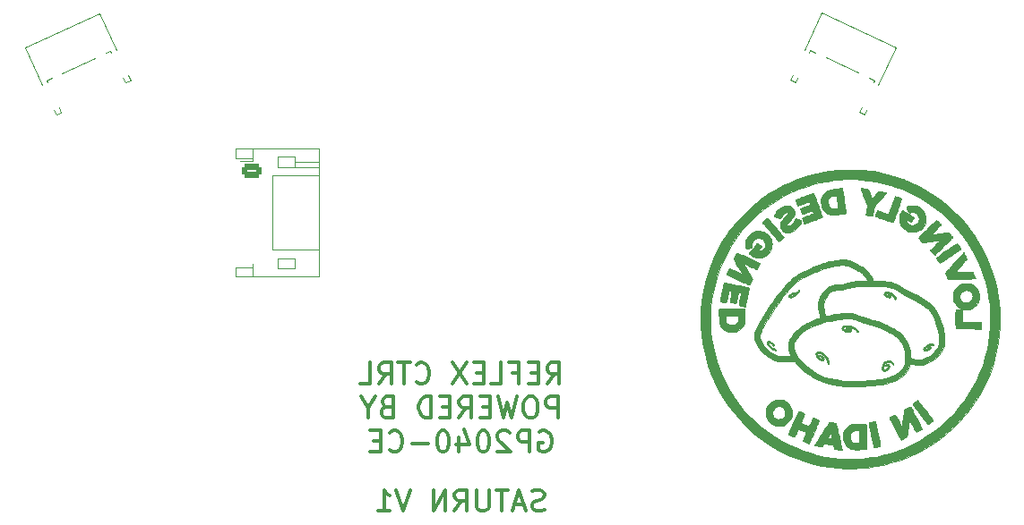
<source format=gbr>
%TF.GenerationSoftware,KiCad,Pcbnew,8.0.0*%
%TF.CreationDate,2024-02-23T16:44:12-07:00*%
%TF.ProjectId,saturn_controller_pcb,73617475-726e-45f6-936f-6e74726f6c6c,4a*%
%TF.SameCoordinates,Original*%
%TF.FileFunction,Legend,Bot*%
%TF.FilePolarity,Positive*%
%FSLAX46Y46*%
G04 Gerber Fmt 4.6, Leading zero omitted, Abs format (unit mm)*
G04 Created by KiCad (PCBNEW 8.0.0) date 2024-02-23 16:44:12*
%MOMM*%
%LPD*%
G01*
G04 APERTURE LIST*
G04 Aperture macros list*
%AMRoundRect*
0 Rectangle with rounded corners*
0 $1 Rounding radius*
0 $2 $3 $4 $5 $6 $7 $8 $9 X,Y pos of 4 corners*
0 Add a 4 corners polygon primitive as box body*
4,1,4,$2,$3,$4,$5,$6,$7,$8,$9,$2,$3,0*
0 Add four circle primitives for the rounded corners*
1,1,$1+$1,$2,$3*
1,1,$1+$1,$4,$5*
1,1,$1+$1,$6,$7*
1,1,$1+$1,$8,$9*
0 Add four rect primitives between the rounded corners*
20,1,$1+$1,$2,$3,$4,$5,0*
20,1,$1+$1,$4,$5,$6,$7,0*
20,1,$1+$1,$6,$7,$8,$9,0*
20,1,$1+$1,$8,$9,$2,$3,0*%
G04 Aperture macros list end*
%ADD10C,0.300000*%
%ADD11C,0.010000*%
%ADD12C,0.120000*%
%ADD13C,1.701600*%
%ADD14C,3.101600*%
%ADD15C,2.201600*%
%ADD16C,1.851600*%
%ADD17RoundRect,0.271167X-0.654633X0.379633X-0.654633X-0.379633X0.654633X-0.379633X0.654633X0.379633X0*%
%ADD18O,1.851600X1.301600*%
G04 APERTURE END LIST*
D10*
X154762858Y-107989862D02*
X155429525Y-107037481D01*
X155905715Y-107989862D02*
X155905715Y-105989862D01*
X155905715Y-105989862D02*
X155143810Y-105989862D01*
X155143810Y-105989862D02*
X154953334Y-106085100D01*
X154953334Y-106085100D02*
X154858096Y-106180338D01*
X154858096Y-106180338D02*
X154762858Y-106370814D01*
X154762858Y-106370814D02*
X154762858Y-106656528D01*
X154762858Y-106656528D02*
X154858096Y-106847004D01*
X154858096Y-106847004D02*
X154953334Y-106942243D01*
X154953334Y-106942243D02*
X155143810Y-107037481D01*
X155143810Y-107037481D02*
X155905715Y-107037481D01*
X153905715Y-106942243D02*
X153239048Y-106942243D01*
X152953334Y-107989862D02*
X153905715Y-107989862D01*
X153905715Y-107989862D02*
X153905715Y-105989862D01*
X153905715Y-105989862D02*
X152953334Y-105989862D01*
X151429524Y-106942243D02*
X152096191Y-106942243D01*
X152096191Y-107989862D02*
X152096191Y-105989862D01*
X152096191Y-105989862D02*
X151143810Y-105989862D01*
X149429524Y-107989862D02*
X150381905Y-107989862D01*
X150381905Y-107989862D02*
X150381905Y-105989862D01*
X148762857Y-106942243D02*
X148096190Y-106942243D01*
X147810476Y-107989862D02*
X148762857Y-107989862D01*
X148762857Y-107989862D02*
X148762857Y-105989862D01*
X148762857Y-105989862D02*
X147810476Y-105989862D01*
X147143809Y-105989862D02*
X145810476Y-107989862D01*
X145810476Y-105989862D02*
X147143809Y-107989862D01*
X142381904Y-107799385D02*
X142477142Y-107894624D01*
X142477142Y-107894624D02*
X142762856Y-107989862D01*
X142762856Y-107989862D02*
X142953332Y-107989862D01*
X142953332Y-107989862D02*
X143239047Y-107894624D01*
X143239047Y-107894624D02*
X143429523Y-107704147D01*
X143429523Y-107704147D02*
X143524761Y-107513671D01*
X143524761Y-107513671D02*
X143619999Y-107132719D01*
X143619999Y-107132719D02*
X143619999Y-106847004D01*
X143619999Y-106847004D02*
X143524761Y-106466052D01*
X143524761Y-106466052D02*
X143429523Y-106275576D01*
X143429523Y-106275576D02*
X143239047Y-106085100D01*
X143239047Y-106085100D02*
X142953332Y-105989862D01*
X142953332Y-105989862D02*
X142762856Y-105989862D01*
X142762856Y-105989862D02*
X142477142Y-106085100D01*
X142477142Y-106085100D02*
X142381904Y-106180338D01*
X141810475Y-105989862D02*
X140667618Y-105989862D01*
X141239047Y-107989862D02*
X141239047Y-105989862D01*
X138858094Y-107989862D02*
X139524761Y-107037481D01*
X140000951Y-107989862D02*
X140000951Y-105989862D01*
X140000951Y-105989862D02*
X139239046Y-105989862D01*
X139239046Y-105989862D02*
X139048570Y-106085100D01*
X139048570Y-106085100D02*
X138953332Y-106180338D01*
X138953332Y-106180338D02*
X138858094Y-106370814D01*
X138858094Y-106370814D02*
X138858094Y-106656528D01*
X138858094Y-106656528D02*
X138953332Y-106847004D01*
X138953332Y-106847004D02*
X139048570Y-106942243D01*
X139048570Y-106942243D02*
X139239046Y-107037481D01*
X139239046Y-107037481D02*
X140000951Y-107037481D01*
X137048570Y-107989862D02*
X138000951Y-107989862D01*
X138000951Y-107989862D02*
X138000951Y-105989862D01*
X155762857Y-111209750D02*
X155762857Y-109209750D01*
X155762857Y-109209750D02*
X155000952Y-109209750D01*
X155000952Y-109209750D02*
X154810476Y-109304988D01*
X154810476Y-109304988D02*
X154715238Y-109400226D01*
X154715238Y-109400226D02*
X154620000Y-109590702D01*
X154620000Y-109590702D02*
X154620000Y-109876416D01*
X154620000Y-109876416D02*
X154715238Y-110066892D01*
X154715238Y-110066892D02*
X154810476Y-110162131D01*
X154810476Y-110162131D02*
X155000952Y-110257369D01*
X155000952Y-110257369D02*
X155762857Y-110257369D01*
X153381905Y-109209750D02*
X153000952Y-109209750D01*
X153000952Y-109209750D02*
X152810476Y-109304988D01*
X152810476Y-109304988D02*
X152620000Y-109495464D01*
X152620000Y-109495464D02*
X152524762Y-109876416D01*
X152524762Y-109876416D02*
X152524762Y-110543083D01*
X152524762Y-110543083D02*
X152620000Y-110924035D01*
X152620000Y-110924035D02*
X152810476Y-111114512D01*
X152810476Y-111114512D02*
X153000952Y-111209750D01*
X153000952Y-111209750D02*
X153381905Y-111209750D01*
X153381905Y-111209750D02*
X153572381Y-111114512D01*
X153572381Y-111114512D02*
X153762857Y-110924035D01*
X153762857Y-110924035D02*
X153858095Y-110543083D01*
X153858095Y-110543083D02*
X153858095Y-109876416D01*
X153858095Y-109876416D02*
X153762857Y-109495464D01*
X153762857Y-109495464D02*
X153572381Y-109304988D01*
X153572381Y-109304988D02*
X153381905Y-109209750D01*
X151858095Y-109209750D02*
X151381905Y-111209750D01*
X151381905Y-111209750D02*
X151000952Y-109781178D01*
X151000952Y-109781178D02*
X150620000Y-111209750D01*
X150620000Y-111209750D02*
X150143810Y-109209750D01*
X149381905Y-110162131D02*
X148715238Y-110162131D01*
X148429524Y-111209750D02*
X149381905Y-111209750D01*
X149381905Y-111209750D02*
X149381905Y-109209750D01*
X149381905Y-109209750D02*
X148429524Y-109209750D01*
X146429524Y-111209750D02*
X147096191Y-110257369D01*
X147572381Y-111209750D02*
X147572381Y-109209750D01*
X147572381Y-109209750D02*
X146810476Y-109209750D01*
X146810476Y-109209750D02*
X146620000Y-109304988D01*
X146620000Y-109304988D02*
X146524762Y-109400226D01*
X146524762Y-109400226D02*
X146429524Y-109590702D01*
X146429524Y-109590702D02*
X146429524Y-109876416D01*
X146429524Y-109876416D02*
X146524762Y-110066892D01*
X146524762Y-110066892D02*
X146620000Y-110162131D01*
X146620000Y-110162131D02*
X146810476Y-110257369D01*
X146810476Y-110257369D02*
X147572381Y-110257369D01*
X145572381Y-110162131D02*
X144905714Y-110162131D01*
X144620000Y-111209750D02*
X145572381Y-111209750D01*
X145572381Y-111209750D02*
X145572381Y-109209750D01*
X145572381Y-109209750D02*
X144620000Y-109209750D01*
X143762857Y-111209750D02*
X143762857Y-109209750D01*
X143762857Y-109209750D02*
X143286667Y-109209750D01*
X143286667Y-109209750D02*
X143000952Y-109304988D01*
X143000952Y-109304988D02*
X142810476Y-109495464D01*
X142810476Y-109495464D02*
X142715238Y-109685940D01*
X142715238Y-109685940D02*
X142620000Y-110066892D01*
X142620000Y-110066892D02*
X142620000Y-110352607D01*
X142620000Y-110352607D02*
X142715238Y-110733559D01*
X142715238Y-110733559D02*
X142810476Y-110924035D01*
X142810476Y-110924035D02*
X143000952Y-111114512D01*
X143000952Y-111114512D02*
X143286667Y-111209750D01*
X143286667Y-111209750D02*
X143762857Y-111209750D01*
X139572380Y-110162131D02*
X139286666Y-110257369D01*
X139286666Y-110257369D02*
X139191428Y-110352607D01*
X139191428Y-110352607D02*
X139096190Y-110543083D01*
X139096190Y-110543083D02*
X139096190Y-110828797D01*
X139096190Y-110828797D02*
X139191428Y-111019273D01*
X139191428Y-111019273D02*
X139286666Y-111114512D01*
X139286666Y-111114512D02*
X139477142Y-111209750D01*
X139477142Y-111209750D02*
X140239047Y-111209750D01*
X140239047Y-111209750D02*
X140239047Y-109209750D01*
X140239047Y-109209750D02*
X139572380Y-109209750D01*
X139572380Y-109209750D02*
X139381904Y-109304988D01*
X139381904Y-109304988D02*
X139286666Y-109400226D01*
X139286666Y-109400226D02*
X139191428Y-109590702D01*
X139191428Y-109590702D02*
X139191428Y-109781178D01*
X139191428Y-109781178D02*
X139286666Y-109971654D01*
X139286666Y-109971654D02*
X139381904Y-110066892D01*
X139381904Y-110066892D02*
X139572380Y-110162131D01*
X139572380Y-110162131D02*
X140239047Y-110162131D01*
X137858095Y-110257369D02*
X137858095Y-111209750D01*
X138524761Y-109209750D02*
X137858095Y-110257369D01*
X137858095Y-110257369D02*
X137191428Y-109209750D01*
X154048571Y-112524876D02*
X154239047Y-112429638D01*
X154239047Y-112429638D02*
X154524761Y-112429638D01*
X154524761Y-112429638D02*
X154810476Y-112524876D01*
X154810476Y-112524876D02*
X155000952Y-112715352D01*
X155000952Y-112715352D02*
X155096190Y-112905828D01*
X155096190Y-112905828D02*
X155191428Y-113286780D01*
X155191428Y-113286780D02*
X155191428Y-113572495D01*
X155191428Y-113572495D02*
X155096190Y-113953447D01*
X155096190Y-113953447D02*
X155000952Y-114143923D01*
X155000952Y-114143923D02*
X154810476Y-114334400D01*
X154810476Y-114334400D02*
X154524761Y-114429638D01*
X154524761Y-114429638D02*
X154334285Y-114429638D01*
X154334285Y-114429638D02*
X154048571Y-114334400D01*
X154048571Y-114334400D02*
X153953333Y-114239161D01*
X153953333Y-114239161D02*
X153953333Y-113572495D01*
X153953333Y-113572495D02*
X154334285Y-113572495D01*
X153096190Y-114429638D02*
X153096190Y-112429638D01*
X153096190Y-112429638D02*
X152334285Y-112429638D01*
X152334285Y-112429638D02*
X152143809Y-112524876D01*
X152143809Y-112524876D02*
X152048571Y-112620114D01*
X152048571Y-112620114D02*
X151953333Y-112810590D01*
X151953333Y-112810590D02*
X151953333Y-113096304D01*
X151953333Y-113096304D02*
X152048571Y-113286780D01*
X152048571Y-113286780D02*
X152143809Y-113382019D01*
X152143809Y-113382019D02*
X152334285Y-113477257D01*
X152334285Y-113477257D02*
X153096190Y-113477257D01*
X151191428Y-112620114D02*
X151096190Y-112524876D01*
X151096190Y-112524876D02*
X150905714Y-112429638D01*
X150905714Y-112429638D02*
X150429523Y-112429638D01*
X150429523Y-112429638D02*
X150239047Y-112524876D01*
X150239047Y-112524876D02*
X150143809Y-112620114D01*
X150143809Y-112620114D02*
X150048571Y-112810590D01*
X150048571Y-112810590D02*
X150048571Y-113001066D01*
X150048571Y-113001066D02*
X150143809Y-113286780D01*
X150143809Y-113286780D02*
X151286666Y-114429638D01*
X151286666Y-114429638D02*
X150048571Y-114429638D01*
X148810476Y-112429638D02*
X148619999Y-112429638D01*
X148619999Y-112429638D02*
X148429523Y-112524876D01*
X148429523Y-112524876D02*
X148334285Y-112620114D01*
X148334285Y-112620114D02*
X148239047Y-112810590D01*
X148239047Y-112810590D02*
X148143809Y-113191542D01*
X148143809Y-113191542D02*
X148143809Y-113667733D01*
X148143809Y-113667733D02*
X148239047Y-114048685D01*
X148239047Y-114048685D02*
X148334285Y-114239161D01*
X148334285Y-114239161D02*
X148429523Y-114334400D01*
X148429523Y-114334400D02*
X148619999Y-114429638D01*
X148619999Y-114429638D02*
X148810476Y-114429638D01*
X148810476Y-114429638D02*
X149000952Y-114334400D01*
X149000952Y-114334400D02*
X149096190Y-114239161D01*
X149096190Y-114239161D02*
X149191428Y-114048685D01*
X149191428Y-114048685D02*
X149286666Y-113667733D01*
X149286666Y-113667733D02*
X149286666Y-113191542D01*
X149286666Y-113191542D02*
X149191428Y-112810590D01*
X149191428Y-112810590D02*
X149096190Y-112620114D01*
X149096190Y-112620114D02*
X149000952Y-112524876D01*
X149000952Y-112524876D02*
X148810476Y-112429638D01*
X146429523Y-113096304D02*
X146429523Y-114429638D01*
X146905714Y-112334400D02*
X147381904Y-113762971D01*
X147381904Y-113762971D02*
X146143809Y-113762971D01*
X145000952Y-112429638D02*
X144810475Y-112429638D01*
X144810475Y-112429638D02*
X144619999Y-112524876D01*
X144619999Y-112524876D02*
X144524761Y-112620114D01*
X144524761Y-112620114D02*
X144429523Y-112810590D01*
X144429523Y-112810590D02*
X144334285Y-113191542D01*
X144334285Y-113191542D02*
X144334285Y-113667733D01*
X144334285Y-113667733D02*
X144429523Y-114048685D01*
X144429523Y-114048685D02*
X144524761Y-114239161D01*
X144524761Y-114239161D02*
X144619999Y-114334400D01*
X144619999Y-114334400D02*
X144810475Y-114429638D01*
X144810475Y-114429638D02*
X145000952Y-114429638D01*
X145000952Y-114429638D02*
X145191428Y-114334400D01*
X145191428Y-114334400D02*
X145286666Y-114239161D01*
X145286666Y-114239161D02*
X145381904Y-114048685D01*
X145381904Y-114048685D02*
X145477142Y-113667733D01*
X145477142Y-113667733D02*
X145477142Y-113191542D01*
X145477142Y-113191542D02*
X145381904Y-112810590D01*
X145381904Y-112810590D02*
X145286666Y-112620114D01*
X145286666Y-112620114D02*
X145191428Y-112524876D01*
X145191428Y-112524876D02*
X145000952Y-112429638D01*
X143477142Y-113667733D02*
X141953333Y-113667733D01*
X139858095Y-114239161D02*
X139953333Y-114334400D01*
X139953333Y-114334400D02*
X140239047Y-114429638D01*
X140239047Y-114429638D02*
X140429523Y-114429638D01*
X140429523Y-114429638D02*
X140715238Y-114334400D01*
X140715238Y-114334400D02*
X140905714Y-114143923D01*
X140905714Y-114143923D02*
X141000952Y-113953447D01*
X141000952Y-113953447D02*
X141096190Y-113572495D01*
X141096190Y-113572495D02*
X141096190Y-113286780D01*
X141096190Y-113286780D02*
X141000952Y-112905828D01*
X141000952Y-112905828D02*
X140905714Y-112715352D01*
X140905714Y-112715352D02*
X140715238Y-112524876D01*
X140715238Y-112524876D02*
X140429523Y-112429638D01*
X140429523Y-112429638D02*
X140239047Y-112429638D01*
X140239047Y-112429638D02*
X139953333Y-112524876D01*
X139953333Y-112524876D02*
X139858095Y-112620114D01*
X139000952Y-113382019D02*
X138334285Y-113382019D01*
X138048571Y-114429638D02*
X139000952Y-114429638D01*
X139000952Y-114429638D02*
X139000952Y-112429638D01*
X139000952Y-112429638D02*
X138048571Y-112429638D01*
X154477143Y-119934400D02*
X154191429Y-120029638D01*
X154191429Y-120029638D02*
X153715238Y-120029638D01*
X153715238Y-120029638D02*
X153524762Y-119934400D01*
X153524762Y-119934400D02*
X153429524Y-119839161D01*
X153429524Y-119839161D02*
X153334286Y-119648685D01*
X153334286Y-119648685D02*
X153334286Y-119458209D01*
X153334286Y-119458209D02*
X153429524Y-119267733D01*
X153429524Y-119267733D02*
X153524762Y-119172495D01*
X153524762Y-119172495D02*
X153715238Y-119077257D01*
X153715238Y-119077257D02*
X154096191Y-118982019D01*
X154096191Y-118982019D02*
X154286667Y-118886780D01*
X154286667Y-118886780D02*
X154381905Y-118791542D01*
X154381905Y-118791542D02*
X154477143Y-118601066D01*
X154477143Y-118601066D02*
X154477143Y-118410590D01*
X154477143Y-118410590D02*
X154381905Y-118220114D01*
X154381905Y-118220114D02*
X154286667Y-118124876D01*
X154286667Y-118124876D02*
X154096191Y-118029638D01*
X154096191Y-118029638D02*
X153620000Y-118029638D01*
X153620000Y-118029638D02*
X153334286Y-118124876D01*
X152572381Y-119458209D02*
X151620000Y-119458209D01*
X152762857Y-120029638D02*
X152096191Y-118029638D01*
X152096191Y-118029638D02*
X151429524Y-120029638D01*
X151048571Y-118029638D02*
X149905714Y-118029638D01*
X150477143Y-120029638D02*
X150477143Y-118029638D01*
X149239047Y-118029638D02*
X149239047Y-119648685D01*
X149239047Y-119648685D02*
X149143809Y-119839161D01*
X149143809Y-119839161D02*
X149048571Y-119934400D01*
X149048571Y-119934400D02*
X148858095Y-120029638D01*
X148858095Y-120029638D02*
X148477142Y-120029638D01*
X148477142Y-120029638D02*
X148286666Y-119934400D01*
X148286666Y-119934400D02*
X148191428Y-119839161D01*
X148191428Y-119839161D02*
X148096190Y-119648685D01*
X148096190Y-119648685D02*
X148096190Y-118029638D01*
X146000952Y-120029638D02*
X146667619Y-119077257D01*
X147143809Y-120029638D02*
X147143809Y-118029638D01*
X147143809Y-118029638D02*
X146381904Y-118029638D01*
X146381904Y-118029638D02*
X146191428Y-118124876D01*
X146191428Y-118124876D02*
X146096190Y-118220114D01*
X146096190Y-118220114D02*
X146000952Y-118410590D01*
X146000952Y-118410590D02*
X146000952Y-118696304D01*
X146000952Y-118696304D02*
X146096190Y-118886780D01*
X146096190Y-118886780D02*
X146191428Y-118982019D01*
X146191428Y-118982019D02*
X146381904Y-119077257D01*
X146381904Y-119077257D02*
X147143809Y-119077257D01*
X145143809Y-120029638D02*
X145143809Y-118029638D01*
X145143809Y-118029638D02*
X144000952Y-120029638D01*
X144000952Y-120029638D02*
X144000952Y-118029638D01*
X141810475Y-118029638D02*
X141143809Y-120029638D01*
X141143809Y-120029638D02*
X140477142Y-118029638D01*
X138762856Y-120029638D02*
X139905713Y-120029638D01*
X139334285Y-120029638D02*
X139334285Y-118029638D01*
X139334285Y-118029638D02*
X139524761Y-118315352D01*
X139524761Y-118315352D02*
X139715237Y-118505828D01*
X139715237Y-118505828D02*
X139905713Y-118601066D01*
D11*
%TO.C,Ref\u002A\u002A*%
X178562327Y-99144611D02*
X178557462Y-99180330D01*
X178525288Y-99238402D01*
X178470699Y-99312053D01*
X178399066Y-99395630D01*
X178315757Y-99483485D01*
X178226141Y-99569964D01*
X178135590Y-99649419D01*
X178049471Y-99716197D01*
X177973156Y-99764648D01*
X177862730Y-99812260D01*
X177762320Y-99833753D01*
X177677824Y-99831040D01*
X177613532Y-99806900D01*
X177573734Y-99764111D01*
X177562722Y-99705451D01*
X177584785Y-99633700D01*
X177644216Y-99551635D01*
X177645722Y-99550009D01*
X177712517Y-99489711D01*
X177792608Y-99434529D01*
X177878101Y-99387798D01*
X177961104Y-99352855D01*
X178033722Y-99333037D01*
X178088062Y-99331680D01*
X178116232Y-99352120D01*
X178121474Y-99374592D01*
X178113495Y-99397912D01*
X178084742Y-99423193D01*
X178029230Y-99455480D01*
X177940974Y-99499816D01*
X177901288Y-99519907D01*
X177806159Y-99575481D01*
X177737475Y-99627418D01*
X177699642Y-99672001D01*
X177697069Y-99705515D01*
X177702841Y-99711475D01*
X177742773Y-99717718D01*
X177807480Y-99703295D01*
X177888489Y-99669788D01*
X177963681Y-99626115D01*
X178082141Y-99536775D01*
X178206276Y-99422104D01*
X178327845Y-99289242D01*
X178377718Y-99231858D01*
X178449175Y-99159539D01*
X178502399Y-99121733D01*
X178539434Y-99117177D01*
X178562327Y-99144611D01*
G36*
X178562327Y-99144611D02*
G01*
X178557462Y-99180330D01*
X178525288Y-99238402D01*
X178470699Y-99312053D01*
X178399066Y-99395630D01*
X178315757Y-99483485D01*
X178226141Y-99569964D01*
X178135590Y-99649419D01*
X178049471Y-99716197D01*
X177973156Y-99764648D01*
X177862730Y-99812260D01*
X177762320Y-99833753D01*
X177677824Y-99831040D01*
X177613532Y-99806900D01*
X177573734Y-99764111D01*
X177562722Y-99705451D01*
X177584785Y-99633700D01*
X177644216Y-99551635D01*
X177645722Y-99550009D01*
X177712517Y-99489711D01*
X177792608Y-99434529D01*
X177878101Y-99387798D01*
X177961104Y-99352855D01*
X178033722Y-99333037D01*
X178088062Y-99331680D01*
X178116232Y-99352120D01*
X178121474Y-99374592D01*
X178113495Y-99397912D01*
X178084742Y-99423193D01*
X178029230Y-99455480D01*
X177940974Y-99499816D01*
X177901288Y-99519907D01*
X177806159Y-99575481D01*
X177737475Y-99627418D01*
X177699642Y-99672001D01*
X177697069Y-99705515D01*
X177702841Y-99711475D01*
X177742773Y-99717718D01*
X177807480Y-99703295D01*
X177888489Y-99669788D01*
X177963681Y-99626115D01*
X178082141Y-99536775D01*
X178206276Y-99422104D01*
X178327845Y-99289242D01*
X178377718Y-99231858D01*
X178449175Y-99159539D01*
X178502399Y-99121733D01*
X178539434Y-99117177D01*
X178562327Y-99144611D01*
G37*
X175772567Y-103936746D02*
X175872532Y-103983984D01*
X175974037Y-104059989D01*
X176011589Y-104095637D01*
X176076525Y-104165609D01*
X176131776Y-104234942D01*
X176170180Y-104294301D01*
X176184572Y-104334352D01*
X176175573Y-104356160D01*
X176141604Y-104385177D01*
X176119104Y-104394447D01*
X176088476Y-104388551D01*
X176051645Y-104351870D01*
X175979626Y-104267022D01*
X175916307Y-104197372D01*
X175864900Y-104148680D01*
X175818174Y-104114176D01*
X175768897Y-104087087D01*
X175709000Y-104062908D01*
X175659633Y-104059448D01*
X175638225Y-104086670D01*
X175643502Y-104145162D01*
X175659633Y-104181198D01*
X175707815Y-104246754D01*
X175779402Y-104323948D01*
X175867266Y-104406220D01*
X175964279Y-104487010D01*
X176063312Y-104559761D01*
X176157238Y-104617912D01*
X176234520Y-104661673D01*
X176301718Y-104705801D01*
X176337388Y-104740739D01*
X176345622Y-104770792D01*
X176330513Y-104800270D01*
X176318523Y-104813300D01*
X176296152Y-104825571D01*
X176264385Y-104822617D01*
X176213981Y-104802729D01*
X176135701Y-104764195D01*
X176134226Y-104763444D01*
X175974596Y-104672070D01*
X175831325Y-104570400D01*
X175708268Y-104462692D01*
X175609280Y-104353206D01*
X175538215Y-104246200D01*
X175498929Y-104145934D01*
X175495276Y-104056666D01*
X175500116Y-104036239D01*
X175537919Y-103968021D01*
X175599661Y-103928726D01*
X175679744Y-103918314D01*
X175772567Y-103936746D01*
G36*
X175772567Y-103936746D02*
G01*
X175872532Y-103983984D01*
X175974037Y-104059989D01*
X176011589Y-104095637D01*
X176076525Y-104165609D01*
X176131776Y-104234942D01*
X176170180Y-104294301D01*
X176184572Y-104334352D01*
X176175573Y-104356160D01*
X176141604Y-104385177D01*
X176119104Y-104394447D01*
X176088476Y-104388551D01*
X176051645Y-104351870D01*
X175979626Y-104267022D01*
X175916307Y-104197372D01*
X175864900Y-104148680D01*
X175818174Y-104114176D01*
X175768897Y-104087087D01*
X175709000Y-104062908D01*
X175659633Y-104059448D01*
X175638225Y-104086670D01*
X175643502Y-104145162D01*
X175659633Y-104181198D01*
X175707815Y-104246754D01*
X175779402Y-104323948D01*
X175867266Y-104406220D01*
X175964279Y-104487010D01*
X176063312Y-104559761D01*
X176157238Y-104617912D01*
X176234520Y-104661673D01*
X176301718Y-104705801D01*
X176337388Y-104740739D01*
X176345622Y-104770792D01*
X176330513Y-104800270D01*
X176318523Y-104813300D01*
X176296152Y-104825571D01*
X176264385Y-104822617D01*
X176213981Y-104802729D01*
X176135701Y-104764195D01*
X176134226Y-104763444D01*
X175974596Y-104672070D01*
X175831325Y-104570400D01*
X175708268Y-104462692D01*
X175609280Y-104353206D01*
X175538215Y-104246200D01*
X175498929Y-104145934D01*
X175495276Y-104056666D01*
X175500116Y-104036239D01*
X175537919Y-103968021D01*
X175599661Y-103928726D01*
X175679744Y-103918314D01*
X175772567Y-103936746D01*
G37*
X193483857Y-94723131D02*
X193521483Y-94764107D01*
X193570656Y-94827277D01*
X193626053Y-94904683D01*
X193682350Y-94988369D01*
X193734225Y-95070379D01*
X193776353Y-95142758D01*
X193803412Y-95197549D01*
X193810078Y-95226796D01*
X193803172Y-95233888D01*
X193765274Y-95263557D01*
X193697299Y-95313245D01*
X193602487Y-95380690D01*
X193484075Y-95463628D01*
X193345301Y-95559799D01*
X193189404Y-95666940D01*
X193019622Y-95782789D01*
X192839193Y-95905083D01*
X192735484Y-95975002D01*
X192559686Y-96092836D01*
X192395581Y-96201981D01*
X192246497Y-96300272D01*
X192115761Y-96385544D01*
X192006700Y-96455635D01*
X191922640Y-96508378D01*
X191866910Y-96541612D01*
X191842836Y-96553171D01*
X191822790Y-96542704D01*
X191783210Y-96502607D01*
X191732989Y-96439932D01*
X191677384Y-96362657D01*
X191621653Y-96278764D01*
X191571052Y-96196234D01*
X191530837Y-96123048D01*
X191506266Y-96067185D01*
X191502596Y-96036627D01*
X191519105Y-96021570D01*
X191567618Y-95984810D01*
X191643963Y-95929793D01*
X191744223Y-95859163D01*
X191864480Y-95775564D01*
X192000819Y-95681641D01*
X192149322Y-95580037D01*
X192306071Y-95473396D01*
X192467151Y-95364363D01*
X192628644Y-95255581D01*
X192786633Y-95149695D01*
X192937201Y-95049349D01*
X193076431Y-94957186D01*
X193200407Y-94875852D01*
X193305210Y-94807988D01*
X193386925Y-94756241D01*
X193441634Y-94723254D01*
X193465421Y-94711671D01*
X193483857Y-94723131D01*
G36*
X193483857Y-94723131D02*
G01*
X193521483Y-94764107D01*
X193570656Y-94827277D01*
X193626053Y-94904683D01*
X193682350Y-94988369D01*
X193734225Y-95070379D01*
X193776353Y-95142758D01*
X193803412Y-95197549D01*
X193810078Y-95226796D01*
X193803172Y-95233888D01*
X193765274Y-95263557D01*
X193697299Y-95313245D01*
X193602487Y-95380690D01*
X193484075Y-95463628D01*
X193345301Y-95559799D01*
X193189404Y-95666940D01*
X193019622Y-95782789D01*
X192839193Y-95905083D01*
X192735484Y-95975002D01*
X192559686Y-96092836D01*
X192395581Y-96201981D01*
X192246497Y-96300272D01*
X192115761Y-96385544D01*
X192006700Y-96455635D01*
X191922640Y-96508378D01*
X191866910Y-96541612D01*
X191842836Y-96553171D01*
X191822790Y-96542704D01*
X191783210Y-96502607D01*
X191732989Y-96439932D01*
X191677384Y-96362657D01*
X191621653Y-96278764D01*
X191571052Y-96196234D01*
X191530837Y-96123048D01*
X191506266Y-96067185D01*
X191502596Y-96036627D01*
X191519105Y-96021570D01*
X191567618Y-95984810D01*
X191643963Y-95929793D01*
X191744223Y-95859163D01*
X191864480Y-95775564D01*
X192000819Y-95681641D01*
X192149322Y-95580037D01*
X192306071Y-95473396D01*
X192467151Y-95364363D01*
X192628644Y-95255581D01*
X192786633Y-95149695D01*
X192937201Y-95049349D01*
X193076431Y-94957186D01*
X193200407Y-94875852D01*
X193305210Y-94807988D01*
X193386925Y-94756241D01*
X193441634Y-94723254D01*
X193465421Y-94711671D01*
X193483857Y-94723131D01*
G37*
X175551212Y-92319230D02*
X175595346Y-92364113D01*
X175660796Y-92434130D01*
X175744464Y-92525736D01*
X175843255Y-92635390D01*
X175954070Y-92759549D01*
X176073815Y-92894671D01*
X176199393Y-93037213D01*
X176327706Y-93183632D01*
X176455660Y-93330386D01*
X176580156Y-93473933D01*
X176698099Y-93610729D01*
X176806393Y-93737233D01*
X176901940Y-93849902D01*
X176981645Y-93945193D01*
X177042411Y-94019564D01*
X177081141Y-94069472D01*
X177094739Y-94091374D01*
X177092168Y-94100684D01*
X177064187Y-94138751D01*
X177004713Y-94199372D01*
X176912880Y-94283394D01*
X176787822Y-94391666D01*
X176746929Y-94426014D01*
X176689071Y-94470985D01*
X176649944Y-94493037D01*
X176621513Y-94496026D01*
X176595742Y-94483805D01*
X176592826Y-94481126D01*
X176566494Y-94452786D01*
X176516037Y-94396479D01*
X176444141Y-94315267D01*
X176353495Y-94212210D01*
X176246786Y-94090370D01*
X176126704Y-93952806D01*
X175995935Y-93802581D01*
X175857167Y-93642754D01*
X175815552Y-93594766D01*
X175677762Y-93435923D01*
X175548153Y-93286580D01*
X175429518Y-93149951D01*
X175324647Y-93029249D01*
X175236334Y-92927685D01*
X175167370Y-92848473D01*
X175120547Y-92794827D01*
X175098658Y-92769957D01*
X175069828Y-92724313D01*
X175075233Y-92682244D01*
X175077947Y-92677287D01*
X175109175Y-92638932D01*
X175162873Y-92585546D01*
X175231446Y-92523441D01*
X175307297Y-92458929D01*
X175382832Y-92398320D01*
X175450455Y-92347927D01*
X175502571Y-92314062D01*
X175531584Y-92303034D01*
X175551212Y-92319230D01*
G36*
X175551212Y-92319230D02*
G01*
X175595346Y-92364113D01*
X175660796Y-92434130D01*
X175744464Y-92525736D01*
X175843255Y-92635390D01*
X175954070Y-92759549D01*
X176073815Y-92894671D01*
X176199393Y-93037213D01*
X176327706Y-93183632D01*
X176455660Y-93330386D01*
X176580156Y-93473933D01*
X176698099Y-93610729D01*
X176806393Y-93737233D01*
X176901940Y-93849902D01*
X176981645Y-93945193D01*
X177042411Y-94019564D01*
X177081141Y-94069472D01*
X177094739Y-94091374D01*
X177092168Y-94100684D01*
X177064187Y-94138751D01*
X177004713Y-94199372D01*
X176912880Y-94283394D01*
X176787822Y-94391666D01*
X176746929Y-94426014D01*
X176689071Y-94470985D01*
X176649944Y-94493037D01*
X176621513Y-94496026D01*
X176595742Y-94483805D01*
X176592826Y-94481126D01*
X176566494Y-94452786D01*
X176516037Y-94396479D01*
X176444141Y-94315267D01*
X176353495Y-94212210D01*
X176246786Y-94090370D01*
X176126704Y-93952806D01*
X175995935Y-93802581D01*
X175857167Y-93642754D01*
X175815552Y-93594766D01*
X175677762Y-93435923D01*
X175548153Y-93286580D01*
X175429518Y-93149951D01*
X175324647Y-93029249D01*
X175236334Y-92927685D01*
X175167370Y-92848473D01*
X175120547Y-92794827D01*
X175098658Y-92769957D01*
X175069828Y-92724313D01*
X175075233Y-92682244D01*
X175077947Y-92677287D01*
X175109175Y-92638932D01*
X175162873Y-92585546D01*
X175231446Y-92523441D01*
X175307297Y-92458929D01*
X175382832Y-92398320D01*
X175450455Y-92347927D01*
X175502571Y-92314062D01*
X175531584Y-92303034D01*
X175551212Y-92319230D01*
G37*
X185722967Y-111550310D02*
X185739905Y-111561841D01*
X185744291Y-111571453D01*
X185758192Y-111618859D01*
X185779104Y-111701691D01*
X185806146Y-111816053D01*
X185838439Y-111958052D01*
X185875103Y-112123791D01*
X185915258Y-112309376D01*
X185958025Y-112510912D01*
X186002524Y-112724504D01*
X186021169Y-112814912D01*
X186070069Y-113053276D01*
X186110823Y-113254332D01*
X186143972Y-113421126D01*
X186170056Y-113556705D01*
X186189615Y-113664114D01*
X186203190Y-113746400D01*
X186211321Y-113806608D01*
X186214549Y-113847785D01*
X186213413Y-113872977D01*
X186208456Y-113885231D01*
X186189201Y-113896322D01*
X186133943Y-113916548D01*
X186054515Y-113939662D01*
X185960964Y-113962524D01*
X185915708Y-113972503D01*
X185801618Y-113995920D01*
X185720103Y-114008827D01*
X185664929Y-114011697D01*
X185629860Y-114005001D01*
X185608662Y-113989212D01*
X185606019Y-113982975D01*
X185594372Y-113940698D01*
X185575590Y-113862595D01*
X185550536Y-113752603D01*
X185520075Y-113614657D01*
X185485070Y-113452696D01*
X185446384Y-113270656D01*
X185404881Y-113072474D01*
X185361425Y-112862087D01*
X185342005Y-112767476D01*
X185299789Y-112562183D01*
X185260351Y-112370895D01*
X185224507Y-112197535D01*
X185193071Y-112046029D01*
X185166859Y-111920300D01*
X185146685Y-111824272D01*
X185133366Y-111761871D01*
X185127715Y-111737020D01*
X185125575Y-111728836D01*
X185130049Y-111697500D01*
X185159522Y-111669751D01*
X185218265Y-111643549D01*
X185310551Y-111616854D01*
X185440652Y-111587628D01*
X185479332Y-111579666D01*
X185580924Y-111559773D01*
X185650627Y-111548660D01*
X185695591Y-111545711D01*
X185722967Y-111550310D01*
G36*
X185722967Y-111550310D02*
G01*
X185739905Y-111561841D01*
X185744291Y-111571453D01*
X185758192Y-111618859D01*
X185779104Y-111701691D01*
X185806146Y-111816053D01*
X185838439Y-111958052D01*
X185875103Y-112123791D01*
X185915258Y-112309376D01*
X185958025Y-112510912D01*
X186002524Y-112724504D01*
X186021169Y-112814912D01*
X186070069Y-113053276D01*
X186110823Y-113254332D01*
X186143972Y-113421126D01*
X186170056Y-113556705D01*
X186189615Y-113664114D01*
X186203190Y-113746400D01*
X186211321Y-113806608D01*
X186214549Y-113847785D01*
X186213413Y-113872977D01*
X186208456Y-113885231D01*
X186189201Y-113896322D01*
X186133943Y-113916548D01*
X186054515Y-113939662D01*
X185960964Y-113962524D01*
X185915708Y-113972503D01*
X185801618Y-113995920D01*
X185720103Y-114008827D01*
X185664929Y-114011697D01*
X185629860Y-114005001D01*
X185608662Y-113989212D01*
X185606019Y-113982975D01*
X185594372Y-113940698D01*
X185575590Y-113862595D01*
X185550536Y-113752603D01*
X185520075Y-113614657D01*
X185485070Y-113452696D01*
X185446384Y-113270656D01*
X185404881Y-113072474D01*
X185361425Y-112862087D01*
X185342005Y-112767476D01*
X185299789Y-112562183D01*
X185260351Y-112370895D01*
X185224507Y-112197535D01*
X185193071Y-112046029D01*
X185166859Y-111920300D01*
X185146685Y-111824272D01*
X185133366Y-111761871D01*
X185127715Y-111737020D01*
X185125575Y-111728836D01*
X185130049Y-111697500D01*
X185159522Y-111669751D01*
X185218265Y-111643549D01*
X185310551Y-111616854D01*
X185440652Y-111587628D01*
X185479332Y-111579666D01*
X185580924Y-111559773D01*
X185650627Y-111548660D01*
X185695591Y-111545711D01*
X185722967Y-111550310D01*
G37*
X189746540Y-109550525D02*
X189785300Y-109565703D01*
X189788048Y-109568438D01*
X189812466Y-109597761D01*
X189858707Y-109655695D01*
X189923842Y-109738443D01*
X190004948Y-109842211D01*
X190099096Y-109963200D01*
X190203362Y-110097616D01*
X190314818Y-110241661D01*
X190430539Y-110391540D01*
X190547598Y-110543456D01*
X190663070Y-110693613D01*
X190774028Y-110838215D01*
X190877545Y-110973464D01*
X190970696Y-111095566D01*
X191050555Y-111200723D01*
X191114195Y-111285139D01*
X191158690Y-111345018D01*
X191181114Y-111376564D01*
X191185822Y-111383869D01*
X191206829Y-111422917D01*
X191201883Y-111450217D01*
X191168656Y-111486264D01*
X191146182Y-111506683D01*
X191090837Y-111553226D01*
X191018087Y-111611907D01*
X190937739Y-111674724D01*
X190878634Y-111719299D01*
X190810864Y-111767956D01*
X190760452Y-111801249D01*
X190735324Y-111813732D01*
X190733925Y-111813730D01*
X190723427Y-111811153D01*
X190709424Y-111802337D01*
X190689900Y-111784790D01*
X190662837Y-111756021D01*
X190626216Y-111713540D01*
X190578020Y-111654856D01*
X190516231Y-111577478D01*
X190438831Y-111478914D01*
X190343803Y-111356674D01*
X190229128Y-111208267D01*
X190092790Y-111031202D01*
X189932769Y-110822988D01*
X189799785Y-110649571D01*
X189667370Y-110476022D01*
X189557770Y-110331122D01*
X189469195Y-110212367D01*
X189399855Y-110117255D01*
X189347960Y-110043280D01*
X189311719Y-109987939D01*
X189289342Y-109948729D01*
X189279039Y-109923145D01*
X189279020Y-109908684D01*
X189282357Y-109903305D01*
X189313192Y-109870785D01*
X189367377Y-109822570D01*
X189436986Y-109764840D01*
X189514096Y-109703777D01*
X189590782Y-109645563D01*
X189659121Y-109596379D01*
X189711186Y-109562407D01*
X189739055Y-109549828D01*
X189746540Y-109550525D01*
G36*
X189746540Y-109550525D02*
G01*
X189785300Y-109565703D01*
X189788048Y-109568438D01*
X189812466Y-109597761D01*
X189858707Y-109655695D01*
X189923842Y-109738443D01*
X190004948Y-109842211D01*
X190099096Y-109963200D01*
X190203362Y-110097616D01*
X190314818Y-110241661D01*
X190430539Y-110391540D01*
X190547598Y-110543456D01*
X190663070Y-110693613D01*
X190774028Y-110838215D01*
X190877545Y-110973464D01*
X190970696Y-111095566D01*
X191050555Y-111200723D01*
X191114195Y-111285139D01*
X191158690Y-111345018D01*
X191181114Y-111376564D01*
X191185822Y-111383869D01*
X191206829Y-111422917D01*
X191201883Y-111450217D01*
X191168656Y-111486264D01*
X191146182Y-111506683D01*
X191090837Y-111553226D01*
X191018087Y-111611907D01*
X190937739Y-111674724D01*
X190878634Y-111719299D01*
X190810864Y-111767956D01*
X190760452Y-111801249D01*
X190735324Y-111813732D01*
X190733925Y-111813730D01*
X190723427Y-111811153D01*
X190709424Y-111802337D01*
X190689900Y-111784790D01*
X190662837Y-111756021D01*
X190626216Y-111713540D01*
X190578020Y-111654856D01*
X190516231Y-111577478D01*
X190438831Y-111478914D01*
X190343803Y-111356674D01*
X190229128Y-111208267D01*
X190092790Y-111031202D01*
X189932769Y-110822988D01*
X189799785Y-110649571D01*
X189667370Y-110476022D01*
X189557770Y-110331122D01*
X189469195Y-110212367D01*
X189399855Y-110117255D01*
X189347960Y-110043280D01*
X189311719Y-109987939D01*
X189289342Y-109948729D01*
X189279039Y-109923145D01*
X189279020Y-109908684D01*
X189282357Y-109903305D01*
X189313192Y-109870785D01*
X189367377Y-109822570D01*
X189436986Y-109764840D01*
X189514096Y-109703777D01*
X189590782Y-109645563D01*
X189659121Y-109596379D01*
X189711186Y-109562407D01*
X189739055Y-109549828D01*
X189746540Y-109550525D01*
G37*
X186907484Y-99290237D02*
X187091671Y-99327170D01*
X187267081Y-99393011D01*
X187423644Y-99483618D01*
X187551288Y-99594853D01*
X187624959Y-99687922D01*
X187678383Y-99790383D01*
X187696316Y-99883265D01*
X187677328Y-99962395D01*
X187666343Y-99977368D01*
X187628073Y-99999623D01*
X187587588Y-100000208D01*
X187562641Y-99976879D01*
X187561235Y-99971946D01*
X187551704Y-99928753D01*
X187540823Y-99869145D01*
X187536357Y-99848465D01*
X187492030Y-99755155D01*
X187412410Y-99665444D01*
X187303233Y-99583801D01*
X187170230Y-99514693D01*
X187019134Y-99462587D01*
X186934139Y-99444325D01*
X186847694Y-99433974D01*
X186774340Y-99433015D01*
X186723452Y-99441537D01*
X186704406Y-99459627D01*
X186704531Y-99462315D01*
X186725151Y-99503113D01*
X186774634Y-99552227D01*
X186843713Y-99601841D01*
X186923123Y-99644138D01*
X186963142Y-99660383D01*
X187011621Y-99675150D01*
X187038542Y-99677438D01*
X187037616Y-99667222D01*
X187002552Y-99644474D01*
X186966729Y-99610846D01*
X186960478Y-99569268D01*
X186980932Y-99532474D01*
X187021739Y-99511406D01*
X187076549Y-99517004D01*
X187087175Y-99521923D01*
X187133660Y-99556702D01*
X187181361Y-99606857D01*
X187218568Y-99658816D01*
X187233572Y-99699007D01*
X187233210Y-99702947D01*
X187215348Y-99740351D01*
X187178880Y-99784787D01*
X187168521Y-99794893D01*
X187130805Y-99822798D01*
X187087846Y-99831980D01*
X187021578Y-99827327D01*
X186917574Y-99803370D01*
X186794313Y-99751454D01*
X186683702Y-99681375D01*
X186648943Y-99651035D01*
X186587122Y-99570486D01*
X186558652Y-99486161D01*
X186565141Y-99405421D01*
X186608194Y-99335625D01*
X186626679Y-99318620D01*
X186664238Y-99296538D01*
X186715320Y-99286221D01*
X186794247Y-99283671D01*
X186907484Y-99290237D01*
G36*
X186907484Y-99290237D02*
G01*
X187091671Y-99327170D01*
X187267081Y-99393011D01*
X187423644Y-99483618D01*
X187551288Y-99594853D01*
X187624959Y-99687922D01*
X187678383Y-99790383D01*
X187696316Y-99883265D01*
X187677328Y-99962395D01*
X187666343Y-99977368D01*
X187628073Y-99999623D01*
X187587588Y-100000208D01*
X187562641Y-99976879D01*
X187561235Y-99971946D01*
X187551704Y-99928753D01*
X187540823Y-99869145D01*
X187536357Y-99848465D01*
X187492030Y-99755155D01*
X187412410Y-99665444D01*
X187303233Y-99583801D01*
X187170230Y-99514693D01*
X187019134Y-99462587D01*
X186934139Y-99444325D01*
X186847694Y-99433974D01*
X186774340Y-99433015D01*
X186723452Y-99441537D01*
X186704406Y-99459627D01*
X186704531Y-99462315D01*
X186725151Y-99503113D01*
X186774634Y-99552227D01*
X186843713Y-99601841D01*
X186923123Y-99644138D01*
X186963142Y-99660383D01*
X187011621Y-99675150D01*
X187038542Y-99677438D01*
X187037616Y-99667222D01*
X187002552Y-99644474D01*
X186966729Y-99610846D01*
X186960478Y-99569268D01*
X186980932Y-99532474D01*
X187021739Y-99511406D01*
X187076549Y-99517004D01*
X187087175Y-99521923D01*
X187133660Y-99556702D01*
X187181361Y-99606857D01*
X187218568Y-99658816D01*
X187233572Y-99699007D01*
X187233210Y-99702947D01*
X187215348Y-99740351D01*
X187178880Y-99784787D01*
X187168521Y-99794893D01*
X187130805Y-99822798D01*
X187087846Y-99831980D01*
X187021578Y-99827327D01*
X186917574Y-99803370D01*
X186794313Y-99751454D01*
X186683702Y-99681375D01*
X186648943Y-99651035D01*
X186587122Y-99570486D01*
X186558652Y-99486161D01*
X186565141Y-99405421D01*
X186608194Y-99335625D01*
X186626679Y-99318620D01*
X186664238Y-99296538D01*
X186715320Y-99286221D01*
X186794247Y-99283671D01*
X186907484Y-99290237D01*
G37*
X193638378Y-100953833D02*
X193651851Y-100954065D01*
X193753796Y-100956674D01*
X193839242Y-100960310D01*
X193899578Y-100964523D01*
X193926194Y-100968865D01*
X193930415Y-100988299D01*
X193934624Y-101044979D01*
X193938203Y-101133105D01*
X193940977Y-101246973D01*
X193942769Y-101380876D01*
X193943406Y-101529110D01*
X193943406Y-102078718D01*
X193997700Y-102099361D01*
X194025210Y-102103769D01*
X194093194Y-102108353D01*
X194196293Y-102112307D01*
X194330639Y-102115539D01*
X194492362Y-102117959D01*
X194677594Y-102119478D01*
X194882467Y-102120004D01*
X195003930Y-102120097D01*
X195209106Y-102120846D01*
X195376196Y-102122411D01*
X195508000Y-102124876D01*
X195607316Y-102128325D01*
X195676945Y-102132841D01*
X195719686Y-102138506D01*
X195738339Y-102145404D01*
X195739848Y-102147259D01*
X195750346Y-102183560D01*
X195757911Y-102250762D01*
X195762514Y-102338788D01*
X195764125Y-102437559D01*
X195762716Y-102536996D01*
X195758256Y-102627020D01*
X195750716Y-102697554D01*
X195740067Y-102738519D01*
X195716395Y-102782751D01*
X194544891Y-102770584D01*
X194406444Y-102769053D01*
X194194740Y-102766340D01*
X193998037Y-102763371D01*
X193820238Y-102760229D01*
X193665249Y-102756999D01*
X193536975Y-102753764D01*
X193439318Y-102750610D01*
X193376185Y-102747620D01*
X193351480Y-102744878D01*
X193349040Y-102738728D01*
X193344327Y-102697122D01*
X193340254Y-102621173D01*
X193336828Y-102516312D01*
X193334057Y-102387968D01*
X193331949Y-102241569D01*
X193330512Y-102082547D01*
X193329752Y-101916329D01*
X193329678Y-101748345D01*
X193330297Y-101584026D01*
X193331617Y-101428799D01*
X193333646Y-101288096D01*
X193336390Y-101167344D01*
X193339859Y-101071974D01*
X193344059Y-101007415D01*
X193348998Y-100979097D01*
X193357810Y-100970616D01*
X193386512Y-100960772D01*
X193438660Y-100955059D01*
X193520525Y-100952929D01*
X193638378Y-100953833D01*
G36*
X193638378Y-100953833D02*
G01*
X193651851Y-100954065D01*
X193753796Y-100956674D01*
X193839242Y-100960310D01*
X193899578Y-100964523D01*
X193926194Y-100968865D01*
X193930415Y-100988299D01*
X193934624Y-101044979D01*
X193938203Y-101133105D01*
X193940977Y-101246973D01*
X193942769Y-101380876D01*
X193943406Y-101529110D01*
X193943406Y-102078718D01*
X193997700Y-102099361D01*
X194025210Y-102103769D01*
X194093194Y-102108353D01*
X194196293Y-102112307D01*
X194330639Y-102115539D01*
X194492362Y-102117959D01*
X194677594Y-102119478D01*
X194882467Y-102120004D01*
X195003930Y-102120097D01*
X195209106Y-102120846D01*
X195376196Y-102122411D01*
X195508000Y-102124876D01*
X195607316Y-102128325D01*
X195676945Y-102132841D01*
X195719686Y-102138506D01*
X195738339Y-102145404D01*
X195739848Y-102147259D01*
X195750346Y-102183560D01*
X195757911Y-102250762D01*
X195762514Y-102338788D01*
X195764125Y-102437559D01*
X195762716Y-102536996D01*
X195758256Y-102627020D01*
X195750716Y-102697554D01*
X195740067Y-102738519D01*
X195716395Y-102782751D01*
X194544891Y-102770584D01*
X194406444Y-102769053D01*
X194194740Y-102766340D01*
X193998037Y-102763371D01*
X193820238Y-102760229D01*
X193665249Y-102756999D01*
X193536975Y-102753764D01*
X193439318Y-102750610D01*
X193376185Y-102747620D01*
X193351480Y-102744878D01*
X193349040Y-102738728D01*
X193344327Y-102697122D01*
X193340254Y-102621173D01*
X193336828Y-102516312D01*
X193334057Y-102387968D01*
X193331949Y-102241569D01*
X193330512Y-102082547D01*
X193329752Y-101916329D01*
X193329678Y-101748345D01*
X193330297Y-101584026D01*
X193331617Y-101428799D01*
X193333646Y-101288096D01*
X193336390Y-101167344D01*
X193339859Y-101071974D01*
X193344059Y-101007415D01*
X193348998Y-100979097D01*
X193357810Y-100970616D01*
X193386512Y-100960772D01*
X193438660Y-100955059D01*
X193520525Y-100952929D01*
X193638378Y-100953833D01*
G37*
X183082049Y-102443019D02*
X183236328Y-102466261D01*
X183400228Y-102508857D01*
X183565096Y-102567288D01*
X183722279Y-102638033D01*
X183863124Y-102717576D01*
X183978978Y-102802396D01*
X184061189Y-102888974D01*
X184087703Y-102930101D01*
X184116222Y-102997505D01*
X184119360Y-103050126D01*
X184095614Y-103079652D01*
X184068126Y-103088115D01*
X184035586Y-103083669D01*
X184001703Y-103054515D01*
X183956641Y-102994633D01*
X183953352Y-102990026D01*
X183877574Y-102912105D01*
X183769007Y-102835366D01*
X183636588Y-102763289D01*
X183489254Y-102699354D01*
X183335943Y-102647042D01*
X183185591Y-102609832D01*
X183047136Y-102591206D01*
X182929515Y-102594644D01*
X182914813Y-102597223D01*
X182834894Y-102622621D01*
X182772301Y-102659828D01*
X182752107Y-102679422D01*
X182731241Y-102718058D01*
X182742946Y-102756028D01*
X182789752Y-102798021D01*
X182874187Y-102848724D01*
X182911526Y-102867987D01*
X182981085Y-102895339D01*
X183057407Y-102910786D01*
X183158218Y-102918694D01*
X183328322Y-102926694D01*
X183280048Y-102884555D01*
X183251794Y-102866258D01*
X183186581Y-102838687D01*
X183110714Y-102817611D01*
X183027286Y-102800145D01*
X182975267Y-102786947D01*
X182948349Y-102774590D01*
X182938263Y-102759248D01*
X182936739Y-102737093D01*
X182948803Y-102693448D01*
X182992393Y-102663124D01*
X183063974Y-102656575D01*
X183159554Y-102674053D01*
X183275142Y-102715810D01*
X183317098Y-102735316D01*
X183402373Y-102789263D01*
X183450673Y-102848698D01*
X183465906Y-102917755D01*
X183464166Y-102947300D01*
X183445420Y-102992679D01*
X183397114Y-103031751D01*
X183384755Y-103038745D01*
X183301351Y-103064170D01*
X183193317Y-103072272D01*
X183072072Y-103063711D01*
X182949036Y-103039150D01*
X182835628Y-102999248D01*
X182738822Y-102946705D01*
X182652634Y-102878430D01*
X182596779Y-102806357D01*
X182576906Y-102736231D01*
X182594946Y-102653910D01*
X182648874Y-102575465D01*
X182732180Y-102510536D01*
X182838298Y-102464167D01*
X182960661Y-102441403D01*
X183082049Y-102443019D01*
G36*
X183082049Y-102443019D02*
G01*
X183236328Y-102466261D01*
X183400228Y-102508857D01*
X183565096Y-102567288D01*
X183722279Y-102638033D01*
X183863124Y-102717576D01*
X183978978Y-102802396D01*
X184061189Y-102888974D01*
X184087703Y-102930101D01*
X184116222Y-102997505D01*
X184119360Y-103050126D01*
X184095614Y-103079652D01*
X184068126Y-103088115D01*
X184035586Y-103083669D01*
X184001703Y-103054515D01*
X183956641Y-102994633D01*
X183953352Y-102990026D01*
X183877574Y-102912105D01*
X183769007Y-102835366D01*
X183636588Y-102763289D01*
X183489254Y-102699354D01*
X183335943Y-102647042D01*
X183185591Y-102609832D01*
X183047136Y-102591206D01*
X182929515Y-102594644D01*
X182914813Y-102597223D01*
X182834894Y-102622621D01*
X182772301Y-102659828D01*
X182752107Y-102679422D01*
X182731241Y-102718058D01*
X182742946Y-102756028D01*
X182789752Y-102798021D01*
X182874187Y-102848724D01*
X182911526Y-102867987D01*
X182981085Y-102895339D01*
X183057407Y-102910786D01*
X183158218Y-102918694D01*
X183328322Y-102926694D01*
X183280048Y-102884555D01*
X183251794Y-102866258D01*
X183186581Y-102838687D01*
X183110714Y-102817611D01*
X183027286Y-102800145D01*
X182975267Y-102786947D01*
X182948349Y-102774590D01*
X182938263Y-102759248D01*
X182936739Y-102737093D01*
X182948803Y-102693448D01*
X182992393Y-102663124D01*
X183063974Y-102656575D01*
X183159554Y-102674053D01*
X183275142Y-102715810D01*
X183317098Y-102735316D01*
X183402373Y-102789263D01*
X183450673Y-102848698D01*
X183465906Y-102917755D01*
X183464166Y-102947300D01*
X183445420Y-102992679D01*
X183397114Y-103031751D01*
X183384755Y-103038745D01*
X183301351Y-103064170D01*
X183193317Y-103072272D01*
X183072072Y-103063711D01*
X182949036Y-103039150D01*
X182835628Y-102999248D01*
X182738822Y-102946705D01*
X182652634Y-102878430D01*
X182596779Y-102806357D01*
X182576906Y-102736231D01*
X182594946Y-102653910D01*
X182648874Y-102575465D01*
X182732180Y-102510536D01*
X182838298Y-102464167D01*
X182960661Y-102441403D01*
X183082049Y-102443019D01*
G37*
X187123349Y-105791153D02*
X187253176Y-105846703D01*
X187375783Y-105940540D01*
X187442370Y-106012698D01*
X187480998Y-106077425D01*
X187482275Y-106126731D01*
X187446667Y-106162073D01*
X187427107Y-106169037D01*
X187399226Y-106163093D01*
X187361835Y-106134749D01*
X187306244Y-106078855D01*
X187251417Y-106027122D01*
X187186390Y-105977752D01*
X187133240Y-105949493D01*
X187132022Y-105949094D01*
X187036143Y-105932209D01*
X186928771Y-105935094D01*
X186827052Y-105955834D01*
X186748130Y-105992514D01*
X186739003Y-105999249D01*
X186671029Y-106065641D01*
X186614129Y-106148666D01*
X186569537Y-106241646D01*
X186538485Y-106337903D01*
X186522208Y-106430758D01*
X186521938Y-106513535D01*
X186538911Y-106579556D01*
X186574358Y-106622141D01*
X186629515Y-106634615D01*
X186668408Y-106625321D01*
X186738965Y-106586900D01*
X186810960Y-106528096D01*
X186874560Y-106458722D01*
X186919930Y-106388591D01*
X186937239Y-106327517D01*
X186935825Y-106311228D01*
X186923348Y-106296878D01*
X186889415Y-106294246D01*
X186823877Y-106300955D01*
X186794531Y-106304384D01*
X186739578Y-106307156D01*
X186710546Y-106298870D01*
X186696052Y-106277432D01*
X186693891Y-106240853D01*
X186723617Y-106198083D01*
X186783898Y-106165120D01*
X186868095Y-106146996D01*
X186870439Y-106146773D01*
X186939336Y-106144411D01*
X186986821Y-106156825D01*
X187032166Y-106188940D01*
X187049250Y-106204604D01*
X187082682Y-106253990D01*
X187089613Y-106318050D01*
X187079069Y-106383747D01*
X187034008Y-106489373D01*
X186960481Y-106591614D01*
X186865811Y-106680994D01*
X186757322Y-106748035D01*
X186711380Y-106768183D01*
X186629770Y-106792778D01*
X186561899Y-106792095D01*
X186494669Y-106767085D01*
X186462926Y-106745941D01*
X186413799Y-106679911D01*
X186386247Y-106581674D01*
X186379313Y-106448587D01*
X186379462Y-106442312D01*
X186400656Y-106276398D01*
X186451606Y-106129920D01*
X186527690Y-106005233D01*
X186624286Y-105904695D01*
X186736771Y-105830661D01*
X186860525Y-105785489D01*
X186990925Y-105771534D01*
X187123349Y-105791153D01*
G36*
X187123349Y-105791153D02*
G01*
X187253176Y-105846703D01*
X187375783Y-105940540D01*
X187442370Y-106012698D01*
X187480998Y-106077425D01*
X187482275Y-106126731D01*
X187446667Y-106162073D01*
X187427107Y-106169037D01*
X187399226Y-106163093D01*
X187361835Y-106134749D01*
X187306244Y-106078855D01*
X187251417Y-106027122D01*
X187186390Y-105977752D01*
X187133240Y-105949493D01*
X187132022Y-105949094D01*
X187036143Y-105932209D01*
X186928771Y-105935094D01*
X186827052Y-105955834D01*
X186748130Y-105992514D01*
X186739003Y-105999249D01*
X186671029Y-106065641D01*
X186614129Y-106148666D01*
X186569537Y-106241646D01*
X186538485Y-106337903D01*
X186522208Y-106430758D01*
X186521938Y-106513535D01*
X186538911Y-106579556D01*
X186574358Y-106622141D01*
X186629515Y-106634615D01*
X186668408Y-106625321D01*
X186738965Y-106586900D01*
X186810960Y-106528096D01*
X186874560Y-106458722D01*
X186919930Y-106388591D01*
X186937239Y-106327517D01*
X186935825Y-106311228D01*
X186923348Y-106296878D01*
X186889415Y-106294246D01*
X186823877Y-106300955D01*
X186794531Y-106304384D01*
X186739578Y-106307156D01*
X186710546Y-106298870D01*
X186696052Y-106277432D01*
X186693891Y-106240853D01*
X186723617Y-106198083D01*
X186783898Y-106165120D01*
X186868095Y-106146996D01*
X186870439Y-106146773D01*
X186939336Y-106144411D01*
X186986821Y-106156825D01*
X187032166Y-106188940D01*
X187049250Y-106204604D01*
X187082682Y-106253990D01*
X187089613Y-106318050D01*
X187079069Y-106383747D01*
X187034008Y-106489373D01*
X186960481Y-106591614D01*
X186865811Y-106680994D01*
X186757322Y-106748035D01*
X186711380Y-106768183D01*
X186629770Y-106792778D01*
X186561899Y-106792095D01*
X186494669Y-106767085D01*
X186462926Y-106745941D01*
X186413799Y-106679911D01*
X186386247Y-106581674D01*
X186379313Y-106448587D01*
X186379462Y-106442312D01*
X186400656Y-106276398D01*
X186451606Y-106129920D01*
X186527690Y-106005233D01*
X186624286Y-105904695D01*
X186736771Y-105830661D01*
X186860525Y-105785489D01*
X186990925Y-105771534D01*
X187123349Y-105791153D01*
G37*
X190905547Y-104414590D02*
X190960866Y-104469110D01*
X190979399Y-104541576D01*
X190977088Y-104553042D01*
X190965642Y-104609854D01*
X190918500Y-104677309D01*
X190834953Y-104739308D01*
X190712038Y-104798700D01*
X190675869Y-104812529D01*
X190557845Y-104842298D01*
X190455153Y-104845173D01*
X190372449Y-104823066D01*
X190314391Y-104777886D01*
X190285637Y-104711543D01*
X190287743Y-104676917D01*
X190429739Y-104676917D01*
X190435409Y-104690407D01*
X190470941Y-104701145D01*
X190532182Y-104695435D01*
X190611087Y-104674402D01*
X190699614Y-104639171D01*
X190701462Y-104638314D01*
X190767244Y-104604348D01*
X190814069Y-104573748D01*
X190831906Y-104553042D01*
X190818765Y-104543301D01*
X190778024Y-104563440D01*
X190731572Y-104583913D01*
X190682774Y-104585614D01*
X190659224Y-104571230D01*
X190642275Y-104530535D01*
X190652206Y-104481536D01*
X190688449Y-104438954D01*
X190713813Y-104415731D01*
X190708837Y-104406004D01*
X190691093Y-104413638D01*
X190648713Y-104445274D01*
X190593868Y-104493448D01*
X190535554Y-104549430D01*
X190482764Y-104604490D01*
X190444495Y-104649896D01*
X190429739Y-104676917D01*
X190287743Y-104676917D01*
X190290843Y-104625949D01*
X190295461Y-104612051D01*
X190332357Y-104550280D01*
X190394025Y-104477614D01*
X190471571Y-104402843D01*
X190480785Y-104395421D01*
X190747239Y-104395421D01*
X190757822Y-104406004D01*
X190768406Y-104395421D01*
X190757822Y-104384837D01*
X190747239Y-104395421D01*
X190480785Y-104395421D01*
X190556102Y-104334755D01*
X190638726Y-104282140D01*
X190646473Y-104278077D01*
X190747557Y-104234864D01*
X190855719Y-104203579D01*
X190963177Y-104184726D01*
X191062154Y-104178811D01*
X191144867Y-104186338D01*
X191203537Y-104207812D01*
X191230385Y-104243739D01*
X191231969Y-104254756D01*
X191219861Y-104304465D01*
X191175699Y-104331178D01*
X191104401Y-104331469D01*
X191065359Y-104328306D01*
X190984874Y-104331667D01*
X190901653Y-104343981D01*
X190837460Y-104358332D01*
X190807238Y-104368447D01*
X190809459Y-104376867D01*
X190839472Y-104386791D01*
X190859985Y-104395421D01*
X190905547Y-104414590D01*
G36*
X190905547Y-104414590D02*
G01*
X190960866Y-104469110D01*
X190979399Y-104541576D01*
X190977088Y-104553042D01*
X190965642Y-104609854D01*
X190918500Y-104677309D01*
X190834953Y-104739308D01*
X190712038Y-104798700D01*
X190675869Y-104812529D01*
X190557845Y-104842298D01*
X190455153Y-104845173D01*
X190372449Y-104823066D01*
X190314391Y-104777886D01*
X190285637Y-104711543D01*
X190287743Y-104676917D01*
X190429739Y-104676917D01*
X190435409Y-104690407D01*
X190470941Y-104701145D01*
X190532182Y-104695435D01*
X190611087Y-104674402D01*
X190699614Y-104639171D01*
X190701462Y-104638314D01*
X190767244Y-104604348D01*
X190814069Y-104573748D01*
X190831906Y-104553042D01*
X190818765Y-104543301D01*
X190778024Y-104563440D01*
X190731572Y-104583913D01*
X190682774Y-104585614D01*
X190659224Y-104571230D01*
X190642275Y-104530535D01*
X190652206Y-104481536D01*
X190688449Y-104438954D01*
X190713813Y-104415731D01*
X190708837Y-104406004D01*
X190691093Y-104413638D01*
X190648713Y-104445274D01*
X190593868Y-104493448D01*
X190535554Y-104549430D01*
X190482764Y-104604490D01*
X190444495Y-104649896D01*
X190429739Y-104676917D01*
X190287743Y-104676917D01*
X190290843Y-104625949D01*
X190295461Y-104612051D01*
X190332357Y-104550280D01*
X190394025Y-104477614D01*
X190471571Y-104402843D01*
X190480785Y-104395421D01*
X190747239Y-104395421D01*
X190757822Y-104406004D01*
X190768406Y-104395421D01*
X190757822Y-104384837D01*
X190747239Y-104395421D01*
X190480785Y-104395421D01*
X190556102Y-104334755D01*
X190638726Y-104282140D01*
X190646473Y-104278077D01*
X190747557Y-104234864D01*
X190855719Y-104203579D01*
X190963177Y-104184726D01*
X191062154Y-104178811D01*
X191144867Y-104186338D01*
X191203537Y-104207812D01*
X191230385Y-104243739D01*
X191231969Y-104254756D01*
X191219861Y-104304465D01*
X191175699Y-104331178D01*
X191104401Y-104331469D01*
X191065359Y-104328306D01*
X190984874Y-104331667D01*
X190901653Y-104343981D01*
X190837460Y-104358332D01*
X190807238Y-104368447D01*
X190809459Y-104376867D01*
X190839472Y-104386791D01*
X190859985Y-104395421D01*
X190905547Y-104414590D01*
G37*
X195594406Y-99717168D02*
X195588387Y-99829249D01*
X195563154Y-99989882D01*
X195521941Y-100144705D01*
X195468769Y-100275831D01*
X195444841Y-100320211D01*
X195323453Y-100495582D01*
X195172440Y-100651466D01*
X194999090Y-100782152D01*
X194810693Y-100881929D01*
X194614539Y-100945086D01*
X194486382Y-100966011D01*
X194265315Y-100970522D01*
X194050230Y-100936807D01*
X193845566Y-100867468D01*
X193655761Y-100765105D01*
X193485252Y-100632318D01*
X193338477Y-100471708D01*
X193219872Y-100285876D01*
X193133877Y-100077421D01*
X193098901Y-99919228D01*
X193087101Y-99738754D01*
X193722357Y-99738754D01*
X193725469Y-99822827D01*
X193739898Y-99904402D01*
X193769232Y-99975687D01*
X193829346Y-100067234D01*
X193938295Y-100177101D01*
X194066755Y-100258707D01*
X194111907Y-100276285D01*
X194209390Y-100300012D01*
X194316407Y-100313371D01*
X194416632Y-100314693D01*
X194493739Y-100302311D01*
X194542843Y-100284274D01*
X194686745Y-100205999D01*
X194803417Y-100101995D01*
X194889839Y-99977494D01*
X194942989Y-99837733D01*
X194959849Y-99687945D01*
X194937399Y-99533366D01*
X194901214Y-99448083D01*
X194828478Y-99345477D01*
X194733688Y-99253986D01*
X194627235Y-99185275D01*
X194567349Y-99159914D01*
X194419575Y-99126262D01*
X194267878Y-99127100D01*
X194121162Y-99160822D01*
X193988334Y-99225820D01*
X193878298Y-99320485D01*
X193875786Y-99323359D01*
X193788056Y-99448853D01*
X193738138Y-99584033D01*
X193722357Y-99738754D01*
X193087101Y-99738754D01*
X193086064Y-99722888D01*
X193101769Y-99523703D01*
X193145778Y-99336587D01*
X193200566Y-99197964D01*
X193310416Y-99006485D01*
X193448626Y-98839754D01*
X193610775Y-98700271D01*
X193792444Y-98590538D01*
X193989212Y-98513055D01*
X194196658Y-98470323D01*
X194410364Y-98464844D01*
X194625907Y-98499119D01*
X194741417Y-98533865D01*
X194952044Y-98627562D01*
X195137435Y-98751850D01*
X195294977Y-98903445D01*
X195422058Y-99079060D01*
X195516065Y-99275410D01*
X195574385Y-99489208D01*
X195591840Y-99687945D01*
X195594406Y-99717168D01*
G36*
X195594406Y-99717168D02*
G01*
X195588387Y-99829249D01*
X195563154Y-99989882D01*
X195521941Y-100144705D01*
X195468769Y-100275831D01*
X195444841Y-100320211D01*
X195323453Y-100495582D01*
X195172440Y-100651466D01*
X194999090Y-100782152D01*
X194810693Y-100881929D01*
X194614539Y-100945086D01*
X194486382Y-100966011D01*
X194265315Y-100970522D01*
X194050230Y-100936807D01*
X193845566Y-100867468D01*
X193655761Y-100765105D01*
X193485252Y-100632318D01*
X193338477Y-100471708D01*
X193219872Y-100285876D01*
X193133877Y-100077421D01*
X193098901Y-99919228D01*
X193087101Y-99738754D01*
X193722357Y-99738754D01*
X193725469Y-99822827D01*
X193739898Y-99904402D01*
X193769232Y-99975687D01*
X193829346Y-100067234D01*
X193938295Y-100177101D01*
X194066755Y-100258707D01*
X194111907Y-100276285D01*
X194209390Y-100300012D01*
X194316407Y-100313371D01*
X194416632Y-100314693D01*
X194493739Y-100302311D01*
X194542843Y-100284274D01*
X194686745Y-100205999D01*
X194803417Y-100101995D01*
X194889839Y-99977494D01*
X194942989Y-99837733D01*
X194959849Y-99687945D01*
X194937399Y-99533366D01*
X194901214Y-99448083D01*
X194828478Y-99345477D01*
X194733688Y-99253986D01*
X194627235Y-99185275D01*
X194567349Y-99159914D01*
X194419575Y-99126262D01*
X194267878Y-99127100D01*
X194121162Y-99160822D01*
X193988334Y-99225820D01*
X193878298Y-99320485D01*
X193875786Y-99323359D01*
X193788056Y-99448853D01*
X193738138Y-99584033D01*
X193722357Y-99738754D01*
X193087101Y-99738754D01*
X193086064Y-99722888D01*
X193101769Y-99523703D01*
X193145778Y-99336587D01*
X193200566Y-99197964D01*
X193310416Y-99006485D01*
X193448626Y-98839754D01*
X193610775Y-98700271D01*
X193792444Y-98590538D01*
X193989212Y-98513055D01*
X194196658Y-98470323D01*
X194410364Y-98464844D01*
X194625907Y-98499119D01*
X194741417Y-98533865D01*
X194952044Y-98627562D01*
X195137435Y-98751850D01*
X195294977Y-98903445D01*
X195422058Y-99079060D01*
X195516065Y-99275410D01*
X195574385Y-99489208D01*
X195591840Y-99687945D01*
X195594406Y-99717168D01*
G37*
X180423408Y-104927226D02*
X180554858Y-104960716D01*
X180703656Y-105026440D01*
X180759008Y-105059686D01*
X180865590Y-105140178D01*
X180977096Y-105240942D01*
X181083185Y-105351622D01*
X181173518Y-105461864D01*
X181237754Y-105561311D01*
X181250824Y-105587096D01*
X181294751Y-105689580D01*
X181330681Y-105797384D01*
X181356708Y-105901738D01*
X181370924Y-105993871D01*
X181371422Y-106065012D01*
X181356295Y-106106393D01*
X181337493Y-106114989D01*
X181293198Y-106120504D01*
X181257920Y-106112077D01*
X181235036Y-106072879D01*
X181214103Y-105967913D01*
X181191116Y-105866496D01*
X181168495Y-105787079D01*
X181143019Y-105718643D01*
X181111468Y-105650167D01*
X181095828Y-105620439D01*
X181022668Y-105510448D01*
X180929852Y-105403221D01*
X180823674Y-105303305D01*
X180710424Y-105215250D01*
X180596395Y-105143603D01*
X180487878Y-105092914D01*
X180391165Y-105067731D01*
X180312548Y-105072603D01*
X180284969Y-105092027D01*
X180270380Y-105143302D01*
X180282395Y-105218508D01*
X180320840Y-105312587D01*
X180369938Y-105394577D01*
X180477710Y-105511887D01*
X180617781Y-105602628D01*
X180679446Y-105630147D01*
X180722982Y-105640387D01*
X180735125Y-105627902D01*
X180716942Y-105594508D01*
X180669501Y-105542020D01*
X180593867Y-105472255D01*
X180491109Y-105387028D01*
X180476229Y-105375019D01*
X180434819Y-105336583D01*
X180421599Y-105308705D01*
X180430758Y-105281195D01*
X180438846Y-105268858D01*
X180468860Y-105243227D01*
X180508579Y-105242951D01*
X180564892Y-105269406D01*
X180644690Y-105323971D01*
X180740162Y-105400258D01*
X180831620Y-105494426D01*
X180882008Y-105580052D01*
X180891490Y-105657438D01*
X180860225Y-105726886D01*
X180841953Y-105748787D01*
X180811130Y-105772755D01*
X180769967Y-105780589D01*
X180702683Y-105777344D01*
X180610978Y-105759257D01*
X180484529Y-105702502D01*
X180365604Y-105614516D01*
X180262102Y-105501481D01*
X180181923Y-105369584D01*
X180153330Y-105301693D01*
X180122825Y-105179843D01*
X180126201Y-105079352D01*
X180160703Y-105002032D01*
X180223575Y-104949697D01*
X180312062Y-104924157D01*
X180423408Y-104927226D01*
G36*
X180423408Y-104927226D02*
G01*
X180554858Y-104960716D01*
X180703656Y-105026440D01*
X180759008Y-105059686D01*
X180865590Y-105140178D01*
X180977096Y-105240942D01*
X181083185Y-105351622D01*
X181173518Y-105461864D01*
X181237754Y-105561311D01*
X181250824Y-105587096D01*
X181294751Y-105689580D01*
X181330681Y-105797384D01*
X181356708Y-105901738D01*
X181370924Y-105993871D01*
X181371422Y-106065012D01*
X181356295Y-106106393D01*
X181337493Y-106114989D01*
X181293198Y-106120504D01*
X181257920Y-106112077D01*
X181235036Y-106072879D01*
X181214103Y-105967913D01*
X181191116Y-105866496D01*
X181168495Y-105787079D01*
X181143019Y-105718643D01*
X181111468Y-105650167D01*
X181095828Y-105620439D01*
X181022668Y-105510448D01*
X180929852Y-105403221D01*
X180823674Y-105303305D01*
X180710424Y-105215250D01*
X180596395Y-105143603D01*
X180487878Y-105092914D01*
X180391165Y-105067731D01*
X180312548Y-105072603D01*
X180284969Y-105092027D01*
X180270380Y-105143302D01*
X180282395Y-105218508D01*
X180320840Y-105312587D01*
X180369938Y-105394577D01*
X180477710Y-105511887D01*
X180617781Y-105602628D01*
X180679446Y-105630147D01*
X180722982Y-105640387D01*
X180735125Y-105627902D01*
X180716942Y-105594508D01*
X180669501Y-105542020D01*
X180593867Y-105472255D01*
X180491109Y-105387028D01*
X180476229Y-105375019D01*
X180434819Y-105336583D01*
X180421599Y-105308705D01*
X180430758Y-105281195D01*
X180438846Y-105268858D01*
X180468860Y-105243227D01*
X180508579Y-105242951D01*
X180564892Y-105269406D01*
X180644690Y-105323971D01*
X180740162Y-105400258D01*
X180831620Y-105494426D01*
X180882008Y-105580052D01*
X180891490Y-105657438D01*
X180860225Y-105726886D01*
X180841953Y-105748787D01*
X180811130Y-105772755D01*
X180769967Y-105780589D01*
X180702683Y-105777344D01*
X180610978Y-105759257D01*
X180484529Y-105702502D01*
X180365604Y-105614516D01*
X180262102Y-105501481D01*
X180181923Y-105369584D01*
X180153330Y-105301693D01*
X180122825Y-105179843D01*
X180126201Y-105079352D01*
X180160703Y-105002032D01*
X180223575Y-104949697D01*
X180312062Y-104924157D01*
X180423408Y-104927226D01*
G37*
X177894448Y-110790192D02*
X177864651Y-111016409D01*
X177802757Y-111211764D01*
X177701386Y-111406680D01*
X177568587Y-111580039D01*
X177408653Y-111727925D01*
X177225880Y-111846419D01*
X177024560Y-111931603D01*
X176808989Y-111979559D01*
X176585175Y-111989373D01*
X176369582Y-111962080D01*
X176169080Y-111900571D01*
X175986108Y-111808307D01*
X175823102Y-111688748D01*
X175682502Y-111545353D01*
X175566746Y-111381585D01*
X175478270Y-111200902D01*
X175419514Y-111006766D01*
X175392916Y-110802637D01*
X175394686Y-110756004D01*
X176047243Y-110756004D01*
X176047294Y-110784568D01*
X176050033Y-110870104D01*
X176059283Y-110932859D01*
X176078337Y-110988222D01*
X176110489Y-111051585D01*
X176136731Y-111094543D01*
X176223152Y-111197145D01*
X176326063Y-111277779D01*
X176433815Y-111326538D01*
X176468375Y-111335066D01*
X176625123Y-111349036D01*
X176779892Y-111325462D01*
X176923683Y-111266575D01*
X177047493Y-111174602D01*
X177097749Y-111122228D01*
X177173440Y-111016815D01*
X177218111Y-110902089D01*
X177238277Y-110764027D01*
X177240092Y-110685602D01*
X177219098Y-110529220D01*
X177163090Y-110396161D01*
X177071439Y-110285209D01*
X176943515Y-110195148D01*
X176896384Y-110170875D01*
X176832982Y-110147016D01*
X176764100Y-110135588D01*
X176671406Y-110132359D01*
X176621625Y-110132761D01*
X176538678Y-110139425D01*
X176468803Y-110157354D01*
X176392395Y-110190644D01*
X176298989Y-110245921D01*
X176186410Y-110349579D01*
X176094998Y-110486717D01*
X176077038Y-110524268D01*
X176058934Y-110582814D01*
X176049834Y-110655370D01*
X176047243Y-110756004D01*
X175394686Y-110756004D01*
X175400913Y-110591974D01*
X175445943Y-110378239D01*
X175530445Y-110164891D01*
X175551335Y-110124652D01*
X175672638Y-109943108D01*
X175821387Y-109789652D01*
X175992809Y-109665792D01*
X176182131Y-109573033D01*
X176384577Y-109512883D01*
X176595375Y-109486847D01*
X176809751Y-109496433D01*
X177022931Y-109543147D01*
X177230140Y-109628495D01*
X177299980Y-109669253D01*
X177431277Y-109766903D01*
X177557207Y-109884720D01*
X177666223Y-110011372D01*
X177746777Y-110135525D01*
X177832397Y-110339299D01*
X177883424Y-110562451D01*
X177889386Y-110685602D01*
X177894448Y-110790192D01*
G36*
X177894448Y-110790192D02*
G01*
X177864651Y-111016409D01*
X177802757Y-111211764D01*
X177701386Y-111406680D01*
X177568587Y-111580039D01*
X177408653Y-111727925D01*
X177225880Y-111846419D01*
X177024560Y-111931603D01*
X176808989Y-111979559D01*
X176585175Y-111989373D01*
X176369582Y-111962080D01*
X176169080Y-111900571D01*
X175986108Y-111808307D01*
X175823102Y-111688748D01*
X175682502Y-111545353D01*
X175566746Y-111381585D01*
X175478270Y-111200902D01*
X175419514Y-111006766D01*
X175392916Y-110802637D01*
X175394686Y-110756004D01*
X176047243Y-110756004D01*
X176047294Y-110784568D01*
X176050033Y-110870104D01*
X176059283Y-110932859D01*
X176078337Y-110988222D01*
X176110489Y-111051585D01*
X176136731Y-111094543D01*
X176223152Y-111197145D01*
X176326063Y-111277779D01*
X176433815Y-111326538D01*
X176468375Y-111335066D01*
X176625123Y-111349036D01*
X176779892Y-111325462D01*
X176923683Y-111266575D01*
X177047493Y-111174602D01*
X177097749Y-111122228D01*
X177173440Y-111016815D01*
X177218111Y-110902089D01*
X177238277Y-110764027D01*
X177240092Y-110685602D01*
X177219098Y-110529220D01*
X177163090Y-110396161D01*
X177071439Y-110285209D01*
X176943515Y-110195148D01*
X176896384Y-110170875D01*
X176832982Y-110147016D01*
X176764100Y-110135588D01*
X176671406Y-110132359D01*
X176621625Y-110132761D01*
X176538678Y-110139425D01*
X176468803Y-110157354D01*
X176392395Y-110190644D01*
X176298989Y-110245921D01*
X176186410Y-110349579D01*
X176094998Y-110486717D01*
X176077038Y-110524268D01*
X176058934Y-110582814D01*
X176049834Y-110655370D01*
X176047243Y-110756004D01*
X175394686Y-110756004D01*
X175400913Y-110591974D01*
X175445943Y-110378239D01*
X175530445Y-110164891D01*
X175551335Y-110124652D01*
X175672638Y-109943108D01*
X175821387Y-109789652D01*
X175992809Y-109665792D01*
X176182131Y-109573033D01*
X176384577Y-109512883D01*
X176595375Y-109486847D01*
X176809751Y-109496433D01*
X177022931Y-109543147D01*
X177230140Y-109628495D01*
X177299980Y-109669253D01*
X177431277Y-109766903D01*
X177557207Y-109884720D01*
X177666223Y-110011372D01*
X177746777Y-110135525D01*
X177832397Y-110339299D01*
X177883424Y-110562451D01*
X177889386Y-110685602D01*
X177894448Y-110790192D01*
G37*
X187720251Y-90257618D02*
X187808718Y-90282507D01*
X187930764Y-90323159D01*
X188014181Y-90352494D01*
X188100053Y-90384651D01*
X188156156Y-90409757D01*
X188188628Y-90431227D01*
X188203610Y-90452473D01*
X188207239Y-90476910D01*
X188202928Y-90493025D01*
X188186260Y-90545684D01*
X188158483Y-90630313D01*
X188121122Y-90742453D01*
X188075698Y-90877643D01*
X188023738Y-91031424D01*
X187966763Y-91199335D01*
X187906298Y-91376916D01*
X187843867Y-91559707D01*
X187780994Y-91743248D01*
X187719201Y-91923078D01*
X187660014Y-92094738D01*
X187604955Y-92253768D01*
X187555549Y-92395707D01*
X187513320Y-92516095D01*
X187479790Y-92610472D01*
X187456485Y-92674379D01*
X187443876Y-92689094D01*
X187404857Y-92700837D01*
X187403517Y-92700791D01*
X187366981Y-92692846D01*
X187297391Y-92672529D01*
X187199972Y-92641686D01*
X187079955Y-92602160D01*
X186942567Y-92555796D01*
X186793036Y-92504438D01*
X186636590Y-92449931D01*
X186478459Y-92394119D01*
X186323870Y-92338847D01*
X186178051Y-92285958D01*
X186046230Y-92237297D01*
X185933637Y-92194708D01*
X185845499Y-92160036D01*
X185787044Y-92135125D01*
X185763501Y-92121820D01*
X185762071Y-92118641D01*
X185762188Y-92079619D01*
X185774677Y-92013063D01*
X185796409Y-91928798D01*
X185824254Y-91836650D01*
X185855085Y-91746445D01*
X185885772Y-91668008D01*
X185913187Y-91611167D01*
X185934200Y-91585746D01*
X185954474Y-91587691D01*
X186010806Y-91601533D01*
X186096593Y-91626316D01*
X186206116Y-91660308D01*
X186333655Y-91701779D01*
X186473489Y-91748996D01*
X186549160Y-91774937D01*
X186691175Y-91823011D01*
X186800120Y-91858622D01*
X186880675Y-91883026D01*
X186937521Y-91897480D01*
X186975338Y-91903239D01*
X186998809Y-91901561D01*
X187012614Y-91893701D01*
X187014828Y-91890622D01*
X187031526Y-91854905D01*
X187059831Y-91784786D01*
X187098072Y-91684763D01*
X187144576Y-91559330D01*
X187197672Y-91412982D01*
X187255687Y-91250215D01*
X187316949Y-91075524D01*
X187333723Y-91027340D01*
X187393513Y-90856095D01*
X187448861Y-90698336D01*
X187498199Y-90558484D01*
X187539958Y-90440958D01*
X187572571Y-90350176D01*
X187594468Y-90290558D01*
X187604080Y-90266523D01*
X187622741Y-90251438D01*
X187660035Y-90247570D01*
X187720251Y-90257618D01*
G36*
X187720251Y-90257618D02*
G01*
X187808718Y-90282507D01*
X187930764Y-90323159D01*
X188014181Y-90352494D01*
X188100053Y-90384651D01*
X188156156Y-90409757D01*
X188188628Y-90431227D01*
X188203610Y-90452473D01*
X188207239Y-90476910D01*
X188202928Y-90493025D01*
X188186260Y-90545684D01*
X188158483Y-90630313D01*
X188121122Y-90742453D01*
X188075698Y-90877643D01*
X188023738Y-91031424D01*
X187966763Y-91199335D01*
X187906298Y-91376916D01*
X187843867Y-91559707D01*
X187780994Y-91743248D01*
X187719201Y-91923078D01*
X187660014Y-92094738D01*
X187604955Y-92253768D01*
X187555549Y-92395707D01*
X187513320Y-92516095D01*
X187479790Y-92610472D01*
X187456485Y-92674379D01*
X187443876Y-92689094D01*
X187404857Y-92700837D01*
X187403517Y-92700791D01*
X187366981Y-92692846D01*
X187297391Y-92672529D01*
X187199972Y-92641686D01*
X187079955Y-92602160D01*
X186942567Y-92555796D01*
X186793036Y-92504438D01*
X186636590Y-92449931D01*
X186478459Y-92394119D01*
X186323870Y-92338847D01*
X186178051Y-92285958D01*
X186046230Y-92237297D01*
X185933637Y-92194708D01*
X185845499Y-92160036D01*
X185787044Y-92135125D01*
X185763501Y-92121820D01*
X185762071Y-92118641D01*
X185762188Y-92079619D01*
X185774677Y-92013063D01*
X185796409Y-91928798D01*
X185824254Y-91836650D01*
X185855085Y-91746445D01*
X185885772Y-91668008D01*
X185913187Y-91611167D01*
X185934200Y-91585746D01*
X185954474Y-91587691D01*
X186010806Y-91601533D01*
X186096593Y-91626316D01*
X186206116Y-91660308D01*
X186333655Y-91701779D01*
X186473489Y-91748996D01*
X186549160Y-91774937D01*
X186691175Y-91823011D01*
X186800120Y-91858622D01*
X186880675Y-91883026D01*
X186937521Y-91897480D01*
X186975338Y-91903239D01*
X186998809Y-91901561D01*
X187012614Y-91893701D01*
X187014828Y-91890622D01*
X187031526Y-91854905D01*
X187059831Y-91784786D01*
X187098072Y-91684763D01*
X187144576Y-91559330D01*
X187197672Y-91412982D01*
X187255687Y-91250215D01*
X187316949Y-91075524D01*
X187333723Y-91027340D01*
X187393513Y-90856095D01*
X187448861Y-90698336D01*
X187498199Y-90558484D01*
X187539958Y-90440958D01*
X187572571Y-90350176D01*
X187594468Y-90290558D01*
X187604080Y-90266523D01*
X187622741Y-90251438D01*
X187660035Y-90247570D01*
X187720251Y-90257618D01*
G37*
X194104193Y-95562244D02*
X194121700Y-95578954D01*
X194144029Y-95613738D01*
X194174098Y-95671824D01*
X194214827Y-95758440D01*
X194269136Y-95878814D01*
X194270688Y-95882292D01*
X194319331Y-95993774D01*
X194351331Y-96074210D01*
X194368786Y-96130308D01*
X194373793Y-96168774D01*
X194368450Y-96196314D01*
X194356730Y-96214270D01*
X194318698Y-96262429D01*
X194258160Y-96334761D01*
X194178573Y-96427257D01*
X194083395Y-96535911D01*
X193976083Y-96656713D01*
X193860094Y-96785655D01*
X193789898Y-96863584D01*
X193673878Y-96994185D01*
X193572656Y-97110481D01*
X193489040Y-97209133D01*
X193425837Y-97286806D01*
X193385857Y-97340161D01*
X193371906Y-97365862D01*
X193371916Y-97367350D01*
X193373586Y-97377734D01*
X193380957Y-97385997D01*
X193398099Y-97392285D01*
X193429081Y-97396745D01*
X193477972Y-97399523D01*
X193548843Y-97400768D01*
X193645761Y-97400624D01*
X193772798Y-97399240D01*
X193934021Y-97396761D01*
X194133501Y-97393336D01*
X194895095Y-97380004D01*
X194945098Y-97426962D01*
X194952681Y-97435154D01*
X194984707Y-97482310D01*
X195024648Y-97553823D01*
X195068501Y-97640891D01*
X195112264Y-97734712D01*
X195151934Y-97826485D01*
X195183509Y-97907408D01*
X195202986Y-97968679D01*
X195206362Y-98001496D01*
X195202344Y-98007936D01*
X195185769Y-98017634D01*
X195152858Y-98025009D01*
X195098411Y-98030504D01*
X195017229Y-98034563D01*
X194904112Y-98037631D01*
X194753861Y-98040150D01*
X194640425Y-98041580D01*
X194483957Y-98043257D01*
X194300836Y-98044995D01*
X194099229Y-98046725D01*
X193887301Y-98048376D01*
X193673218Y-98049880D01*
X193465145Y-98051166D01*
X193443351Y-98051289D01*
X193234323Y-98052346D01*
X193063262Y-98052839D01*
X192926180Y-98052620D01*
X192819089Y-98051545D01*
X192738000Y-98049469D01*
X192678926Y-98046245D01*
X192637877Y-98041728D01*
X192610866Y-98035772D01*
X192593905Y-98028232D01*
X192583004Y-98018962D01*
X192565672Y-97993205D01*
X192533397Y-97934447D01*
X192493322Y-97854391D01*
X192450397Y-97762611D01*
X192417492Y-97688547D01*
X192385986Y-97611319D01*
X192369689Y-97558402D01*
X192366354Y-97521914D01*
X192373729Y-97493973D01*
X192385637Y-97477090D01*
X192423297Y-97430704D01*
X192483464Y-97359420D01*
X192563178Y-97266579D01*
X192659475Y-97155519D01*
X192769394Y-97029582D01*
X192889973Y-96892107D01*
X193018250Y-96746436D01*
X193151262Y-96595907D01*
X193286047Y-96443862D01*
X193419645Y-96293640D01*
X193549092Y-96148582D01*
X193671426Y-96012028D01*
X193783686Y-95887317D01*
X193882910Y-95777792D01*
X193966135Y-95686791D01*
X194030400Y-95617654D01*
X194072742Y-95573723D01*
X194090200Y-95558337D01*
X194104193Y-95562244D01*
G36*
X194104193Y-95562244D02*
G01*
X194121700Y-95578954D01*
X194144029Y-95613738D01*
X194174098Y-95671824D01*
X194214827Y-95758440D01*
X194269136Y-95878814D01*
X194270688Y-95882292D01*
X194319331Y-95993774D01*
X194351331Y-96074210D01*
X194368786Y-96130308D01*
X194373793Y-96168774D01*
X194368450Y-96196314D01*
X194356730Y-96214270D01*
X194318698Y-96262429D01*
X194258160Y-96334761D01*
X194178573Y-96427257D01*
X194083395Y-96535911D01*
X193976083Y-96656713D01*
X193860094Y-96785655D01*
X193789898Y-96863584D01*
X193673878Y-96994185D01*
X193572656Y-97110481D01*
X193489040Y-97209133D01*
X193425837Y-97286806D01*
X193385857Y-97340161D01*
X193371906Y-97365862D01*
X193371916Y-97367350D01*
X193373586Y-97377734D01*
X193380957Y-97385997D01*
X193398099Y-97392285D01*
X193429081Y-97396745D01*
X193477972Y-97399523D01*
X193548843Y-97400768D01*
X193645761Y-97400624D01*
X193772798Y-97399240D01*
X193934021Y-97396761D01*
X194133501Y-97393336D01*
X194895095Y-97380004D01*
X194945098Y-97426962D01*
X194952681Y-97435154D01*
X194984707Y-97482310D01*
X195024648Y-97553823D01*
X195068501Y-97640891D01*
X195112264Y-97734712D01*
X195151934Y-97826485D01*
X195183509Y-97907408D01*
X195202986Y-97968679D01*
X195206362Y-98001496D01*
X195202344Y-98007936D01*
X195185769Y-98017634D01*
X195152858Y-98025009D01*
X195098411Y-98030504D01*
X195017229Y-98034563D01*
X194904112Y-98037631D01*
X194753861Y-98040150D01*
X194640425Y-98041580D01*
X194483957Y-98043257D01*
X194300836Y-98044995D01*
X194099229Y-98046725D01*
X193887301Y-98048376D01*
X193673218Y-98049880D01*
X193465145Y-98051166D01*
X193443351Y-98051289D01*
X193234323Y-98052346D01*
X193063262Y-98052839D01*
X192926180Y-98052620D01*
X192819089Y-98051545D01*
X192738000Y-98049469D01*
X192678926Y-98046245D01*
X192637877Y-98041728D01*
X192610866Y-98035772D01*
X192593905Y-98028232D01*
X192583004Y-98018962D01*
X192565672Y-97993205D01*
X192533397Y-97934447D01*
X192493322Y-97854391D01*
X192450397Y-97762611D01*
X192417492Y-97688547D01*
X192385986Y-97611319D01*
X192369689Y-97558402D01*
X192366354Y-97521914D01*
X192373729Y-97493973D01*
X192385637Y-97477090D01*
X192423297Y-97430704D01*
X192483464Y-97359420D01*
X192563178Y-97266579D01*
X192659475Y-97155519D01*
X192769394Y-97029582D01*
X192889973Y-96892107D01*
X193018250Y-96746436D01*
X193151262Y-96595907D01*
X193286047Y-96443862D01*
X193419645Y-96293640D01*
X193549092Y-96148582D01*
X193671426Y-96012028D01*
X193783686Y-95887317D01*
X193882910Y-95777792D01*
X193966135Y-95686791D01*
X194030400Y-95617654D01*
X194072742Y-95573723D01*
X194090200Y-95558337D01*
X194104193Y-95562244D01*
G37*
X182911160Y-91360838D02*
X182931126Y-91507113D01*
X182947446Y-91630273D01*
X182959440Y-91725634D01*
X182966429Y-91788512D01*
X182967732Y-91814222D01*
X182965102Y-91820517D01*
X182929729Y-91848495D01*
X182856299Y-91866811D01*
X182819725Y-91872375D01*
X182740690Y-91884564D01*
X182635957Y-91900824D01*
X182514778Y-91919718D01*
X182386406Y-91939808D01*
X182296140Y-91953541D01*
X182076324Y-91982199D01*
X181888516Y-91997964D01*
X181726524Y-92000471D01*
X181584159Y-91989354D01*
X181455229Y-91964250D01*
X181333544Y-91924792D01*
X181212913Y-91870616D01*
X181155382Y-91838694D01*
X181005244Y-91724550D01*
X180876792Y-91580567D01*
X180771725Y-91412515D01*
X180691740Y-91226162D01*
X180638536Y-91027274D01*
X180613810Y-90821621D01*
X180616179Y-90731824D01*
X181276510Y-90731824D01*
X181287605Y-90879283D01*
X181323615Y-91034722D01*
X181381981Y-91167569D01*
X181460091Y-91272100D01*
X181555330Y-91342589D01*
X181634184Y-91372777D01*
X181777082Y-91395233D01*
X181941906Y-91388490D01*
X182043761Y-91374898D01*
X182127930Y-91360353D01*
X182182141Y-91345267D01*
X182212977Y-91327732D01*
X182227020Y-91305840D01*
X182228029Y-91291816D01*
X182224775Y-91239025D01*
X182216185Y-91155778D01*
X182203284Y-91049169D01*
X182187100Y-90926290D01*
X182168656Y-90794236D01*
X182148981Y-90660098D01*
X182129098Y-90530972D01*
X182110035Y-90413949D01*
X182092817Y-90316124D01*
X182078470Y-90244589D01*
X182068020Y-90206438D01*
X182066672Y-90203314D01*
X182052054Y-90177867D01*
X182029441Y-90165864D01*
X181987520Y-90164761D01*
X181914979Y-90172013D01*
X181809951Y-90186797D01*
X181636988Y-90227427D01*
X181500474Y-90285662D01*
X181398288Y-90363361D01*
X181328312Y-90462383D01*
X181288425Y-90584584D01*
X181276510Y-90731824D01*
X180616179Y-90731824D01*
X180619261Y-90614970D01*
X180656588Y-90413089D01*
X180727487Y-90221747D01*
X180816235Y-90072923D01*
X180949995Y-89920415D01*
X181112514Y-89791379D01*
X181298029Y-89690285D01*
X181500778Y-89621606D01*
X181505733Y-89620423D01*
X181573107Y-89606501D01*
X181669951Y-89588976D01*
X181788354Y-89569043D01*
X181920405Y-89547895D01*
X182058194Y-89526726D01*
X182193810Y-89506729D01*
X182319343Y-89489098D01*
X182426880Y-89475027D01*
X182508513Y-89465708D01*
X182556330Y-89462337D01*
X182604415Y-89470070D01*
X182630188Y-89488796D01*
X182634699Y-89507630D01*
X182645378Y-89565914D01*
X182660571Y-89657294D01*
X182679598Y-89777085D01*
X182701779Y-89920604D01*
X182726433Y-90083167D01*
X182752880Y-90260088D01*
X182780442Y-90446684D01*
X182808438Y-90638271D01*
X182836187Y-90830164D01*
X182863010Y-91017679D01*
X182888228Y-91196131D01*
X182901551Y-91291816D01*
X182911160Y-91360838D01*
G36*
X182911160Y-91360838D02*
G01*
X182931126Y-91507113D01*
X182947446Y-91630273D01*
X182959440Y-91725634D01*
X182966429Y-91788512D01*
X182967732Y-91814222D01*
X182965102Y-91820517D01*
X182929729Y-91848495D01*
X182856299Y-91866811D01*
X182819725Y-91872375D01*
X182740690Y-91884564D01*
X182635957Y-91900824D01*
X182514778Y-91919718D01*
X182386406Y-91939808D01*
X182296140Y-91953541D01*
X182076324Y-91982199D01*
X181888516Y-91997964D01*
X181726524Y-92000471D01*
X181584159Y-91989354D01*
X181455229Y-91964250D01*
X181333544Y-91924792D01*
X181212913Y-91870616D01*
X181155382Y-91838694D01*
X181005244Y-91724550D01*
X180876792Y-91580567D01*
X180771725Y-91412515D01*
X180691740Y-91226162D01*
X180638536Y-91027274D01*
X180613810Y-90821621D01*
X180616179Y-90731824D01*
X181276510Y-90731824D01*
X181287605Y-90879283D01*
X181323615Y-91034722D01*
X181381981Y-91167569D01*
X181460091Y-91272100D01*
X181555330Y-91342589D01*
X181634184Y-91372777D01*
X181777082Y-91395233D01*
X181941906Y-91388490D01*
X182043761Y-91374898D01*
X182127930Y-91360353D01*
X182182141Y-91345267D01*
X182212977Y-91327732D01*
X182227020Y-91305840D01*
X182228029Y-91291816D01*
X182224775Y-91239025D01*
X182216185Y-91155778D01*
X182203284Y-91049169D01*
X182187100Y-90926290D01*
X182168656Y-90794236D01*
X182148981Y-90660098D01*
X182129098Y-90530972D01*
X182110035Y-90413949D01*
X182092817Y-90316124D01*
X182078470Y-90244589D01*
X182068020Y-90206438D01*
X182066672Y-90203314D01*
X182052054Y-90177867D01*
X182029441Y-90165864D01*
X181987520Y-90164761D01*
X181914979Y-90172013D01*
X181809951Y-90186797D01*
X181636988Y-90227427D01*
X181500474Y-90285662D01*
X181398288Y-90363361D01*
X181328312Y-90462383D01*
X181288425Y-90584584D01*
X181276510Y-90731824D01*
X180616179Y-90731824D01*
X180619261Y-90614970D01*
X180656588Y-90413089D01*
X180727487Y-90221747D01*
X180816235Y-90072923D01*
X180949995Y-89920415D01*
X181112514Y-89791379D01*
X181298029Y-89690285D01*
X181500778Y-89621606D01*
X181505733Y-89620423D01*
X181573107Y-89606501D01*
X181669951Y-89588976D01*
X181788354Y-89569043D01*
X181920405Y-89547895D01*
X182058194Y-89526726D01*
X182193810Y-89506729D01*
X182319343Y-89489098D01*
X182426880Y-89475027D01*
X182508513Y-89465708D01*
X182556330Y-89462337D01*
X182604415Y-89470070D01*
X182630188Y-89488796D01*
X182634699Y-89507630D01*
X182645378Y-89565914D01*
X182660571Y-89657294D01*
X182679598Y-89777085D01*
X182701779Y-89920604D01*
X182726433Y-90083167D01*
X182752880Y-90260088D01*
X182780442Y-90446684D01*
X182808438Y-90638271D01*
X182836187Y-90830164D01*
X182863010Y-91017679D01*
X182888228Y-91196131D01*
X182901551Y-91291816D01*
X182911160Y-91360838D01*
G37*
X184935536Y-113606031D02*
X184939569Y-113760225D01*
X184942022Y-113883687D01*
X184942913Y-113979744D01*
X184942261Y-114051724D01*
X184940083Y-114102953D01*
X184936398Y-114136760D01*
X184931224Y-114156471D01*
X184924578Y-114165415D01*
X184904437Y-114172845D01*
X184848851Y-114182431D01*
X184778239Y-114187481D01*
X184757899Y-114188100D01*
X184681264Y-114190943D01*
X184577686Y-114195235D01*
X184458174Y-114200510D01*
X184333739Y-114206303D01*
X184123878Y-114213567D01*
X183908016Y-114212528D01*
X183723584Y-114199810D01*
X183565236Y-114174179D01*
X183427624Y-114134397D01*
X183305400Y-114079229D01*
X183193218Y-114007437D01*
X183085730Y-113917787D01*
X182957533Y-113781772D01*
X182850865Y-113622356D01*
X182776784Y-113446148D01*
X182732978Y-113247518D01*
X182717133Y-113020837D01*
X182717061Y-112989087D01*
X183376568Y-112989087D01*
X183381507Y-113102589D01*
X183408915Y-113258696D01*
X183461450Y-113383618D01*
X183540398Y-113480027D01*
X183647048Y-113550597D01*
X183653291Y-113553492D01*
X183736412Y-113579237D01*
X183845605Y-113597596D01*
X183966466Y-113607349D01*
X184084590Y-113607279D01*
X184185572Y-113596165D01*
X184259656Y-113581754D01*
X184252479Y-113031421D01*
X184251327Y-112950038D01*
X184248234Y-112788380D01*
X184244357Y-112662827D01*
X184239426Y-112569020D01*
X184233171Y-112502599D01*
X184225324Y-112459205D01*
X184215616Y-112434480D01*
X184202244Y-112416078D01*
X184181416Y-112401328D01*
X184147276Y-112394662D01*
X184090195Y-112394505D01*
X184000543Y-112399281D01*
X183908730Y-112406376D01*
X183775617Y-112424926D01*
X183672404Y-112453267D01*
X183591434Y-112493809D01*
X183525048Y-112548961D01*
X183501972Y-112573594D01*
X183440987Y-112655312D01*
X183402276Y-112744336D01*
X183382062Y-112851862D01*
X183376568Y-112989087D01*
X182717061Y-112989087D01*
X182717033Y-112976777D01*
X182720810Y-112851306D01*
X182729906Y-112741652D01*
X182743362Y-112661004D01*
X182803246Y-112483028D01*
X182905407Y-112296332D01*
X183039305Y-112133671D01*
X183201225Y-111998688D01*
X183387453Y-111895028D01*
X183594274Y-111826335D01*
X183633587Y-111819602D01*
X183713079Y-111810481D01*
X183818991Y-111801114D01*
X183944461Y-111791850D01*
X184082626Y-111783039D01*
X184226623Y-111775031D01*
X184369588Y-111768175D01*
X184504660Y-111762822D01*
X184624975Y-111759321D01*
X184723670Y-111758021D01*
X184793882Y-111759273D01*
X184828749Y-111763426D01*
X184836380Y-111767334D01*
X184845142Y-111776491D01*
X184852833Y-111793190D01*
X184859670Y-111820590D01*
X184865870Y-111861854D01*
X184871650Y-111920142D01*
X184877229Y-111998615D01*
X184882822Y-112100434D01*
X184888648Y-112228761D01*
X184894924Y-112386756D01*
X184901868Y-112577581D01*
X184909696Y-112804397D01*
X184918627Y-113070364D01*
X184922658Y-113192138D01*
X184929905Y-113417778D01*
X184934810Y-113581754D01*
X184935536Y-113606031D01*
G36*
X184935536Y-113606031D02*
G01*
X184939569Y-113760225D01*
X184942022Y-113883687D01*
X184942913Y-113979744D01*
X184942261Y-114051724D01*
X184940083Y-114102953D01*
X184936398Y-114136760D01*
X184931224Y-114156471D01*
X184924578Y-114165415D01*
X184904437Y-114172845D01*
X184848851Y-114182431D01*
X184778239Y-114187481D01*
X184757899Y-114188100D01*
X184681264Y-114190943D01*
X184577686Y-114195235D01*
X184458174Y-114200510D01*
X184333739Y-114206303D01*
X184123878Y-114213567D01*
X183908016Y-114212528D01*
X183723584Y-114199810D01*
X183565236Y-114174179D01*
X183427624Y-114134397D01*
X183305400Y-114079229D01*
X183193218Y-114007437D01*
X183085730Y-113917787D01*
X182957533Y-113781772D01*
X182850865Y-113622356D01*
X182776784Y-113446148D01*
X182732978Y-113247518D01*
X182717133Y-113020837D01*
X182717061Y-112989087D01*
X183376568Y-112989087D01*
X183381507Y-113102589D01*
X183408915Y-113258696D01*
X183461450Y-113383618D01*
X183540398Y-113480027D01*
X183647048Y-113550597D01*
X183653291Y-113553492D01*
X183736412Y-113579237D01*
X183845605Y-113597596D01*
X183966466Y-113607349D01*
X184084590Y-113607279D01*
X184185572Y-113596165D01*
X184259656Y-113581754D01*
X184252479Y-113031421D01*
X184251327Y-112950038D01*
X184248234Y-112788380D01*
X184244357Y-112662827D01*
X184239426Y-112569020D01*
X184233171Y-112502599D01*
X184225324Y-112459205D01*
X184215616Y-112434480D01*
X184202244Y-112416078D01*
X184181416Y-112401328D01*
X184147276Y-112394662D01*
X184090195Y-112394505D01*
X184000543Y-112399281D01*
X183908730Y-112406376D01*
X183775617Y-112424926D01*
X183672404Y-112453267D01*
X183591434Y-112493809D01*
X183525048Y-112548961D01*
X183501972Y-112573594D01*
X183440987Y-112655312D01*
X183402276Y-112744336D01*
X183382062Y-112851862D01*
X183376568Y-112989087D01*
X182717061Y-112989087D01*
X182717033Y-112976777D01*
X182720810Y-112851306D01*
X182729906Y-112741652D01*
X182743362Y-112661004D01*
X182803246Y-112483028D01*
X182905407Y-112296332D01*
X183039305Y-112133671D01*
X183201225Y-111998688D01*
X183387453Y-111895028D01*
X183594274Y-111826335D01*
X183633587Y-111819602D01*
X183713079Y-111810481D01*
X183818991Y-111801114D01*
X183944461Y-111791850D01*
X184082626Y-111783039D01*
X184226623Y-111775031D01*
X184369588Y-111768175D01*
X184504660Y-111762822D01*
X184624975Y-111759321D01*
X184723670Y-111758021D01*
X184793882Y-111759273D01*
X184828749Y-111763426D01*
X184836380Y-111767334D01*
X184845142Y-111776491D01*
X184852833Y-111793190D01*
X184859670Y-111820590D01*
X184865870Y-111861854D01*
X184871650Y-111920142D01*
X184877229Y-111998615D01*
X184882822Y-112100434D01*
X184888648Y-112228761D01*
X184894924Y-112386756D01*
X184901868Y-112577581D01*
X184909696Y-112804397D01*
X184918627Y-113070364D01*
X184922658Y-113192138D01*
X184929905Y-113417778D01*
X184934810Y-113581754D01*
X184935536Y-113606031D01*
G37*
X184445995Y-89476829D02*
X184519949Y-89485947D01*
X184616305Y-89500184D01*
X184727352Y-89518533D01*
X184734843Y-89519834D01*
X184876596Y-89546356D01*
X184979731Y-89569987D01*
X185047632Y-89591617D01*
X185083687Y-89612135D01*
X185085365Y-89613928D01*
X185106323Y-89649727D01*
X185137724Y-89717949D01*
X185176715Y-89811762D01*
X185220442Y-89924334D01*
X185266052Y-90048831D01*
X185296292Y-90132680D01*
X185347705Y-90268523D01*
X185389173Y-90368173D01*
X185420060Y-90430148D01*
X185439728Y-90452965D01*
X185459124Y-90443199D01*
X185503649Y-90402868D01*
X185569194Y-90333918D01*
X185653209Y-90239050D01*
X185753143Y-90120967D01*
X185775119Y-90094655D01*
X185860636Y-89994701D01*
X185938440Y-89907440D01*
X186003808Y-89837930D01*
X186052019Y-89791234D01*
X186078353Y-89772411D01*
X186087976Y-89771530D01*
X186137766Y-89774536D01*
X186216987Y-89784157D01*
X186316955Y-89799246D01*
X186428989Y-89818658D01*
X186537964Y-89839401D01*
X186638324Y-89861839D01*
X186703735Y-89883353D01*
X186738036Y-89906849D01*
X186745063Y-89935232D01*
X186728656Y-89971407D01*
X186692651Y-90018281D01*
X186683293Y-90029272D01*
X186643902Y-90074643D01*
X186582121Y-90145196D01*
X186501886Y-90236458D01*
X186407134Y-90343954D01*
X186301803Y-90463210D01*
X186189828Y-90589752D01*
X186138683Y-90647588D01*
X186029682Y-90771460D01*
X185929467Y-90886157D01*
X185841915Y-90987192D01*
X185770902Y-91070081D01*
X185720304Y-91130338D01*
X185693997Y-91163479D01*
X185683304Y-91180359D01*
X185663483Y-91223819D01*
X185643686Y-91286164D01*
X185622423Y-91373150D01*
X185598201Y-91490535D01*
X185569531Y-91644078D01*
X185566848Y-91658844D01*
X185542884Y-91785523D01*
X185519987Y-91897953D01*
X185499676Y-91989266D01*
X185483470Y-92052591D01*
X185472889Y-92081060D01*
X185459810Y-92093523D01*
X185426522Y-92107849D01*
X185406334Y-92105648D01*
X185350328Y-92096918D01*
X185271178Y-92083353D01*
X185179504Y-92066902D01*
X185085925Y-92049514D01*
X185001060Y-92033137D01*
X184935528Y-92019720D01*
X184899947Y-92011213D01*
X184894095Y-92009056D01*
X184877959Y-91996810D01*
X184868334Y-91973271D01*
X184865497Y-91933398D01*
X184869727Y-91872150D01*
X184881302Y-91784487D01*
X184900499Y-91665370D01*
X184927595Y-91509757D01*
X184943829Y-91413814D01*
X184961379Y-91297242D01*
X184974004Y-91197346D01*
X184980683Y-91122425D01*
X184980394Y-91080779D01*
X184980184Y-91079737D01*
X184968816Y-91043545D01*
X184943516Y-90973208D01*
X184906120Y-90873516D01*
X184858464Y-90749256D01*
X184802383Y-90605217D01*
X184739712Y-90446189D01*
X184672288Y-90276959D01*
X184665135Y-90259094D01*
X184598854Y-90092824D01*
X184538011Y-89938919D01*
X184484339Y-89801860D01*
X184439575Y-89686130D01*
X184405452Y-89596209D01*
X184383707Y-89536580D01*
X184376072Y-89511725D01*
X184376860Y-89503710D01*
X184393977Y-89474937D01*
X184402156Y-89473841D01*
X184445995Y-89476829D01*
G36*
X184445995Y-89476829D02*
G01*
X184519949Y-89485947D01*
X184616305Y-89500184D01*
X184727352Y-89518533D01*
X184734843Y-89519834D01*
X184876596Y-89546356D01*
X184979731Y-89569987D01*
X185047632Y-89591617D01*
X185083687Y-89612135D01*
X185085365Y-89613928D01*
X185106323Y-89649727D01*
X185137724Y-89717949D01*
X185176715Y-89811762D01*
X185220442Y-89924334D01*
X185266052Y-90048831D01*
X185296292Y-90132680D01*
X185347705Y-90268523D01*
X185389173Y-90368173D01*
X185420060Y-90430148D01*
X185439728Y-90452965D01*
X185459124Y-90443199D01*
X185503649Y-90402868D01*
X185569194Y-90333918D01*
X185653209Y-90239050D01*
X185753143Y-90120967D01*
X185775119Y-90094655D01*
X185860636Y-89994701D01*
X185938440Y-89907440D01*
X186003808Y-89837930D01*
X186052019Y-89791234D01*
X186078353Y-89772411D01*
X186087976Y-89771530D01*
X186137766Y-89774536D01*
X186216987Y-89784157D01*
X186316955Y-89799246D01*
X186428989Y-89818658D01*
X186537964Y-89839401D01*
X186638324Y-89861839D01*
X186703735Y-89883353D01*
X186738036Y-89906849D01*
X186745063Y-89935232D01*
X186728656Y-89971407D01*
X186692651Y-90018281D01*
X186683293Y-90029272D01*
X186643902Y-90074643D01*
X186582121Y-90145196D01*
X186501886Y-90236458D01*
X186407134Y-90343954D01*
X186301803Y-90463210D01*
X186189828Y-90589752D01*
X186138683Y-90647588D01*
X186029682Y-90771460D01*
X185929467Y-90886157D01*
X185841915Y-90987192D01*
X185770902Y-91070081D01*
X185720304Y-91130338D01*
X185693997Y-91163479D01*
X185683304Y-91180359D01*
X185663483Y-91223819D01*
X185643686Y-91286164D01*
X185622423Y-91373150D01*
X185598201Y-91490535D01*
X185569531Y-91644078D01*
X185566848Y-91658844D01*
X185542884Y-91785523D01*
X185519987Y-91897953D01*
X185499676Y-91989266D01*
X185483470Y-92052591D01*
X185472889Y-92081060D01*
X185459810Y-92093523D01*
X185426522Y-92107849D01*
X185406334Y-92105648D01*
X185350328Y-92096918D01*
X185271178Y-92083353D01*
X185179504Y-92066902D01*
X185085925Y-92049514D01*
X185001060Y-92033137D01*
X184935528Y-92019720D01*
X184899947Y-92011213D01*
X184894095Y-92009056D01*
X184877959Y-91996810D01*
X184868334Y-91973271D01*
X184865497Y-91933398D01*
X184869727Y-91872150D01*
X184881302Y-91784487D01*
X184900499Y-91665370D01*
X184927595Y-91509757D01*
X184943829Y-91413814D01*
X184961379Y-91297242D01*
X184974004Y-91197346D01*
X184980683Y-91122425D01*
X184980394Y-91080779D01*
X184980184Y-91079737D01*
X184968816Y-91043545D01*
X184943516Y-90973208D01*
X184906120Y-90873516D01*
X184858464Y-90749256D01*
X184802383Y-90605217D01*
X184739712Y-90446189D01*
X184672288Y-90276959D01*
X184665135Y-90259094D01*
X184598854Y-90092824D01*
X184538011Y-89938919D01*
X184484339Y-89801860D01*
X184439575Y-89686130D01*
X184405452Y-89596209D01*
X184383707Y-89536580D01*
X184376072Y-89511725D01*
X184376860Y-89503710D01*
X184393977Y-89474937D01*
X184402156Y-89473841D01*
X184445995Y-89476829D01*
G37*
X173410557Y-101786921D02*
X173405625Y-101921778D01*
X173398755Y-102040288D01*
X173389946Y-102136006D01*
X173379197Y-102202488D01*
X173323318Y-102376234D01*
X173224649Y-102563529D01*
X173094350Y-102727341D01*
X172936290Y-102863758D01*
X172754334Y-102968870D01*
X172552349Y-103038765D01*
X172504832Y-103048196D01*
X172388379Y-103061811D01*
X172252909Y-103068965D01*
X172113531Y-103069420D01*
X171985354Y-103062939D01*
X171883489Y-103049285D01*
X171712740Y-102996768D01*
X171536285Y-102906678D01*
X171375011Y-102787930D01*
X171237632Y-102647014D01*
X171132863Y-102490417D01*
X171096070Y-102417838D01*
X171065608Y-102348618D01*
X171041656Y-102278859D01*
X171023300Y-102202589D01*
X171009627Y-102113838D01*
X170999721Y-102006637D01*
X170992670Y-101875013D01*
X170987558Y-101712998D01*
X170986660Y-101669376D01*
X171591326Y-101669376D01*
X171593441Y-101735124D01*
X171598900Y-101818469D01*
X171606591Y-101913881D01*
X171626263Y-102039631D01*
X171657570Y-102137393D01*
X171703614Y-102215713D01*
X171767494Y-102283137D01*
X171794982Y-102304458D01*
X171873431Y-102350515D01*
X171954783Y-102383679D01*
X171955808Y-102383982D01*
X172074148Y-102406450D01*
X172211453Y-102413634D01*
X172348223Y-102405583D01*
X172464957Y-102382348D01*
X172474617Y-102379209D01*
X172571375Y-102330833D01*
X172661245Y-102258944D01*
X172732749Y-102174448D01*
X172774410Y-102088254D01*
X172780817Y-102056215D01*
X172789525Y-101979179D01*
X172795524Y-101882005D01*
X172797788Y-101778310D01*
X172797557Y-101719129D01*
X172795258Y-101635099D01*
X172789656Y-101582160D01*
X172779721Y-101552970D01*
X172764425Y-101540185D01*
X172746403Y-101537548D01*
X172689547Y-101534254D01*
X172601102Y-101531443D01*
X172487265Y-101529257D01*
X172354237Y-101527841D01*
X172208218Y-101527337D01*
X172035714Y-101527171D01*
X171892567Y-101527967D01*
X171783228Y-101531803D01*
X171703344Y-101540760D01*
X171648564Y-101556917D01*
X171614536Y-101582352D01*
X171596907Y-101619145D01*
X171591326Y-101669376D01*
X170986660Y-101669376D01*
X170983472Y-101514620D01*
X170981247Y-101385962D01*
X170979064Y-101238983D01*
X170978169Y-101126239D01*
X170978782Y-101043013D01*
X170981127Y-100984588D01*
X170985428Y-100946249D01*
X170991906Y-100923277D01*
X171000785Y-100910955D01*
X171012287Y-100904568D01*
X171021939Y-100902983D01*
X171070556Y-100899740D01*
X171155376Y-100896306D01*
X171272373Y-100892773D01*
X171417519Y-100889236D01*
X171586788Y-100885788D01*
X171776152Y-100882523D01*
X171981586Y-100879535D01*
X172199063Y-100876918D01*
X172408862Y-100874766D01*
X172637022Y-100872811D01*
X172828176Y-100871726D01*
X172985290Y-100871548D01*
X173111327Y-100872315D01*
X173209252Y-100874062D01*
X173282028Y-100876828D01*
X173332619Y-100880649D01*
X173363990Y-100885562D01*
X173379105Y-100891603D01*
X173380265Y-100892783D01*
X173390827Y-100926449D01*
X173399455Y-100995316D01*
X173406147Y-101092943D01*
X173410903Y-101212884D01*
X173413722Y-101348696D01*
X173414605Y-101493936D01*
X173413550Y-101642158D01*
X173410735Y-101778310D01*
X173410557Y-101786921D01*
G36*
X173410557Y-101786921D02*
G01*
X173405625Y-101921778D01*
X173398755Y-102040288D01*
X173389946Y-102136006D01*
X173379197Y-102202488D01*
X173323318Y-102376234D01*
X173224649Y-102563529D01*
X173094350Y-102727341D01*
X172936290Y-102863758D01*
X172754334Y-102968870D01*
X172552349Y-103038765D01*
X172504832Y-103048196D01*
X172388379Y-103061811D01*
X172252909Y-103068965D01*
X172113531Y-103069420D01*
X171985354Y-103062939D01*
X171883489Y-103049285D01*
X171712740Y-102996768D01*
X171536285Y-102906678D01*
X171375011Y-102787930D01*
X171237632Y-102647014D01*
X171132863Y-102490417D01*
X171096070Y-102417838D01*
X171065608Y-102348618D01*
X171041656Y-102278859D01*
X171023300Y-102202589D01*
X171009627Y-102113838D01*
X170999721Y-102006637D01*
X170992670Y-101875013D01*
X170987558Y-101712998D01*
X170986660Y-101669376D01*
X171591326Y-101669376D01*
X171593441Y-101735124D01*
X171598900Y-101818469D01*
X171606591Y-101913881D01*
X171626263Y-102039631D01*
X171657570Y-102137393D01*
X171703614Y-102215713D01*
X171767494Y-102283137D01*
X171794982Y-102304458D01*
X171873431Y-102350515D01*
X171954783Y-102383679D01*
X171955808Y-102383982D01*
X172074148Y-102406450D01*
X172211453Y-102413634D01*
X172348223Y-102405583D01*
X172464957Y-102382348D01*
X172474617Y-102379209D01*
X172571375Y-102330833D01*
X172661245Y-102258944D01*
X172732749Y-102174448D01*
X172774410Y-102088254D01*
X172780817Y-102056215D01*
X172789525Y-101979179D01*
X172795524Y-101882005D01*
X172797788Y-101778310D01*
X172797557Y-101719129D01*
X172795258Y-101635099D01*
X172789656Y-101582160D01*
X172779721Y-101552970D01*
X172764425Y-101540185D01*
X172746403Y-101537548D01*
X172689547Y-101534254D01*
X172601102Y-101531443D01*
X172487265Y-101529257D01*
X172354237Y-101527841D01*
X172208218Y-101527337D01*
X172035714Y-101527171D01*
X171892567Y-101527967D01*
X171783228Y-101531803D01*
X171703344Y-101540760D01*
X171648564Y-101556917D01*
X171614536Y-101582352D01*
X171596907Y-101619145D01*
X171591326Y-101669376D01*
X170986660Y-101669376D01*
X170983472Y-101514620D01*
X170981247Y-101385962D01*
X170979064Y-101238983D01*
X170978169Y-101126239D01*
X170978782Y-101043013D01*
X170981127Y-100984588D01*
X170985428Y-100946249D01*
X170991906Y-100923277D01*
X171000785Y-100910955D01*
X171012287Y-100904568D01*
X171021939Y-100902983D01*
X171070556Y-100899740D01*
X171155376Y-100896306D01*
X171272373Y-100892773D01*
X171417519Y-100889236D01*
X171586788Y-100885788D01*
X171776152Y-100882523D01*
X171981586Y-100879535D01*
X172199063Y-100876918D01*
X172408862Y-100874766D01*
X172637022Y-100872811D01*
X172828176Y-100871726D01*
X172985290Y-100871548D01*
X173111327Y-100872315D01*
X173209252Y-100874062D01*
X173282028Y-100876828D01*
X173332619Y-100880649D01*
X173363990Y-100885562D01*
X173379105Y-100891603D01*
X173380265Y-100892783D01*
X173390827Y-100926449D01*
X173399455Y-100995316D01*
X173406147Y-101092943D01*
X173410903Y-101212884D01*
X173413722Y-101348696D01*
X173414605Y-101493936D01*
X173413550Y-101642158D01*
X173410735Y-101778310D01*
X173410557Y-101786921D01*
G37*
X174824087Y-93529050D02*
X175045469Y-93560173D01*
X175249510Y-93629386D01*
X175438683Y-93737711D01*
X175615465Y-93886171D01*
X175691432Y-93966795D01*
X175820502Y-94143958D01*
X175910774Y-94335698D01*
X175963503Y-94545081D01*
X175979946Y-94775171D01*
X175974801Y-94896111D01*
X175938355Y-95114577D01*
X175865452Y-95314304D01*
X175754256Y-95499671D01*
X175602933Y-95675054D01*
X175486392Y-95782674D01*
X175341141Y-95888656D01*
X175188248Y-95966651D01*
X175016136Y-96023535D01*
X174920555Y-96044310D01*
X174703594Y-96061458D01*
X174488434Y-96038887D01*
X174280884Y-95978048D01*
X174086749Y-95880393D01*
X173911836Y-95747375D01*
X173904956Y-95741036D01*
X173851515Y-95689500D01*
X173824499Y-95654876D01*
X173818574Y-95627629D01*
X173828406Y-95598224D01*
X173830368Y-95594541D01*
X173855138Y-95558203D01*
X173901335Y-95496615D01*
X173964631Y-95415096D01*
X174040699Y-95318967D01*
X174125211Y-95213547D01*
X174213839Y-95104157D01*
X174302256Y-94996116D01*
X174386133Y-94894745D01*
X174461145Y-94805364D01*
X174522961Y-94733292D01*
X174567256Y-94683850D01*
X174589702Y-94662357D01*
X174600849Y-94657436D01*
X174623236Y-94656990D01*
X174654153Y-94670085D01*
X174699427Y-94700309D01*
X174764888Y-94751251D01*
X174856364Y-94826498D01*
X174883247Y-94849544D01*
X174942426Y-94905740D01*
X174983356Y-94952673D01*
X174998426Y-94982011D01*
X174992324Y-94999861D01*
X174964177Y-95047763D01*
X174918428Y-95113365D01*
X174860914Y-95187921D01*
X174820228Y-95239690D01*
X174772238Y-95305221D01*
X174740727Y-95354091D01*
X174731065Y-95378421D01*
X174732980Y-95382722D01*
X174765205Y-95401355D01*
X174823937Y-95404448D01*
X174898246Y-95392547D01*
X174977204Y-95366193D01*
X175068583Y-95313841D01*
X175170792Y-95223653D01*
X175253647Y-95115605D01*
X175305947Y-95002106D01*
X175311193Y-94983686D01*
X175336838Y-94819209D01*
X175321356Y-94664767D01*
X175264743Y-94520335D01*
X175166993Y-94385888D01*
X175078120Y-94301863D01*
X174958649Y-94229257D01*
X174824680Y-94192265D01*
X174668132Y-94187675D01*
X174580933Y-94198364D01*
X174431561Y-94245547D01*
X174305929Y-94324968D01*
X174206889Y-94433089D01*
X174137296Y-94566376D01*
X174100003Y-94721291D01*
X174097865Y-94894298D01*
X174097932Y-94895047D01*
X174103475Y-94963448D01*
X174102059Y-95013852D01*
X174088152Y-95051496D01*
X174056224Y-95081619D01*
X174000743Y-95109460D01*
X173916179Y-95140257D01*
X173797000Y-95179249D01*
X173796834Y-95179303D01*
X173691193Y-95211857D01*
X173618164Y-95229882D01*
X173571092Y-95234639D01*
X173543322Y-95227391D01*
X173528210Y-95214523D01*
X173494362Y-95155583D01*
X173469073Y-95066694D01*
X173452923Y-94956291D01*
X173446490Y-94832810D01*
X173450352Y-94704687D01*
X173465087Y-94580356D01*
X173491275Y-94468254D01*
X173523180Y-94377148D01*
X173625114Y-94169873D01*
X173758030Y-93986126D01*
X173917867Y-93828953D01*
X174100567Y-93701404D01*
X174302068Y-93606524D01*
X174518312Y-93547361D01*
X174745239Y-93526963D01*
X174824087Y-93529050D01*
G36*
X174824087Y-93529050D02*
G01*
X175045469Y-93560173D01*
X175249510Y-93629386D01*
X175438683Y-93737711D01*
X175615465Y-93886171D01*
X175691432Y-93966795D01*
X175820502Y-94143958D01*
X175910774Y-94335698D01*
X175963503Y-94545081D01*
X175979946Y-94775171D01*
X175974801Y-94896111D01*
X175938355Y-95114577D01*
X175865452Y-95314304D01*
X175754256Y-95499671D01*
X175602933Y-95675054D01*
X175486392Y-95782674D01*
X175341141Y-95888656D01*
X175188248Y-95966651D01*
X175016136Y-96023535D01*
X174920555Y-96044310D01*
X174703594Y-96061458D01*
X174488434Y-96038887D01*
X174280884Y-95978048D01*
X174086749Y-95880393D01*
X173911836Y-95747375D01*
X173904956Y-95741036D01*
X173851515Y-95689500D01*
X173824499Y-95654876D01*
X173818574Y-95627629D01*
X173828406Y-95598224D01*
X173830368Y-95594541D01*
X173855138Y-95558203D01*
X173901335Y-95496615D01*
X173964631Y-95415096D01*
X174040699Y-95318967D01*
X174125211Y-95213547D01*
X174213839Y-95104157D01*
X174302256Y-94996116D01*
X174386133Y-94894745D01*
X174461145Y-94805364D01*
X174522961Y-94733292D01*
X174567256Y-94683850D01*
X174589702Y-94662357D01*
X174600849Y-94657436D01*
X174623236Y-94656990D01*
X174654153Y-94670085D01*
X174699427Y-94700309D01*
X174764888Y-94751251D01*
X174856364Y-94826498D01*
X174883247Y-94849544D01*
X174942426Y-94905740D01*
X174983356Y-94952673D01*
X174998426Y-94982011D01*
X174992324Y-94999861D01*
X174964177Y-95047763D01*
X174918428Y-95113365D01*
X174860914Y-95187921D01*
X174820228Y-95239690D01*
X174772238Y-95305221D01*
X174740727Y-95354091D01*
X174731065Y-95378421D01*
X174732980Y-95382722D01*
X174765205Y-95401355D01*
X174823937Y-95404448D01*
X174898246Y-95392547D01*
X174977204Y-95366193D01*
X175068583Y-95313841D01*
X175170792Y-95223653D01*
X175253647Y-95115605D01*
X175305947Y-95002106D01*
X175311193Y-94983686D01*
X175336838Y-94819209D01*
X175321356Y-94664767D01*
X175264743Y-94520335D01*
X175166993Y-94385888D01*
X175078120Y-94301863D01*
X174958649Y-94229257D01*
X174824680Y-94192265D01*
X174668132Y-94187675D01*
X174580933Y-94198364D01*
X174431561Y-94245547D01*
X174305929Y-94324968D01*
X174206889Y-94433089D01*
X174137296Y-94566376D01*
X174100003Y-94721291D01*
X174097865Y-94894298D01*
X174097932Y-94895047D01*
X174103475Y-94963448D01*
X174102059Y-95013852D01*
X174088152Y-95051496D01*
X174056224Y-95081619D01*
X174000743Y-95109460D01*
X173916179Y-95140257D01*
X173797000Y-95179249D01*
X173796834Y-95179303D01*
X173691193Y-95211857D01*
X173618164Y-95229882D01*
X173571092Y-95234639D01*
X173543322Y-95227391D01*
X173528210Y-95214523D01*
X173494362Y-95155583D01*
X173469073Y-95066694D01*
X173452923Y-94956291D01*
X173446490Y-94832810D01*
X173450352Y-94704687D01*
X173465087Y-94580356D01*
X173491275Y-94468254D01*
X173523180Y-94377148D01*
X173625114Y-94169873D01*
X173758030Y-93986126D01*
X173917867Y-93828953D01*
X174100567Y-93701404D01*
X174302068Y-93606524D01*
X174518312Y-93547361D01*
X174745239Y-93526963D01*
X174824087Y-93529050D01*
G37*
X189311896Y-91104252D02*
X189407562Y-91106022D01*
X189479271Y-91111514D01*
X189538848Y-91122508D01*
X189598122Y-91140783D01*
X189668918Y-91168121D01*
X189868036Y-91264651D01*
X190063239Y-91398791D01*
X190227496Y-91557872D01*
X190358817Y-91739094D01*
X190455211Y-91939654D01*
X190514689Y-92156752D01*
X190535260Y-92387587D01*
X190524940Y-92566003D01*
X190480266Y-92773240D01*
X190398053Y-92967521D01*
X190275911Y-93155921D01*
X190265320Y-93169583D01*
X190124580Y-93316021D01*
X189954247Y-93440036D01*
X189762906Y-93536317D01*
X189559136Y-93599553D01*
X189363869Y-93626135D01*
X189139687Y-93619171D01*
X188921517Y-93573858D01*
X188714414Y-93492253D01*
X188523437Y-93376417D01*
X188353643Y-93228409D01*
X188210091Y-93050289D01*
X188125359Y-92904175D01*
X188044889Y-92697345D01*
X188004283Y-92484244D01*
X188003835Y-92269027D01*
X188043843Y-92055853D01*
X188124602Y-91848879D01*
X188177952Y-91749049D01*
X188237628Y-91656259D01*
X188288973Y-91598842D01*
X188330025Y-91579372D01*
X188349239Y-91585712D01*
X188401093Y-91611664D01*
X188477865Y-91654421D01*
X188573974Y-91710501D01*
X188683842Y-91776421D01*
X188801888Y-91848698D01*
X188922532Y-91923849D01*
X189040193Y-91998390D01*
X189149292Y-92068838D01*
X189244248Y-92131711D01*
X189319482Y-92183526D01*
X189369414Y-92220799D01*
X189388463Y-92240047D01*
X189386802Y-92253500D01*
X189367956Y-92300133D01*
X189333488Y-92366695D01*
X189289186Y-92443678D01*
X189240839Y-92521570D01*
X189194235Y-92590863D01*
X189155165Y-92642047D01*
X189129415Y-92665611D01*
X189110388Y-92663533D01*
X189059967Y-92643899D01*
X188989387Y-92608699D01*
X188907581Y-92562102D01*
X188847077Y-92526358D01*
X188773877Y-92485279D01*
X188719249Y-92457223D01*
X188691891Y-92446837D01*
X188686972Y-92447924D01*
X188675485Y-92475887D01*
X188678190Y-92542567D01*
X188680786Y-92560803D01*
X188719708Y-92672761D01*
X188792693Y-92776995D01*
X188892612Y-92866867D01*
X189012338Y-92935741D01*
X189144743Y-92976980D01*
X189199540Y-92983946D01*
X189344811Y-92977276D01*
X189488642Y-92939016D01*
X189614822Y-92872762D01*
X189669101Y-92827315D01*
X189749171Y-92736391D01*
X189815908Y-92633587D01*
X189857551Y-92535257D01*
X189876272Y-92442513D01*
X189877252Y-92289939D01*
X189843239Y-92146391D01*
X189778080Y-92017134D01*
X189685620Y-91907434D01*
X189569704Y-91822558D01*
X189434178Y-91767770D01*
X189282887Y-91748337D01*
X189210345Y-91750933D01*
X189117227Y-91760232D01*
X189043379Y-91773960D01*
X189014296Y-91781133D01*
X188971134Y-91786064D01*
X188935281Y-91776668D01*
X188901853Y-91748067D01*
X188865962Y-91695383D01*
X188822724Y-91613738D01*
X188767253Y-91498253D01*
X188751554Y-91464701D01*
X188710913Y-91373050D01*
X188687907Y-91310100D01*
X188680466Y-91269339D01*
X188686520Y-91244253D01*
X188715219Y-91219881D01*
X188772188Y-91188112D01*
X188844294Y-91156700D01*
X188908160Y-91134294D01*
X188969237Y-91119093D01*
X189037929Y-91110025D01*
X189125797Y-91105573D01*
X189244406Y-91104220D01*
X189311896Y-91104252D01*
G36*
X189311896Y-91104252D02*
G01*
X189407562Y-91106022D01*
X189479271Y-91111514D01*
X189538848Y-91122508D01*
X189598122Y-91140783D01*
X189668918Y-91168121D01*
X189868036Y-91264651D01*
X190063239Y-91398791D01*
X190227496Y-91557872D01*
X190358817Y-91739094D01*
X190455211Y-91939654D01*
X190514689Y-92156752D01*
X190535260Y-92387587D01*
X190524940Y-92566003D01*
X190480266Y-92773240D01*
X190398053Y-92967521D01*
X190275911Y-93155921D01*
X190265320Y-93169583D01*
X190124580Y-93316021D01*
X189954247Y-93440036D01*
X189762906Y-93536317D01*
X189559136Y-93599553D01*
X189363869Y-93626135D01*
X189139687Y-93619171D01*
X188921517Y-93573858D01*
X188714414Y-93492253D01*
X188523437Y-93376417D01*
X188353643Y-93228409D01*
X188210091Y-93050289D01*
X188125359Y-92904175D01*
X188044889Y-92697345D01*
X188004283Y-92484244D01*
X188003835Y-92269027D01*
X188043843Y-92055853D01*
X188124602Y-91848879D01*
X188177952Y-91749049D01*
X188237628Y-91656259D01*
X188288973Y-91598842D01*
X188330025Y-91579372D01*
X188349239Y-91585712D01*
X188401093Y-91611664D01*
X188477865Y-91654421D01*
X188573974Y-91710501D01*
X188683842Y-91776421D01*
X188801888Y-91848698D01*
X188922532Y-91923849D01*
X189040193Y-91998390D01*
X189149292Y-92068838D01*
X189244248Y-92131711D01*
X189319482Y-92183526D01*
X189369414Y-92220799D01*
X189388463Y-92240047D01*
X189386802Y-92253500D01*
X189367956Y-92300133D01*
X189333488Y-92366695D01*
X189289186Y-92443678D01*
X189240839Y-92521570D01*
X189194235Y-92590863D01*
X189155165Y-92642047D01*
X189129415Y-92665611D01*
X189110388Y-92663533D01*
X189059967Y-92643899D01*
X188989387Y-92608699D01*
X188907581Y-92562102D01*
X188847077Y-92526358D01*
X188773877Y-92485279D01*
X188719249Y-92457223D01*
X188691891Y-92446837D01*
X188686972Y-92447924D01*
X188675485Y-92475887D01*
X188678190Y-92542567D01*
X188680786Y-92560803D01*
X188719708Y-92672761D01*
X188792693Y-92776995D01*
X188892612Y-92866867D01*
X189012338Y-92935741D01*
X189144743Y-92976980D01*
X189199540Y-92983946D01*
X189344811Y-92977276D01*
X189488642Y-92939016D01*
X189614822Y-92872762D01*
X189669101Y-92827315D01*
X189749171Y-92736391D01*
X189815908Y-92633587D01*
X189857551Y-92535257D01*
X189876272Y-92442513D01*
X189877252Y-92289939D01*
X189843239Y-92146391D01*
X189778080Y-92017134D01*
X189685620Y-91907434D01*
X189569704Y-91822558D01*
X189434178Y-91767770D01*
X189282887Y-91748337D01*
X189210345Y-91750933D01*
X189117227Y-91760232D01*
X189043379Y-91773960D01*
X189014296Y-91781133D01*
X188971134Y-91786064D01*
X188935281Y-91776668D01*
X188901853Y-91748067D01*
X188865962Y-91695383D01*
X188822724Y-91613738D01*
X188767253Y-91498253D01*
X188751554Y-91464701D01*
X188710913Y-91373050D01*
X188687907Y-91310100D01*
X188680466Y-91269339D01*
X188686520Y-91244253D01*
X188715219Y-91219881D01*
X188772188Y-91188112D01*
X188844294Y-91156700D01*
X188908160Y-91134294D01*
X188969237Y-91119093D01*
X189037929Y-91110025D01*
X189125797Y-91105573D01*
X189244406Y-91104220D01*
X189311896Y-91104252D01*
G37*
X177524379Y-91125293D02*
X177593654Y-91129755D01*
X177646004Y-91140000D01*
X177693427Y-91158254D01*
X177747917Y-91186746D01*
X177751135Y-91188539D01*
X177875545Y-91277732D01*
X177980983Y-91397089D01*
X178072419Y-91552207D01*
X178082602Y-91573083D01*
X178111906Y-91639929D01*
X178127045Y-91696590D01*
X178131271Y-91760497D01*
X178127837Y-91849077D01*
X178125999Y-91876277D01*
X178113707Y-91972201D01*
X178090357Y-92059750D01*
X178052346Y-92144807D01*
X177996073Y-92233254D01*
X177917935Y-92330974D01*
X177814331Y-92443850D01*
X177681658Y-92577765D01*
X177622706Y-92636113D01*
X177535052Y-92724327D01*
X177472307Y-92790504D01*
X177430692Y-92839246D01*
X177406427Y-92875152D01*
X177395732Y-92902823D01*
X177394827Y-92926859D01*
X177401522Y-92955150D01*
X177439755Y-93003914D01*
X177503886Y-93025677D01*
X177586830Y-93017107D01*
X177695831Y-92970667D01*
X177815915Y-92886181D01*
X177933390Y-92771529D01*
X178042349Y-92632530D01*
X178136887Y-92475006D01*
X178138375Y-92472144D01*
X178176937Y-92404537D01*
X178212267Y-92353418D01*
X178236887Y-92329657D01*
X178241075Y-92328767D01*
X178280890Y-92334985D01*
X178346536Y-92355541D01*
X178428613Y-92386388D01*
X178517725Y-92423481D01*
X178604472Y-92462772D01*
X178679457Y-92500217D01*
X178733282Y-92531769D01*
X178756548Y-92553382D01*
X178758999Y-92596032D01*
X178739935Y-92673496D01*
X178699471Y-92769795D01*
X178641504Y-92877821D01*
X178569928Y-92990468D01*
X178488638Y-93100628D01*
X178401528Y-93201194D01*
X178319412Y-93282851D01*
X178113339Y-93449533D01*
X177892359Y-93576898D01*
X177655656Y-93665454D01*
X177562572Y-93684895D01*
X177398748Y-93687370D01*
X177240521Y-93651258D01*
X177095070Y-93578590D01*
X176969572Y-93471397D01*
X176964408Y-93465714D01*
X176853469Y-93321091D01*
X176782994Y-93175654D01*
X176751365Y-93024779D01*
X176756967Y-92863844D01*
X176759435Y-92847293D01*
X176779902Y-92752560D01*
X176812619Y-92663763D01*
X176861678Y-92574340D01*
X176931168Y-92477726D01*
X177025181Y-92367358D01*
X177147806Y-92236671D01*
X177219712Y-92161651D01*
X177316468Y-92057106D01*
X177386524Y-91974943D01*
X177432616Y-91911180D01*
X177457481Y-91861835D01*
X177463853Y-91822929D01*
X177454470Y-91790479D01*
X177416912Y-91755623D01*
X177353258Y-91748949D01*
X177268759Y-91773646D01*
X177166812Y-91829256D01*
X177097557Y-91877420D01*
X176998269Y-91964420D01*
X176911479Y-92069020D01*
X176826377Y-92203089D01*
X176821551Y-92211408D01*
X176779683Y-92278070D01*
X176742901Y-92327962D01*
X176718681Y-92350823D01*
X176701539Y-92350611D01*
X176650099Y-92337648D01*
X176576629Y-92312922D01*
X176490867Y-92280351D01*
X176402550Y-92243854D01*
X176321418Y-92207350D01*
X176257209Y-92174760D01*
X176219662Y-92150000D01*
X176214025Y-92144684D01*
X176196669Y-92123500D01*
X176193165Y-92098280D01*
X176204338Y-92057351D01*
X176231010Y-91989036D01*
X176334031Y-91788161D01*
X176473190Y-91601473D01*
X176642881Y-91434834D01*
X176837741Y-91293509D01*
X177052406Y-91182763D01*
X177094853Y-91165597D01*
X177159261Y-91144415D01*
X177224393Y-91131987D01*
X177304100Y-91126067D01*
X177412239Y-91124408D01*
X177426185Y-91124384D01*
X177524379Y-91125293D01*
G36*
X177524379Y-91125293D02*
G01*
X177593654Y-91129755D01*
X177646004Y-91140000D01*
X177693427Y-91158254D01*
X177747917Y-91186746D01*
X177751135Y-91188539D01*
X177875545Y-91277732D01*
X177980983Y-91397089D01*
X178072419Y-91552207D01*
X178082602Y-91573083D01*
X178111906Y-91639929D01*
X178127045Y-91696590D01*
X178131271Y-91760497D01*
X178127837Y-91849077D01*
X178125999Y-91876277D01*
X178113707Y-91972201D01*
X178090357Y-92059750D01*
X178052346Y-92144807D01*
X177996073Y-92233254D01*
X177917935Y-92330974D01*
X177814331Y-92443850D01*
X177681658Y-92577765D01*
X177622706Y-92636113D01*
X177535052Y-92724327D01*
X177472307Y-92790504D01*
X177430692Y-92839246D01*
X177406427Y-92875152D01*
X177395732Y-92902823D01*
X177394827Y-92926859D01*
X177401522Y-92955150D01*
X177439755Y-93003914D01*
X177503886Y-93025677D01*
X177586830Y-93017107D01*
X177695831Y-92970667D01*
X177815915Y-92886181D01*
X177933390Y-92771529D01*
X178042349Y-92632530D01*
X178136887Y-92475006D01*
X178138375Y-92472144D01*
X178176937Y-92404537D01*
X178212267Y-92353418D01*
X178236887Y-92329657D01*
X178241075Y-92328767D01*
X178280890Y-92334985D01*
X178346536Y-92355541D01*
X178428613Y-92386388D01*
X178517725Y-92423481D01*
X178604472Y-92462772D01*
X178679457Y-92500217D01*
X178733282Y-92531769D01*
X178756548Y-92553382D01*
X178758999Y-92596032D01*
X178739935Y-92673496D01*
X178699471Y-92769795D01*
X178641504Y-92877821D01*
X178569928Y-92990468D01*
X178488638Y-93100628D01*
X178401528Y-93201194D01*
X178319412Y-93282851D01*
X178113339Y-93449533D01*
X177892359Y-93576898D01*
X177655656Y-93665454D01*
X177562572Y-93684895D01*
X177398748Y-93687370D01*
X177240521Y-93651258D01*
X177095070Y-93578590D01*
X176969572Y-93471397D01*
X176964408Y-93465714D01*
X176853469Y-93321091D01*
X176782994Y-93175654D01*
X176751365Y-93024779D01*
X176756967Y-92863844D01*
X176759435Y-92847293D01*
X176779902Y-92752560D01*
X176812619Y-92663763D01*
X176861678Y-92574340D01*
X176931168Y-92477726D01*
X177025181Y-92367358D01*
X177147806Y-92236671D01*
X177219712Y-92161651D01*
X177316468Y-92057106D01*
X177386524Y-91974943D01*
X177432616Y-91911180D01*
X177457481Y-91861835D01*
X177463853Y-91822929D01*
X177454470Y-91790479D01*
X177416912Y-91755623D01*
X177353258Y-91748949D01*
X177268759Y-91773646D01*
X177166812Y-91829256D01*
X177097557Y-91877420D01*
X176998269Y-91964420D01*
X176911479Y-92069020D01*
X176826377Y-92203089D01*
X176821551Y-92211408D01*
X176779683Y-92278070D01*
X176742901Y-92327962D01*
X176718681Y-92350823D01*
X176701539Y-92350611D01*
X176650099Y-92337648D01*
X176576629Y-92312922D01*
X176490867Y-92280351D01*
X176402550Y-92243854D01*
X176321418Y-92207350D01*
X176257209Y-92174760D01*
X176219662Y-92150000D01*
X176214025Y-92144684D01*
X176196669Y-92123500D01*
X176193165Y-92098280D01*
X176204338Y-92057351D01*
X176231010Y-91989036D01*
X176334031Y-91788161D01*
X176473190Y-91601473D01*
X176642881Y-91434834D01*
X176837741Y-91293509D01*
X177052406Y-91182763D01*
X177094853Y-91165597D01*
X177159261Y-91144415D01*
X177224393Y-91131987D01*
X177304100Y-91126067D01*
X177412239Y-91124408D01*
X177426185Y-91124384D01*
X177524379Y-91125293D01*
G37*
X182376567Y-113196801D02*
X182419904Y-113385949D01*
X182460871Y-113565765D01*
X182498417Y-113731697D01*
X182531492Y-113879191D01*
X182559045Y-114003696D01*
X182580027Y-114100658D01*
X182593386Y-114165524D01*
X182598072Y-114193741D01*
X182595242Y-114225150D01*
X182583961Y-114255559D01*
X182577791Y-114260962D01*
X182565082Y-114266303D01*
X182542732Y-114267518D01*
X182504341Y-114263920D01*
X182443505Y-114254819D01*
X182353823Y-114239526D01*
X182228892Y-114217353D01*
X182210905Y-114214097D01*
X182097806Y-114191517D01*
X182003043Y-114169023D01*
X181934466Y-114148643D01*
X181899922Y-114132403D01*
X181883249Y-114109627D01*
X181857250Y-114052343D01*
X181835381Y-113981038D01*
X181826854Y-113946115D01*
X181809646Y-113887658D01*
X181787709Y-113843878D01*
X181754883Y-113811107D01*
X181705006Y-113785676D01*
X181631917Y-113763920D01*
X181529457Y-113742168D01*
X181391463Y-113716755D01*
X181310775Y-113702661D01*
X181195557Y-113684164D01*
X181096290Y-113670132D01*
X181021513Y-113661738D01*
X180979769Y-113660158D01*
X180970539Y-113661365D01*
X180929036Y-113677116D01*
X180887185Y-113714977D01*
X180835721Y-113782837D01*
X180792079Y-113840681D01*
X180746312Y-113891717D01*
X180712860Y-113918603D01*
X180700185Y-113921141D01*
X180648414Y-113920688D01*
X180569351Y-113914012D01*
X180472475Y-113902510D01*
X180367269Y-113887577D01*
X180263215Y-113870608D01*
X180169795Y-113853000D01*
X180096489Y-113836147D01*
X180052781Y-113821446D01*
X180032752Y-113805268D01*
X180016484Y-113766217D01*
X180019638Y-113757879D01*
X180042366Y-113717027D01*
X180084911Y-113646811D01*
X180144769Y-113551040D01*
X180219435Y-113433522D01*
X180306403Y-113298065D01*
X180403168Y-113148480D01*
X180440510Y-113091095D01*
X181269549Y-113091095D01*
X181279923Y-113108559D01*
X181312174Y-113123533D01*
X181372940Y-113139108D01*
X181468855Y-113158373D01*
X181491311Y-113162660D01*
X181565560Y-113176669D01*
X181618878Y-113186474D01*
X181640945Y-113190167D01*
X181648282Y-113182575D01*
X181652322Y-113142851D01*
X181648316Y-113077370D01*
X181637921Y-112995485D01*
X181622798Y-112906549D01*
X181604606Y-112819915D01*
X181585002Y-112744935D01*
X181565648Y-112690964D01*
X181548202Y-112667352D01*
X181543295Y-112668944D01*
X181517869Y-112694707D01*
X181478512Y-112744936D01*
X181430987Y-112811196D01*
X181381057Y-112885054D01*
X181334488Y-112958077D01*
X181297041Y-113021830D01*
X181274481Y-113067881D01*
X181274415Y-113068053D01*
X181269549Y-113091095D01*
X180440510Y-113091095D01*
X180507224Y-112988573D01*
X180616067Y-112822154D01*
X180727190Y-112653032D01*
X180838089Y-112485015D01*
X180946259Y-112321913D01*
X181049194Y-112167533D01*
X181144388Y-112025684D01*
X181229337Y-111900176D01*
X181301535Y-111794816D01*
X181358478Y-111713415D01*
X181397658Y-111659779D01*
X181416572Y-111637718D01*
X181439178Y-111630391D01*
X181491082Y-111628980D01*
X181573500Y-111636944D01*
X181691739Y-111654606D01*
X181747369Y-111663807D01*
X181855647Y-111682924D01*
X181931520Y-111699675D01*
X181981696Y-111716768D01*
X182012884Y-111736907D01*
X182031793Y-111762799D01*
X182045132Y-111797149D01*
X182053204Y-111825784D01*
X182070602Y-111894035D01*
X182095084Y-111993930D01*
X182125599Y-112120917D01*
X182161098Y-112270442D01*
X182200528Y-112437954D01*
X182242841Y-112618898D01*
X182286986Y-112808723D01*
X182331911Y-113002875D01*
X182364144Y-113142851D01*
X182376567Y-113196801D01*
G36*
X182376567Y-113196801D02*
G01*
X182419904Y-113385949D01*
X182460871Y-113565765D01*
X182498417Y-113731697D01*
X182531492Y-113879191D01*
X182559045Y-114003696D01*
X182580027Y-114100658D01*
X182593386Y-114165524D01*
X182598072Y-114193741D01*
X182595242Y-114225150D01*
X182583961Y-114255559D01*
X182577791Y-114260962D01*
X182565082Y-114266303D01*
X182542732Y-114267518D01*
X182504341Y-114263920D01*
X182443505Y-114254819D01*
X182353823Y-114239526D01*
X182228892Y-114217353D01*
X182210905Y-114214097D01*
X182097806Y-114191517D01*
X182003043Y-114169023D01*
X181934466Y-114148643D01*
X181899922Y-114132403D01*
X181883249Y-114109627D01*
X181857250Y-114052343D01*
X181835381Y-113981038D01*
X181826854Y-113946115D01*
X181809646Y-113887658D01*
X181787709Y-113843878D01*
X181754883Y-113811107D01*
X181705006Y-113785676D01*
X181631917Y-113763920D01*
X181529457Y-113742168D01*
X181391463Y-113716755D01*
X181310775Y-113702661D01*
X181195557Y-113684164D01*
X181096290Y-113670132D01*
X181021513Y-113661738D01*
X180979769Y-113660158D01*
X180970539Y-113661365D01*
X180929036Y-113677116D01*
X180887185Y-113714977D01*
X180835721Y-113782837D01*
X180792079Y-113840681D01*
X180746312Y-113891717D01*
X180712860Y-113918603D01*
X180700185Y-113921141D01*
X180648414Y-113920688D01*
X180569351Y-113914012D01*
X180472475Y-113902510D01*
X180367269Y-113887577D01*
X180263215Y-113870608D01*
X180169795Y-113853000D01*
X180096489Y-113836147D01*
X180052781Y-113821446D01*
X180032752Y-113805268D01*
X180016484Y-113766217D01*
X180019638Y-113757879D01*
X180042366Y-113717027D01*
X180084911Y-113646811D01*
X180144769Y-113551040D01*
X180219435Y-113433522D01*
X180306403Y-113298065D01*
X180403168Y-113148480D01*
X180440510Y-113091095D01*
X181269549Y-113091095D01*
X181279923Y-113108559D01*
X181312174Y-113123533D01*
X181372940Y-113139108D01*
X181468855Y-113158373D01*
X181491311Y-113162660D01*
X181565560Y-113176669D01*
X181618878Y-113186474D01*
X181640945Y-113190167D01*
X181648282Y-113182575D01*
X181652322Y-113142851D01*
X181648316Y-113077370D01*
X181637921Y-112995485D01*
X181622798Y-112906549D01*
X181604606Y-112819915D01*
X181585002Y-112744935D01*
X181565648Y-112690964D01*
X181548202Y-112667352D01*
X181543295Y-112668944D01*
X181517869Y-112694707D01*
X181478512Y-112744936D01*
X181430987Y-112811196D01*
X181381057Y-112885054D01*
X181334488Y-112958077D01*
X181297041Y-113021830D01*
X181274481Y-113067881D01*
X181274415Y-113068053D01*
X181269549Y-113091095D01*
X180440510Y-113091095D01*
X180507224Y-112988573D01*
X180616067Y-112822154D01*
X180727190Y-112653032D01*
X180838089Y-112485015D01*
X180946259Y-112321913D01*
X181049194Y-112167533D01*
X181144388Y-112025684D01*
X181229337Y-111900176D01*
X181301535Y-111794816D01*
X181358478Y-111713415D01*
X181397658Y-111659779D01*
X181416572Y-111637718D01*
X181439178Y-111630391D01*
X181491082Y-111628980D01*
X181573500Y-111636944D01*
X181691739Y-111654606D01*
X181747369Y-111663807D01*
X181855647Y-111682924D01*
X181931520Y-111699675D01*
X181981696Y-111716768D01*
X182012884Y-111736907D01*
X182031793Y-111762799D01*
X182045132Y-111797149D01*
X182053204Y-111825784D01*
X182070602Y-111894035D01*
X182095084Y-111993930D01*
X182125599Y-112120917D01*
X182161098Y-112270442D01*
X182200528Y-112437954D01*
X182242841Y-112618898D01*
X182286986Y-112808723D01*
X182331911Y-113002875D01*
X182364144Y-113142851D01*
X182376567Y-113196801D01*
G37*
X191554915Y-92525287D02*
X191602233Y-92558972D01*
X191668732Y-92618682D01*
X191758417Y-92707629D01*
X191772822Y-92722384D01*
X191843602Y-92796955D01*
X191901069Y-92860880D01*
X191939642Y-92907771D01*
X191953739Y-92931238D01*
X191951503Y-92935848D01*
X191926179Y-92966646D01*
X191875611Y-93021619D01*
X191803500Y-93096936D01*
X191713543Y-93188764D01*
X191609440Y-93293273D01*
X191494888Y-93406629D01*
X191397508Y-93502875D01*
X191270842Y-93630327D01*
X191173997Y-93731023D01*
X191107361Y-93804546D01*
X191071320Y-93850478D01*
X191066263Y-93868402D01*
X191082722Y-93868556D01*
X191137711Y-93863361D01*
X191225664Y-93852576D01*
X191341505Y-93836895D01*
X191480155Y-93817011D01*
X191636537Y-93793619D01*
X191805572Y-93767411D01*
X191924552Y-93748797D01*
X192089397Y-93723510D01*
X192239941Y-93700992D01*
X192370686Y-93682037D01*
X192476133Y-93667436D01*
X192550782Y-93657982D01*
X192589136Y-93654469D01*
X192611732Y-93655319D01*
X192643503Y-93663197D01*
X192679014Y-93683137D01*
X192724614Y-93719802D01*
X192786649Y-93777858D01*
X192871465Y-93861968D01*
X192901928Y-93892750D01*
X192983651Y-93978614D01*
X193037260Y-94041700D01*
X193065759Y-94085789D01*
X193072151Y-94114663D01*
X193068448Y-94121543D01*
X193039275Y-94156823D01*
X192983370Y-94217494D01*
X192903380Y-94300871D01*
X192801951Y-94404268D01*
X192681729Y-94525002D01*
X192545360Y-94660386D01*
X192395490Y-94807735D01*
X192234766Y-94964366D01*
X192144706Y-95051564D01*
X191992535Y-95197994D01*
X191850418Y-95333621D01*
X191721240Y-95455759D01*
X191607884Y-95561718D01*
X191513236Y-95648811D01*
X191440180Y-95714348D01*
X191391601Y-95755642D01*
X191370382Y-95770004D01*
X191368612Y-95769741D01*
X191340546Y-95751662D01*
X191291778Y-95710037D01*
X191229197Y-95651741D01*
X191159691Y-95583646D01*
X191090152Y-95512628D01*
X191027466Y-95445560D01*
X190978525Y-95389316D01*
X190950216Y-95350771D01*
X190948865Y-95346999D01*
X190953215Y-95328353D01*
X190972937Y-95297779D01*
X191010621Y-95252444D01*
X191068858Y-95189517D01*
X191150237Y-95106164D01*
X191257350Y-94999553D01*
X191392785Y-94866853D01*
X191422833Y-94837532D01*
X191551940Y-94710705D01*
X191652942Y-94609707D01*
X191728182Y-94531981D01*
X191780004Y-94474971D01*
X191810752Y-94436123D01*
X191822768Y-94412879D01*
X191818397Y-94402685D01*
X191802255Y-94401895D01*
X191747156Y-94406024D01*
X191659029Y-94415750D01*
X191543037Y-94430411D01*
X191404342Y-94449347D01*
X191248107Y-94471895D01*
X191079494Y-94497393D01*
X190968041Y-94514459D01*
X190802513Y-94539198D01*
X190650625Y-94561187D01*
X190518012Y-94579648D01*
X190410307Y-94593803D01*
X190333143Y-94602874D01*
X190292156Y-94606083D01*
X190260709Y-94604780D01*
X190228127Y-94597055D01*
X190193715Y-94577993D01*
X190150693Y-94542707D01*
X190092280Y-94486309D01*
X190011697Y-94403911D01*
X189997035Y-94388659D01*
X189926163Y-94311731D01*
X189868630Y-94244056D01*
X189830017Y-94192476D01*
X189815906Y-94163837D01*
X189827074Y-94146113D01*
X189865893Y-94101390D01*
X189929254Y-94033826D01*
X190013765Y-93946707D01*
X190116034Y-93843321D01*
X190232668Y-93726956D01*
X190360275Y-93600897D01*
X190495461Y-93468434D01*
X190634835Y-93332852D01*
X190775004Y-93197439D01*
X190912575Y-93065482D01*
X191044157Y-92940269D01*
X191166356Y-92825087D01*
X191275780Y-92723222D01*
X191369036Y-92637963D01*
X191442732Y-92572596D01*
X191493475Y-92530409D01*
X191517874Y-92514688D01*
X191522774Y-92514416D01*
X191554915Y-92525287D01*
G36*
X191554915Y-92525287D02*
G01*
X191602233Y-92558972D01*
X191668732Y-92618682D01*
X191758417Y-92707629D01*
X191772822Y-92722384D01*
X191843602Y-92796955D01*
X191901069Y-92860880D01*
X191939642Y-92907771D01*
X191953739Y-92931238D01*
X191951503Y-92935848D01*
X191926179Y-92966646D01*
X191875611Y-93021619D01*
X191803500Y-93096936D01*
X191713543Y-93188764D01*
X191609440Y-93293273D01*
X191494888Y-93406629D01*
X191397508Y-93502875D01*
X191270842Y-93630327D01*
X191173997Y-93731023D01*
X191107361Y-93804546D01*
X191071320Y-93850478D01*
X191066263Y-93868402D01*
X191082722Y-93868556D01*
X191137711Y-93863361D01*
X191225664Y-93852576D01*
X191341505Y-93836895D01*
X191480155Y-93817011D01*
X191636537Y-93793619D01*
X191805572Y-93767411D01*
X191924552Y-93748797D01*
X192089397Y-93723510D01*
X192239941Y-93700992D01*
X192370686Y-93682037D01*
X192476133Y-93667436D01*
X192550782Y-93657982D01*
X192589136Y-93654469D01*
X192611732Y-93655319D01*
X192643503Y-93663197D01*
X192679014Y-93683137D01*
X192724614Y-93719802D01*
X192786649Y-93777858D01*
X192871465Y-93861968D01*
X192901928Y-93892750D01*
X192983651Y-93978614D01*
X193037260Y-94041700D01*
X193065759Y-94085789D01*
X193072151Y-94114663D01*
X193068448Y-94121543D01*
X193039275Y-94156823D01*
X192983370Y-94217494D01*
X192903380Y-94300871D01*
X192801951Y-94404268D01*
X192681729Y-94525002D01*
X192545360Y-94660386D01*
X192395490Y-94807735D01*
X192234766Y-94964366D01*
X192144706Y-95051564D01*
X191992535Y-95197994D01*
X191850418Y-95333621D01*
X191721240Y-95455759D01*
X191607884Y-95561718D01*
X191513236Y-95648811D01*
X191440180Y-95714348D01*
X191391601Y-95755642D01*
X191370382Y-95770004D01*
X191368612Y-95769741D01*
X191340546Y-95751662D01*
X191291778Y-95710037D01*
X191229197Y-95651741D01*
X191159691Y-95583646D01*
X191090152Y-95512628D01*
X191027466Y-95445560D01*
X190978525Y-95389316D01*
X190950216Y-95350771D01*
X190948865Y-95346999D01*
X190953215Y-95328353D01*
X190972937Y-95297779D01*
X191010621Y-95252444D01*
X191068858Y-95189517D01*
X191150237Y-95106164D01*
X191257350Y-94999553D01*
X191392785Y-94866853D01*
X191422833Y-94837532D01*
X191551940Y-94710705D01*
X191652942Y-94609707D01*
X191728182Y-94531981D01*
X191780004Y-94474971D01*
X191810752Y-94436123D01*
X191822768Y-94412879D01*
X191818397Y-94402685D01*
X191802255Y-94401895D01*
X191747156Y-94406024D01*
X191659029Y-94415750D01*
X191543037Y-94430411D01*
X191404342Y-94449347D01*
X191248107Y-94471895D01*
X191079494Y-94497393D01*
X190968041Y-94514459D01*
X190802513Y-94539198D01*
X190650625Y-94561187D01*
X190518012Y-94579648D01*
X190410307Y-94593803D01*
X190333143Y-94602874D01*
X190292156Y-94606083D01*
X190260709Y-94604780D01*
X190228127Y-94597055D01*
X190193715Y-94577993D01*
X190150693Y-94542707D01*
X190092280Y-94486309D01*
X190011697Y-94403911D01*
X189997035Y-94388659D01*
X189926163Y-94311731D01*
X189868630Y-94244056D01*
X189830017Y-94192476D01*
X189815906Y-94163837D01*
X189827074Y-94146113D01*
X189865893Y-94101390D01*
X189929254Y-94033826D01*
X190013765Y-93946707D01*
X190116034Y-93843321D01*
X190232668Y-93726956D01*
X190360275Y-93600897D01*
X190495461Y-93468434D01*
X190634835Y-93332852D01*
X190775004Y-93197439D01*
X190912575Y-93065482D01*
X191044157Y-92940269D01*
X191166356Y-92825087D01*
X191275780Y-92723222D01*
X191369036Y-92637963D01*
X191442732Y-92572596D01*
X191493475Y-92530409D01*
X191517874Y-92514688D01*
X191522774Y-92514416D01*
X191554915Y-92525287D01*
G37*
X172670534Y-95607754D02*
X172716818Y-95624572D01*
X172795768Y-95656834D01*
X172903722Y-95702932D01*
X173037020Y-95761257D01*
X173191998Y-95830200D01*
X173364997Y-95908152D01*
X173552353Y-95993505D01*
X173750406Y-96084649D01*
X173868939Y-96139534D01*
X174090060Y-96242401D01*
X174276165Y-96329775D01*
X174429707Y-96402879D01*
X174553136Y-96462937D01*
X174648906Y-96511171D01*
X174719467Y-96548804D01*
X174767273Y-96577059D01*
X174794775Y-96597159D01*
X174804424Y-96610327D01*
X174804590Y-96612472D01*
X174796342Y-96650298D01*
X174773043Y-96716395D01*
X174738006Y-96802072D01*
X174694543Y-96898642D01*
X174683869Y-96921292D01*
X174637012Y-97017958D01*
X174602114Y-97082784D01*
X174575210Y-97121705D01*
X174552335Y-97140651D01*
X174529524Y-97145556D01*
X174527020Y-97145326D01*
X174490191Y-97133983D01*
X174421294Y-97107211D01*
X174325701Y-97067295D01*
X174208788Y-97016523D01*
X174075929Y-96957181D01*
X173932499Y-96891556D01*
X173903619Y-96878193D01*
X173764734Y-96814070D01*
X173639756Y-96756591D01*
X173533583Y-96707991D01*
X173451113Y-96670508D01*
X173397244Y-96646378D01*
X173376874Y-96637837D01*
X173373881Y-96638289D01*
X173368913Y-96649735D01*
X173376057Y-96678624D01*
X173396692Y-96727651D01*
X173432193Y-96799514D01*
X173483938Y-96896909D01*
X173553304Y-97022532D01*
X173641667Y-97179079D01*
X173750406Y-97369248D01*
X173833716Y-97515334D01*
X173914737Y-97659545D01*
X173986377Y-97789268D01*
X174046249Y-97900084D01*
X174091968Y-97987574D01*
X174121149Y-98047322D01*
X174131406Y-98074909D01*
X174131330Y-98077539D01*
X174123625Y-98112937D01*
X174102256Y-98172128D01*
X174065775Y-98258561D01*
X174012733Y-98375689D01*
X173941683Y-98526962D01*
X173916650Y-98574550D01*
X173883379Y-98615105D01*
X173848616Y-98626448D01*
X173830599Y-98621441D01*
X173776417Y-98600323D01*
X173691898Y-98564541D01*
X173581348Y-98516099D01*
X173449075Y-98457004D01*
X173299386Y-98389261D01*
X173136589Y-98314876D01*
X172964991Y-98235854D01*
X172788900Y-98154201D01*
X172612622Y-98071924D01*
X172440465Y-97991026D01*
X172276738Y-97913515D01*
X172125746Y-97841395D01*
X171991798Y-97776672D01*
X171879201Y-97721352D01*
X171792263Y-97677441D01*
X171735290Y-97646944D01*
X171712590Y-97631867D01*
X171709854Y-97619232D01*
X171718109Y-97570591D01*
X171741508Y-97498813D01*
X171775870Y-97412905D01*
X171817013Y-97321871D01*
X171860756Y-97234720D01*
X171902917Y-97160456D01*
X171939313Y-97108086D01*
X171965763Y-97086616D01*
X171968641Y-97086627D01*
X172004898Y-97096847D01*
X172073168Y-97122489D01*
X172168188Y-97161356D01*
X172284697Y-97211250D01*
X172417433Y-97269972D01*
X172561133Y-97335325D01*
X172593606Y-97350280D01*
X172733216Y-97414370D01*
X172859005Y-97471791D01*
X172966053Y-97520321D01*
X173049440Y-97557737D01*
X173104248Y-97581817D01*
X173125558Y-97590337D01*
X173132616Y-97587649D01*
X173134711Y-97572604D01*
X173125652Y-97541730D01*
X173103943Y-97492089D01*
X173068088Y-97420743D01*
X173016590Y-97324756D01*
X172947953Y-97201190D01*
X172860680Y-97047107D01*
X172753275Y-96859570D01*
X172673065Y-96720497D01*
X172585057Y-96567989D01*
X172515096Y-96444271D01*
X172462035Y-96344539D01*
X172424726Y-96263986D01*
X172402021Y-96197809D01*
X172392773Y-96141200D01*
X172395834Y-96089355D01*
X172410055Y-96037468D01*
X172434290Y-95980734D01*
X172467391Y-95914348D01*
X172508209Y-95833504D01*
X172555831Y-95740508D01*
X172599805Y-95664969D01*
X172633725Y-95621387D01*
X172660322Y-95605672D01*
X172670534Y-95607754D01*
G36*
X172670534Y-95607754D02*
G01*
X172716818Y-95624572D01*
X172795768Y-95656834D01*
X172903722Y-95702932D01*
X173037020Y-95761257D01*
X173191998Y-95830200D01*
X173364997Y-95908152D01*
X173552353Y-95993505D01*
X173750406Y-96084649D01*
X173868939Y-96139534D01*
X174090060Y-96242401D01*
X174276165Y-96329775D01*
X174429707Y-96402879D01*
X174553136Y-96462937D01*
X174648906Y-96511171D01*
X174719467Y-96548804D01*
X174767273Y-96577059D01*
X174794775Y-96597159D01*
X174804424Y-96610327D01*
X174804590Y-96612472D01*
X174796342Y-96650298D01*
X174773043Y-96716395D01*
X174738006Y-96802072D01*
X174694543Y-96898642D01*
X174683869Y-96921292D01*
X174637012Y-97017958D01*
X174602114Y-97082784D01*
X174575210Y-97121705D01*
X174552335Y-97140651D01*
X174529524Y-97145556D01*
X174527020Y-97145326D01*
X174490191Y-97133983D01*
X174421294Y-97107211D01*
X174325701Y-97067295D01*
X174208788Y-97016523D01*
X174075929Y-96957181D01*
X173932499Y-96891556D01*
X173903619Y-96878193D01*
X173764734Y-96814070D01*
X173639756Y-96756591D01*
X173533583Y-96707991D01*
X173451113Y-96670508D01*
X173397244Y-96646378D01*
X173376874Y-96637837D01*
X173373881Y-96638289D01*
X173368913Y-96649735D01*
X173376057Y-96678624D01*
X173396692Y-96727651D01*
X173432193Y-96799514D01*
X173483938Y-96896909D01*
X173553304Y-97022532D01*
X173641667Y-97179079D01*
X173750406Y-97369248D01*
X173833716Y-97515334D01*
X173914737Y-97659545D01*
X173986377Y-97789268D01*
X174046249Y-97900084D01*
X174091968Y-97987574D01*
X174121149Y-98047322D01*
X174131406Y-98074909D01*
X174131330Y-98077539D01*
X174123625Y-98112937D01*
X174102256Y-98172128D01*
X174065775Y-98258561D01*
X174012733Y-98375689D01*
X173941683Y-98526962D01*
X173916650Y-98574550D01*
X173883379Y-98615105D01*
X173848616Y-98626448D01*
X173830599Y-98621441D01*
X173776417Y-98600323D01*
X173691898Y-98564541D01*
X173581348Y-98516099D01*
X173449075Y-98457004D01*
X173299386Y-98389261D01*
X173136589Y-98314876D01*
X172964991Y-98235854D01*
X172788900Y-98154201D01*
X172612622Y-98071924D01*
X172440465Y-97991026D01*
X172276738Y-97913515D01*
X172125746Y-97841395D01*
X171991798Y-97776672D01*
X171879201Y-97721352D01*
X171792263Y-97677441D01*
X171735290Y-97646944D01*
X171712590Y-97631867D01*
X171709854Y-97619232D01*
X171718109Y-97570591D01*
X171741508Y-97498813D01*
X171775870Y-97412905D01*
X171817013Y-97321871D01*
X171860756Y-97234720D01*
X171902917Y-97160456D01*
X171939313Y-97108086D01*
X171965763Y-97086616D01*
X171968641Y-97086627D01*
X172004898Y-97096847D01*
X172073168Y-97122489D01*
X172168188Y-97161356D01*
X172284697Y-97211250D01*
X172417433Y-97269972D01*
X172561133Y-97335325D01*
X172593606Y-97350280D01*
X172733216Y-97414370D01*
X172859005Y-97471791D01*
X172966053Y-97520321D01*
X173049440Y-97557737D01*
X173104248Y-97581817D01*
X173125558Y-97590337D01*
X173132616Y-97587649D01*
X173134711Y-97572604D01*
X173125652Y-97541730D01*
X173103943Y-97492089D01*
X173068088Y-97420743D01*
X173016590Y-97324756D01*
X172947953Y-97201190D01*
X172860680Y-97047107D01*
X172753275Y-96859570D01*
X172673065Y-96720497D01*
X172585057Y-96567989D01*
X172515096Y-96444271D01*
X172462035Y-96344539D01*
X172424726Y-96263986D01*
X172402021Y-96197809D01*
X172392773Y-96141200D01*
X172395834Y-96089355D01*
X172410055Y-96037468D01*
X172434290Y-95980734D01*
X172467391Y-95914348D01*
X172508209Y-95833504D01*
X172555831Y-95740508D01*
X172599805Y-95664969D01*
X172633725Y-95621387D01*
X172660322Y-95605672D01*
X172670534Y-95607754D01*
G37*
X189067083Y-110153467D02*
X189077376Y-110166468D01*
X189106521Y-110214069D01*
X189150943Y-110292186D01*
X189208441Y-110396585D01*
X189276816Y-110523032D01*
X189353867Y-110667292D01*
X189437396Y-110825132D01*
X189525202Y-110992318D01*
X189615086Y-111164615D01*
X189704848Y-111337789D01*
X189792287Y-111507606D01*
X189875205Y-111669833D01*
X189951402Y-111820234D01*
X190018677Y-111954577D01*
X190074832Y-112068626D01*
X190117666Y-112158148D01*
X190144979Y-112218909D01*
X190154572Y-112246674D01*
X190149637Y-112264882D01*
X190127105Y-112290658D01*
X190081592Y-112323437D01*
X190007958Y-112366823D01*
X189901063Y-112424420D01*
X189861467Y-112445093D01*
X189759072Y-112496159D01*
X189686612Y-112527505D01*
X189639430Y-112540974D01*
X189612865Y-112538410D01*
X189610954Y-112536931D01*
X189589519Y-112507600D01*
X189552220Y-112446346D01*
X189501846Y-112358137D01*
X189441186Y-112247942D01*
X189373030Y-112120726D01*
X189300166Y-111981459D01*
X189239661Y-111865491D01*
X189162297Y-111720773D01*
X189097246Y-111603614D01*
X189046029Y-111516657D01*
X189010164Y-111462545D01*
X188991170Y-111443921D01*
X188982388Y-111450489D01*
X188972081Y-111474635D01*
X188960363Y-111519889D01*
X188946613Y-111589735D01*
X188930208Y-111687659D01*
X188910524Y-111817147D01*
X188886940Y-111981683D01*
X188858832Y-112184754D01*
X188838258Y-112332457D01*
X188814286Y-112498023D01*
X188791622Y-112647844D01*
X188771105Y-112776676D01*
X188753575Y-112879272D01*
X188739870Y-112950386D01*
X188730831Y-112984772D01*
X188706964Y-113018077D01*
X188658993Y-113057878D01*
X188582245Y-113106758D01*
X188471586Y-113168354D01*
X188466975Y-113170817D01*
X188375423Y-113218396D01*
X188295662Y-113257508D01*
X188236121Y-113284164D01*
X188205228Y-113294378D01*
X188178811Y-113287976D01*
X188139994Y-113258962D01*
X188128732Y-113242402D01*
X188098092Y-113189824D01*
X188052826Y-113107649D01*
X187995077Y-113000070D01*
X187926986Y-112871281D01*
X187850696Y-112725475D01*
X187768349Y-112566846D01*
X187682086Y-112399586D01*
X187594051Y-112227890D01*
X187506385Y-112055951D01*
X187421230Y-111887962D01*
X187340728Y-111728117D01*
X187267022Y-111580609D01*
X187202253Y-111449631D01*
X187148564Y-111339377D01*
X187108097Y-111254040D01*
X187082993Y-111197814D01*
X187075396Y-111174892D01*
X187077015Y-111171868D01*
X187106982Y-111145458D01*
X187165235Y-111107868D01*
X187242661Y-111063749D01*
X187330147Y-111017751D01*
X187418580Y-110974524D01*
X187498848Y-110938718D01*
X187561838Y-110914985D01*
X187598438Y-110907973D01*
X187603207Y-110909106D01*
X187621874Y-110921169D01*
X187645836Y-110948751D01*
X187677336Y-110995591D01*
X187718614Y-111065429D01*
X187771912Y-111162006D01*
X187839472Y-111289060D01*
X187923535Y-111450331D01*
X187935828Y-111474038D01*
X188007567Y-111611520D01*
X188073457Y-111736386D01*
X188130802Y-111843624D01*
X188176905Y-111928228D01*
X188209069Y-111985188D01*
X188224598Y-112009496D01*
X188242565Y-112021155D01*
X188259658Y-112003085D01*
X188264862Y-111977264D01*
X188275161Y-111914052D01*
X188289749Y-111818559D01*
X188307900Y-111695694D01*
X188328890Y-111550366D01*
X188351994Y-111387484D01*
X188376486Y-111211958D01*
X188404967Y-111008502D01*
X188429638Y-110838119D01*
X188450421Y-110702456D01*
X188467978Y-110597822D01*
X188482970Y-110520529D01*
X188496057Y-110466885D01*
X188507902Y-110433202D01*
X188519165Y-110415790D01*
X188520038Y-110414993D01*
X188554440Y-110391086D01*
X188617432Y-110353296D01*
X188700337Y-110306654D01*
X188794476Y-110256190D01*
X188853387Y-110225731D01*
X188942246Y-110182378D01*
X189003593Y-110157348D01*
X189043261Y-110148444D01*
X189067083Y-110153467D01*
G36*
X189067083Y-110153467D02*
G01*
X189077376Y-110166468D01*
X189106521Y-110214069D01*
X189150943Y-110292186D01*
X189208441Y-110396585D01*
X189276816Y-110523032D01*
X189353867Y-110667292D01*
X189437396Y-110825132D01*
X189525202Y-110992318D01*
X189615086Y-111164615D01*
X189704848Y-111337789D01*
X189792287Y-111507606D01*
X189875205Y-111669833D01*
X189951402Y-111820234D01*
X190018677Y-111954577D01*
X190074832Y-112068626D01*
X190117666Y-112158148D01*
X190144979Y-112218909D01*
X190154572Y-112246674D01*
X190149637Y-112264882D01*
X190127105Y-112290658D01*
X190081592Y-112323437D01*
X190007958Y-112366823D01*
X189901063Y-112424420D01*
X189861467Y-112445093D01*
X189759072Y-112496159D01*
X189686612Y-112527505D01*
X189639430Y-112540974D01*
X189612865Y-112538410D01*
X189610954Y-112536931D01*
X189589519Y-112507600D01*
X189552220Y-112446346D01*
X189501846Y-112358137D01*
X189441186Y-112247942D01*
X189373030Y-112120726D01*
X189300166Y-111981459D01*
X189239661Y-111865491D01*
X189162297Y-111720773D01*
X189097246Y-111603614D01*
X189046029Y-111516657D01*
X189010164Y-111462545D01*
X188991170Y-111443921D01*
X188982388Y-111450489D01*
X188972081Y-111474635D01*
X188960363Y-111519889D01*
X188946613Y-111589735D01*
X188930208Y-111687659D01*
X188910524Y-111817147D01*
X188886940Y-111981683D01*
X188858832Y-112184754D01*
X188838258Y-112332457D01*
X188814286Y-112498023D01*
X188791622Y-112647844D01*
X188771105Y-112776676D01*
X188753575Y-112879272D01*
X188739870Y-112950386D01*
X188730831Y-112984772D01*
X188706964Y-113018077D01*
X188658993Y-113057878D01*
X188582245Y-113106758D01*
X188471586Y-113168354D01*
X188466975Y-113170817D01*
X188375423Y-113218396D01*
X188295662Y-113257508D01*
X188236121Y-113284164D01*
X188205228Y-113294378D01*
X188178811Y-113287976D01*
X188139994Y-113258962D01*
X188128732Y-113242402D01*
X188098092Y-113189824D01*
X188052826Y-113107649D01*
X187995077Y-113000070D01*
X187926986Y-112871281D01*
X187850696Y-112725475D01*
X187768349Y-112566846D01*
X187682086Y-112399586D01*
X187594051Y-112227890D01*
X187506385Y-112055951D01*
X187421230Y-111887962D01*
X187340728Y-111728117D01*
X187267022Y-111580609D01*
X187202253Y-111449631D01*
X187148564Y-111339377D01*
X187108097Y-111254040D01*
X187082993Y-111197814D01*
X187075396Y-111174892D01*
X187077015Y-111171868D01*
X187106982Y-111145458D01*
X187165235Y-111107868D01*
X187242661Y-111063749D01*
X187330147Y-111017751D01*
X187418580Y-110974524D01*
X187498848Y-110938718D01*
X187561838Y-110914985D01*
X187598438Y-110907973D01*
X187603207Y-110909106D01*
X187621874Y-110921169D01*
X187645836Y-110948751D01*
X187677336Y-110995591D01*
X187718614Y-111065429D01*
X187771912Y-111162006D01*
X187839472Y-111289060D01*
X187923535Y-111450331D01*
X187935828Y-111474038D01*
X188007567Y-111611520D01*
X188073457Y-111736386D01*
X188130802Y-111843624D01*
X188176905Y-111928228D01*
X188209069Y-111985188D01*
X188224598Y-112009496D01*
X188242565Y-112021155D01*
X188259658Y-112003085D01*
X188264862Y-111977264D01*
X188275161Y-111914052D01*
X188289749Y-111818559D01*
X188307900Y-111695694D01*
X188328890Y-111550366D01*
X188351994Y-111387484D01*
X188376486Y-111211958D01*
X188404967Y-111008502D01*
X188429638Y-110838119D01*
X188450421Y-110702456D01*
X188467978Y-110597822D01*
X188482970Y-110520529D01*
X188496057Y-110466885D01*
X188507902Y-110433202D01*
X188519165Y-110415790D01*
X188520038Y-110414993D01*
X188554440Y-110391086D01*
X188617432Y-110353296D01*
X188700337Y-110306654D01*
X188794476Y-110256190D01*
X188853387Y-110225731D01*
X188942246Y-110182378D01*
X189003593Y-110157348D01*
X189043261Y-110148444D01*
X189067083Y-110153467D01*
G37*
X171501995Y-98421013D02*
X171553655Y-98429217D01*
X171639244Y-98444530D01*
X171754153Y-98466027D01*
X171893776Y-98492788D01*
X172053503Y-98523890D01*
X172228727Y-98558412D01*
X172414840Y-98595432D01*
X172607234Y-98634027D01*
X172801300Y-98673275D01*
X172992431Y-98712255D01*
X173176019Y-98750045D01*
X173347456Y-98785722D01*
X173502134Y-98818365D01*
X173635444Y-98847052D01*
X173742779Y-98870861D01*
X173771370Y-98882340D01*
X173799101Y-98909884D01*
X173799136Y-98917048D01*
X173793222Y-98960133D01*
X173780068Y-99036765D01*
X173760760Y-99141609D01*
X173736381Y-99269335D01*
X173708015Y-99414611D01*
X173676746Y-99572103D01*
X173643656Y-99736481D01*
X173609831Y-99902412D01*
X173576353Y-100064563D01*
X173544308Y-100217603D01*
X173514777Y-100356200D01*
X173488846Y-100475022D01*
X173467597Y-100568736D01*
X173452115Y-100632010D01*
X173443484Y-100659513D01*
X173440517Y-100663605D01*
X173421085Y-100675088D01*
X173385122Y-100678098D01*
X173326515Y-100672100D01*
X173239152Y-100656559D01*
X173116920Y-100630940D01*
X173078185Y-100622206D01*
X172976500Y-100595406D01*
X172907070Y-100570443D01*
X172874778Y-100548972D01*
X172870766Y-100531647D01*
X172872418Y-100485882D01*
X172882185Y-100410943D01*
X172900543Y-100303841D01*
X172927965Y-100161586D01*
X172964927Y-99981189D01*
X172981131Y-99903677D01*
X173013162Y-99748575D01*
X173036298Y-99628359D01*
X173050203Y-99538394D01*
X173054540Y-99474044D01*
X173048974Y-99430676D01*
X173033169Y-99403654D01*
X173006789Y-99388343D01*
X172969499Y-99380109D01*
X172920963Y-99374316D01*
X172914686Y-99373642D01*
X172843327Y-99373682D01*
X172805760Y-99392545D01*
X172803009Y-99397821D01*
X172789986Y-99438860D01*
X172770953Y-99512715D01*
X172747464Y-99612845D01*
X172721074Y-99732705D01*
X172693337Y-99865754D01*
X172684056Y-99910910D01*
X172656050Y-100040560D01*
X172629368Y-100154975D01*
X172605666Y-100247568D01*
X172586601Y-100311753D01*
X172573829Y-100340944D01*
X172571093Y-100343651D01*
X172552617Y-100354587D01*
X172522886Y-100358450D01*
X172474373Y-100354757D01*
X172399551Y-100343024D01*
X172290892Y-100322768D01*
X172289858Y-100322569D01*
X172189887Y-100301430D01*
X172104594Y-100279953D01*
X172042994Y-100260637D01*
X172014101Y-100245985D01*
X172009478Y-100233080D01*
X172009079Y-100194784D01*
X172016433Y-100129819D01*
X172032084Y-100034566D01*
X172056578Y-99905402D01*
X172090459Y-99738707D01*
X172123534Y-99578927D01*
X172148326Y-99452912D01*
X172163618Y-99358667D01*
X172168801Y-99291279D01*
X172163265Y-99245838D01*
X172146400Y-99217431D01*
X172117595Y-99201147D01*
X172076242Y-99192075D01*
X172021729Y-99185303D01*
X172017813Y-99184826D01*
X171983618Y-99180188D01*
X171956254Y-99178643D01*
X171933952Y-99184440D01*
X171914942Y-99201831D01*
X171897455Y-99235064D01*
X171879719Y-99288392D01*
X171859965Y-99366062D01*
X171836424Y-99472327D01*
X171807325Y-99611435D01*
X171770899Y-99787638D01*
X171750930Y-99882819D01*
X171717608Y-100034834D01*
X171690093Y-100149553D01*
X171667605Y-100229905D01*
X171649364Y-100278817D01*
X171634589Y-100299215D01*
X171611318Y-100301256D01*
X171554096Y-100296378D01*
X171474538Y-100285312D01*
X171382919Y-100269921D01*
X171289515Y-100252072D01*
X171204600Y-100233629D01*
X171138449Y-100216457D01*
X171101338Y-100202422D01*
X171098642Y-100200469D01*
X171091488Y-100189696D01*
X171087906Y-100169793D01*
X171088493Y-100137179D01*
X171093844Y-100088268D01*
X171104554Y-100019479D01*
X171121220Y-99927226D01*
X171144437Y-99807927D01*
X171174800Y-99657999D01*
X171212906Y-99473858D01*
X171259350Y-99251921D01*
X171432656Y-98426421D01*
X171488930Y-98419910D01*
X171501995Y-98421013D01*
G36*
X171501995Y-98421013D02*
G01*
X171553655Y-98429217D01*
X171639244Y-98444530D01*
X171754153Y-98466027D01*
X171893776Y-98492788D01*
X172053503Y-98523890D01*
X172228727Y-98558412D01*
X172414840Y-98595432D01*
X172607234Y-98634027D01*
X172801300Y-98673275D01*
X172992431Y-98712255D01*
X173176019Y-98750045D01*
X173347456Y-98785722D01*
X173502134Y-98818365D01*
X173635444Y-98847052D01*
X173742779Y-98870861D01*
X173771370Y-98882340D01*
X173799101Y-98909884D01*
X173799136Y-98917048D01*
X173793222Y-98960133D01*
X173780068Y-99036765D01*
X173760760Y-99141609D01*
X173736381Y-99269335D01*
X173708015Y-99414611D01*
X173676746Y-99572103D01*
X173643656Y-99736481D01*
X173609831Y-99902412D01*
X173576353Y-100064563D01*
X173544308Y-100217603D01*
X173514777Y-100356200D01*
X173488846Y-100475022D01*
X173467597Y-100568736D01*
X173452115Y-100632010D01*
X173443484Y-100659513D01*
X173440517Y-100663605D01*
X173421085Y-100675088D01*
X173385122Y-100678098D01*
X173326515Y-100672100D01*
X173239152Y-100656559D01*
X173116920Y-100630940D01*
X173078185Y-100622206D01*
X172976500Y-100595406D01*
X172907070Y-100570443D01*
X172874778Y-100548972D01*
X172870766Y-100531647D01*
X172872418Y-100485882D01*
X172882185Y-100410943D01*
X172900543Y-100303841D01*
X172927965Y-100161586D01*
X172964927Y-99981189D01*
X172981131Y-99903677D01*
X173013162Y-99748575D01*
X173036298Y-99628359D01*
X173050203Y-99538394D01*
X173054540Y-99474044D01*
X173048974Y-99430676D01*
X173033169Y-99403654D01*
X173006789Y-99388343D01*
X172969499Y-99380109D01*
X172920963Y-99374316D01*
X172914686Y-99373642D01*
X172843327Y-99373682D01*
X172805760Y-99392545D01*
X172803009Y-99397821D01*
X172789986Y-99438860D01*
X172770953Y-99512715D01*
X172747464Y-99612845D01*
X172721074Y-99732705D01*
X172693337Y-99865754D01*
X172684056Y-99910910D01*
X172656050Y-100040560D01*
X172629368Y-100154975D01*
X172605666Y-100247568D01*
X172586601Y-100311753D01*
X172573829Y-100340944D01*
X172571093Y-100343651D01*
X172552617Y-100354587D01*
X172522886Y-100358450D01*
X172474373Y-100354757D01*
X172399551Y-100343024D01*
X172290892Y-100322768D01*
X172289858Y-100322569D01*
X172189887Y-100301430D01*
X172104594Y-100279953D01*
X172042994Y-100260637D01*
X172014101Y-100245985D01*
X172009478Y-100233080D01*
X172009079Y-100194784D01*
X172016433Y-100129819D01*
X172032084Y-100034566D01*
X172056578Y-99905402D01*
X172090459Y-99738707D01*
X172123534Y-99578927D01*
X172148326Y-99452912D01*
X172163618Y-99358667D01*
X172168801Y-99291279D01*
X172163265Y-99245838D01*
X172146400Y-99217431D01*
X172117595Y-99201147D01*
X172076242Y-99192075D01*
X172021729Y-99185303D01*
X172017813Y-99184826D01*
X171983618Y-99180188D01*
X171956254Y-99178643D01*
X171933952Y-99184440D01*
X171914942Y-99201831D01*
X171897455Y-99235064D01*
X171879719Y-99288392D01*
X171859965Y-99366062D01*
X171836424Y-99472327D01*
X171807325Y-99611435D01*
X171770899Y-99787638D01*
X171750930Y-99882819D01*
X171717608Y-100034834D01*
X171690093Y-100149553D01*
X171667605Y-100229905D01*
X171649364Y-100278817D01*
X171634589Y-100299215D01*
X171611318Y-100301256D01*
X171554096Y-100296378D01*
X171474538Y-100285312D01*
X171382919Y-100269921D01*
X171289515Y-100252072D01*
X171204600Y-100233629D01*
X171138449Y-100216457D01*
X171101338Y-100202422D01*
X171098642Y-100200469D01*
X171091488Y-100189696D01*
X171087906Y-100169793D01*
X171088493Y-100137179D01*
X171093844Y-100088268D01*
X171104554Y-100019479D01*
X171121220Y-99927226D01*
X171144437Y-99807927D01*
X171174800Y-99657999D01*
X171212906Y-99473858D01*
X171259350Y-99251921D01*
X171432656Y-98426421D01*
X171488930Y-98419910D01*
X171501995Y-98421013D01*
G37*
X179896524Y-89955628D02*
X179928715Y-89987099D01*
X179934233Y-89999026D01*
X179954778Y-90049168D01*
X179986960Y-90131276D01*
X180029114Y-90240879D01*
X180079579Y-90373502D01*
X180136693Y-90524673D01*
X180198791Y-90689919D01*
X180264213Y-90864767D01*
X180331294Y-91044745D01*
X180398373Y-91225378D01*
X180463787Y-91402196D01*
X180525874Y-91570723D01*
X180582970Y-91726489D01*
X180633413Y-91865019D01*
X180675541Y-91981841D01*
X180707691Y-92072482D01*
X180728200Y-92132469D01*
X180735406Y-92157330D01*
X180728557Y-92181641D01*
X180697263Y-92216299D01*
X180694568Y-92217766D01*
X180659044Y-92233256D01*
X180589374Y-92261484D01*
X180490096Y-92300681D01*
X180365747Y-92349079D01*
X180220863Y-92404911D01*
X180059981Y-92466409D01*
X179887638Y-92531804D01*
X179848932Y-92546424D01*
X179679104Y-92610246D01*
X179521858Y-92668824D01*
X179381690Y-92720517D01*
X179263095Y-92763686D01*
X179170569Y-92796693D01*
X179108607Y-92817899D01*
X179081706Y-92825662D01*
X179064408Y-92823930D01*
X179025345Y-92801379D01*
X179008489Y-92772467D01*
X178981692Y-92712609D01*
X178950186Y-92633487D01*
X178917436Y-92544837D01*
X178886907Y-92456398D01*
X178862063Y-92377908D01*
X178846370Y-92319102D01*
X178843291Y-92289720D01*
X178851338Y-92282627D01*
X178893537Y-92260138D01*
X178966569Y-92227048D01*
X179064704Y-92185807D01*
X179182216Y-92138864D01*
X179313376Y-92088669D01*
X179475749Y-92027687D01*
X179611455Y-91976249D01*
X179715579Y-91935903D01*
X179792278Y-91904802D01*
X179845710Y-91881093D01*
X179880031Y-91862928D01*
X179899400Y-91848456D01*
X179907972Y-91835827D01*
X179909906Y-91823191D01*
X179908447Y-91806719D01*
X179893420Y-91751490D01*
X179867843Y-91690460D01*
X179838860Y-91639201D01*
X179813613Y-91613283D01*
X179803238Y-91613642D01*
X179756841Y-91625018D01*
X179680188Y-91648626D01*
X179579267Y-91682492D01*
X179460063Y-91724643D01*
X179328565Y-91773107D01*
X179280054Y-91791283D01*
X179137764Y-91843720D01*
X179029077Y-91881971D01*
X178949628Y-91907351D01*
X178895056Y-91921174D01*
X178860997Y-91924756D01*
X178843087Y-91919411D01*
X178842985Y-91919326D01*
X178824202Y-91890293D01*
X178795340Y-91830131D01*
X178760312Y-91747580D01*
X178723034Y-91651382D01*
X178700736Y-91590334D01*
X178670071Y-91500201D01*
X178653811Y-91439615D01*
X178650484Y-91402424D01*
X178658613Y-91382474D01*
X178667028Y-91376980D01*
X178710828Y-91356023D01*
X178785356Y-91324060D01*
X178884587Y-91283576D01*
X179002499Y-91237050D01*
X179133067Y-91186967D01*
X179581822Y-91017180D01*
X179579000Y-90951583D01*
X179574665Y-90912203D01*
X179552331Y-90838714D01*
X179517212Y-90783270D01*
X179475784Y-90758016D01*
X179457944Y-90760393D01*
X179402924Y-90775372D01*
X179318554Y-90802188D01*
X179210811Y-90838847D01*
X179085669Y-90883355D01*
X178949104Y-90933720D01*
X178852989Y-90969326D01*
X178723466Y-91015815D01*
X178609388Y-91055032D01*
X178516767Y-91084985D01*
X178451615Y-91103680D01*
X178419945Y-91109124D01*
X178403573Y-91103059D01*
X178381162Y-91080163D01*
X178355497Y-91034912D01*
X178323340Y-90961326D01*
X178281451Y-90853423D01*
X178271062Y-90825736D01*
X178235613Y-90728364D01*
X178214173Y-90661561D01*
X178205147Y-90618317D01*
X178206938Y-90591624D01*
X178217951Y-90574470D01*
X178220232Y-90572776D01*
X178253675Y-90556501D01*
X178320605Y-90528109D01*
X178415828Y-90489561D01*
X178534146Y-90442821D01*
X178670364Y-90389851D01*
X178819284Y-90332612D01*
X178975712Y-90273068D01*
X179134450Y-90213180D01*
X179290302Y-90154910D01*
X179438071Y-90100221D01*
X179572563Y-90051076D01*
X179688579Y-90009436D01*
X179780924Y-89977263D01*
X179844402Y-89956521D01*
X179873816Y-89949171D01*
X179896524Y-89955628D01*
G36*
X179896524Y-89955628D02*
G01*
X179928715Y-89987099D01*
X179934233Y-89999026D01*
X179954778Y-90049168D01*
X179986960Y-90131276D01*
X180029114Y-90240879D01*
X180079579Y-90373502D01*
X180136693Y-90524673D01*
X180198791Y-90689919D01*
X180264213Y-90864767D01*
X180331294Y-91044745D01*
X180398373Y-91225378D01*
X180463787Y-91402196D01*
X180525874Y-91570723D01*
X180582970Y-91726489D01*
X180633413Y-91865019D01*
X180675541Y-91981841D01*
X180707691Y-92072482D01*
X180728200Y-92132469D01*
X180735406Y-92157330D01*
X180728557Y-92181641D01*
X180697263Y-92216299D01*
X180694568Y-92217766D01*
X180659044Y-92233256D01*
X180589374Y-92261484D01*
X180490096Y-92300681D01*
X180365747Y-92349079D01*
X180220863Y-92404911D01*
X180059981Y-92466409D01*
X179887638Y-92531804D01*
X179848932Y-92546424D01*
X179679104Y-92610246D01*
X179521858Y-92668824D01*
X179381690Y-92720517D01*
X179263095Y-92763686D01*
X179170569Y-92796693D01*
X179108607Y-92817899D01*
X179081706Y-92825662D01*
X179064408Y-92823930D01*
X179025345Y-92801379D01*
X179008489Y-92772467D01*
X178981692Y-92712609D01*
X178950186Y-92633487D01*
X178917436Y-92544837D01*
X178886907Y-92456398D01*
X178862063Y-92377908D01*
X178846370Y-92319102D01*
X178843291Y-92289720D01*
X178851338Y-92282627D01*
X178893537Y-92260138D01*
X178966569Y-92227048D01*
X179064704Y-92185807D01*
X179182216Y-92138864D01*
X179313376Y-92088669D01*
X179475749Y-92027687D01*
X179611455Y-91976249D01*
X179715579Y-91935903D01*
X179792278Y-91904802D01*
X179845710Y-91881093D01*
X179880031Y-91862928D01*
X179899400Y-91848456D01*
X179907972Y-91835827D01*
X179909906Y-91823191D01*
X179908447Y-91806719D01*
X179893420Y-91751490D01*
X179867843Y-91690460D01*
X179838860Y-91639201D01*
X179813613Y-91613283D01*
X179803238Y-91613642D01*
X179756841Y-91625018D01*
X179680188Y-91648626D01*
X179579267Y-91682492D01*
X179460063Y-91724643D01*
X179328565Y-91773107D01*
X179280054Y-91791283D01*
X179137764Y-91843720D01*
X179029077Y-91881971D01*
X178949628Y-91907351D01*
X178895056Y-91921174D01*
X178860997Y-91924756D01*
X178843087Y-91919411D01*
X178842985Y-91919326D01*
X178824202Y-91890293D01*
X178795340Y-91830131D01*
X178760312Y-91747580D01*
X178723034Y-91651382D01*
X178700736Y-91590334D01*
X178670071Y-91500201D01*
X178653811Y-91439615D01*
X178650484Y-91402424D01*
X178658613Y-91382474D01*
X178667028Y-91376980D01*
X178710828Y-91356023D01*
X178785356Y-91324060D01*
X178884587Y-91283576D01*
X179002499Y-91237050D01*
X179133067Y-91186967D01*
X179581822Y-91017180D01*
X179579000Y-90951583D01*
X179574665Y-90912203D01*
X179552331Y-90838714D01*
X179517212Y-90783270D01*
X179475784Y-90758016D01*
X179457944Y-90760393D01*
X179402924Y-90775372D01*
X179318554Y-90802188D01*
X179210811Y-90838847D01*
X179085669Y-90883355D01*
X178949104Y-90933720D01*
X178852989Y-90969326D01*
X178723466Y-91015815D01*
X178609388Y-91055032D01*
X178516767Y-91084985D01*
X178451615Y-91103680D01*
X178419945Y-91109124D01*
X178403573Y-91103059D01*
X178381162Y-91080163D01*
X178355497Y-91034912D01*
X178323340Y-90961326D01*
X178281451Y-90853423D01*
X178271062Y-90825736D01*
X178235613Y-90728364D01*
X178214173Y-90661561D01*
X178205147Y-90618317D01*
X178206938Y-90591624D01*
X178217951Y-90574470D01*
X178220232Y-90572776D01*
X178253675Y-90556501D01*
X178320605Y-90528109D01*
X178415828Y-90489561D01*
X178534146Y-90442821D01*
X178670364Y-90389851D01*
X178819284Y-90332612D01*
X178975712Y-90273068D01*
X179134450Y-90213180D01*
X179290302Y-90154910D01*
X179438071Y-90100221D01*
X179572563Y-90051076D01*
X179688579Y-90009436D01*
X179780924Y-89977263D01*
X179844402Y-89956521D01*
X179873816Y-89949171D01*
X179896524Y-89955628D01*
G37*
X178538233Y-110596501D02*
X178591058Y-110610553D01*
X178670126Y-110640100D01*
X178781226Y-110686903D01*
X178793033Y-110692054D01*
X178887935Y-110735365D01*
X178968118Y-110775190D01*
X179025445Y-110807303D01*
X179051783Y-110827477D01*
X179052406Y-110828572D01*
X179053692Y-110854818D01*
X179041174Y-110905265D01*
X179013643Y-110983365D01*
X178969892Y-111092570D01*
X178908712Y-111236333D01*
X178904885Y-111245173D01*
X178854473Y-111363585D01*
X178810708Y-111469908D01*
X178776213Y-111557489D01*
X178753617Y-111619673D01*
X178745544Y-111649808D01*
X178757345Y-111681155D01*
X178793364Y-111716714D01*
X178840136Y-111742535D01*
X178914061Y-111778010D01*
X179005445Y-111818793D01*
X179106286Y-111861633D01*
X179208580Y-111903273D01*
X179304326Y-111940461D01*
X179385520Y-111969941D01*
X179444158Y-111988460D01*
X179472240Y-111992764D01*
X179472913Y-111992470D01*
X179493442Y-111968379D01*
X179527035Y-111909219D01*
X179574116Y-111814101D01*
X179635111Y-111682135D01*
X179710442Y-111512431D01*
X179800534Y-111304101D01*
X179816251Y-111271124D01*
X179848461Y-111219628D01*
X179876010Y-111193673D01*
X179893607Y-111193437D01*
X179945674Y-111206477D01*
X180019912Y-111232433D01*
X180107469Y-111267397D01*
X180199491Y-111307460D01*
X180287128Y-111348715D01*
X180361527Y-111387253D01*
X180413835Y-111419167D01*
X180435202Y-111440548D01*
X180430738Y-111459400D01*
X180411014Y-111514014D01*
X180377382Y-111599323D01*
X180331735Y-111710981D01*
X180275965Y-111844646D01*
X180211965Y-111995972D01*
X180141627Y-112160615D01*
X180066843Y-112334232D01*
X179989507Y-112512478D01*
X179911511Y-112691009D01*
X179834747Y-112865480D01*
X179761107Y-113031548D01*
X179692485Y-113184869D01*
X179630773Y-113321098D01*
X179577863Y-113435891D01*
X179535648Y-113524904D01*
X179506020Y-113583792D01*
X179490872Y-113608212D01*
X179469802Y-113622924D01*
X179445485Y-113633228D01*
X179440878Y-113632333D01*
X179400248Y-113617779D01*
X179334904Y-113589433D01*
X179253888Y-113551753D01*
X179166245Y-113509195D01*
X179081016Y-113466216D01*
X179007247Y-113427272D01*
X178953980Y-113396821D01*
X178930259Y-113379319D01*
X178929731Y-113378400D01*
X178927550Y-113353048D01*
X178938551Y-113305591D01*
X178964106Y-113232057D01*
X179005586Y-113128474D01*
X179064363Y-112990868D01*
X179088726Y-112934588D01*
X179139535Y-112813859D01*
X179174201Y-112724782D01*
X179194320Y-112662673D01*
X179201487Y-112622852D01*
X179197296Y-112600636D01*
X179180534Y-112586750D01*
X179129397Y-112556686D01*
X179051441Y-112516316D01*
X178953539Y-112469161D01*
X178842560Y-112418745D01*
X178795785Y-112398195D01*
X178678974Y-112348277D01*
X178593472Y-112314617D01*
X178534216Y-112295501D01*
X178496146Y-112289216D01*
X178474200Y-112294049D01*
X178457009Y-112316038D01*
X178425268Y-112371463D01*
X178383412Y-112453137D01*
X178334839Y-112554401D01*
X178282949Y-112668599D01*
X178266898Y-112704733D01*
X178210243Y-112829063D01*
X178166314Y-112918889D01*
X178132938Y-112978160D01*
X178107941Y-113010826D01*
X178089151Y-113020837D01*
X178087456Y-113020790D01*
X178046288Y-113011079D01*
X177979012Y-112987338D01*
X177895010Y-112953724D01*
X177803662Y-112914394D01*
X177714350Y-112873504D01*
X177636456Y-112835211D01*
X177579360Y-112803671D01*
X177552445Y-112783041D01*
X177551333Y-112780154D01*
X177552965Y-112758423D01*
X177564285Y-112717326D01*
X177586264Y-112654461D01*
X177619874Y-112567430D01*
X177666085Y-112453832D01*
X177725867Y-112311267D01*
X177800193Y-112137336D01*
X177890033Y-111929637D01*
X177996359Y-111685772D01*
X178047495Y-111569171D01*
X178133227Y-111375263D01*
X178213817Y-111194925D01*
X178287602Y-111031768D01*
X178352918Y-110889407D01*
X178408101Y-110771454D01*
X178451487Y-110681524D01*
X178481413Y-110623230D01*
X178496215Y-110600184D01*
X178505863Y-110596183D01*
X178538233Y-110596501D01*
G36*
X178538233Y-110596501D02*
G01*
X178591058Y-110610553D01*
X178670126Y-110640100D01*
X178781226Y-110686903D01*
X178793033Y-110692054D01*
X178887935Y-110735365D01*
X178968118Y-110775190D01*
X179025445Y-110807303D01*
X179051783Y-110827477D01*
X179052406Y-110828572D01*
X179053692Y-110854818D01*
X179041174Y-110905265D01*
X179013643Y-110983365D01*
X178969892Y-111092570D01*
X178908712Y-111236333D01*
X178904885Y-111245173D01*
X178854473Y-111363585D01*
X178810708Y-111469908D01*
X178776213Y-111557489D01*
X178753617Y-111619673D01*
X178745544Y-111649808D01*
X178757345Y-111681155D01*
X178793364Y-111716714D01*
X178840136Y-111742535D01*
X178914061Y-111778010D01*
X179005445Y-111818793D01*
X179106286Y-111861633D01*
X179208580Y-111903273D01*
X179304326Y-111940461D01*
X179385520Y-111969941D01*
X179444158Y-111988460D01*
X179472240Y-111992764D01*
X179472913Y-111992470D01*
X179493442Y-111968379D01*
X179527035Y-111909219D01*
X179574116Y-111814101D01*
X179635111Y-111682135D01*
X179710442Y-111512431D01*
X179800534Y-111304101D01*
X179816251Y-111271124D01*
X179848461Y-111219628D01*
X179876010Y-111193673D01*
X179893607Y-111193437D01*
X179945674Y-111206477D01*
X180019912Y-111232433D01*
X180107469Y-111267397D01*
X180199491Y-111307460D01*
X180287128Y-111348715D01*
X180361527Y-111387253D01*
X180413835Y-111419167D01*
X180435202Y-111440548D01*
X180430738Y-111459400D01*
X180411014Y-111514014D01*
X180377382Y-111599323D01*
X180331735Y-111710981D01*
X180275965Y-111844646D01*
X180211965Y-111995972D01*
X180141627Y-112160615D01*
X180066843Y-112334232D01*
X179989507Y-112512478D01*
X179911511Y-112691009D01*
X179834747Y-112865480D01*
X179761107Y-113031548D01*
X179692485Y-113184869D01*
X179630773Y-113321098D01*
X179577863Y-113435891D01*
X179535648Y-113524904D01*
X179506020Y-113583792D01*
X179490872Y-113608212D01*
X179469802Y-113622924D01*
X179445485Y-113633228D01*
X179440878Y-113632333D01*
X179400248Y-113617779D01*
X179334904Y-113589433D01*
X179253888Y-113551753D01*
X179166245Y-113509195D01*
X179081016Y-113466216D01*
X179007247Y-113427272D01*
X178953980Y-113396821D01*
X178930259Y-113379319D01*
X178929731Y-113378400D01*
X178927550Y-113353048D01*
X178938551Y-113305591D01*
X178964106Y-113232057D01*
X179005586Y-113128474D01*
X179064363Y-112990868D01*
X179088726Y-112934588D01*
X179139535Y-112813859D01*
X179174201Y-112724782D01*
X179194320Y-112662673D01*
X179201487Y-112622852D01*
X179197296Y-112600636D01*
X179180534Y-112586750D01*
X179129397Y-112556686D01*
X179051441Y-112516316D01*
X178953539Y-112469161D01*
X178842560Y-112418745D01*
X178795785Y-112398195D01*
X178678974Y-112348277D01*
X178593472Y-112314617D01*
X178534216Y-112295501D01*
X178496146Y-112289216D01*
X178474200Y-112294049D01*
X178457009Y-112316038D01*
X178425268Y-112371463D01*
X178383412Y-112453137D01*
X178334839Y-112554401D01*
X178282949Y-112668599D01*
X178266898Y-112704733D01*
X178210243Y-112829063D01*
X178166314Y-112918889D01*
X178132938Y-112978160D01*
X178107941Y-113010826D01*
X178089151Y-113020837D01*
X178087456Y-113020790D01*
X178046288Y-113011079D01*
X177979012Y-112987338D01*
X177895010Y-112953724D01*
X177803662Y-112914394D01*
X177714350Y-112873504D01*
X177636456Y-112835211D01*
X177579360Y-112803671D01*
X177552445Y-112783041D01*
X177551333Y-112780154D01*
X177552965Y-112758423D01*
X177564285Y-112717326D01*
X177586264Y-112654461D01*
X177619874Y-112567430D01*
X177666085Y-112453832D01*
X177725867Y-112311267D01*
X177800193Y-112137336D01*
X177890033Y-111929637D01*
X177996359Y-111685772D01*
X178047495Y-111569171D01*
X178133227Y-111375263D01*
X178213817Y-111194925D01*
X178287602Y-111031768D01*
X178352918Y-110889407D01*
X178408101Y-110771454D01*
X178451487Y-110681524D01*
X178481413Y-110623230D01*
X178496215Y-110600184D01*
X178505863Y-110596183D01*
X178538233Y-110596501D01*
G37*
X197512208Y-102594816D02*
X197452902Y-103353938D01*
X197353424Y-104106300D01*
X197214189Y-104850437D01*
X197035609Y-105584886D01*
X196818098Y-106308181D01*
X196562069Y-107018858D01*
X196267936Y-107715453D01*
X195936112Y-108396499D01*
X195567010Y-109060534D01*
X195161045Y-109706092D01*
X194718629Y-110331709D01*
X194240176Y-110935921D01*
X194171597Y-111017239D01*
X193656584Y-111591064D01*
X193114153Y-112133261D01*
X192545708Y-112643124D01*
X191952655Y-113119944D01*
X191336398Y-113563017D01*
X190698342Y-113971635D01*
X190039893Y-114345092D01*
X189362456Y-114682680D01*
X188667435Y-114983694D01*
X187956236Y-115247427D01*
X187230263Y-115473172D01*
X186490922Y-115660222D01*
X185739618Y-115807871D01*
X184977755Y-115915413D01*
X184206739Y-115982140D01*
X184205206Y-115982230D01*
X184091524Y-115987723D01*
X183948084Y-115992804D01*
X183787261Y-115997139D01*
X183621429Y-116000393D01*
X183462962Y-116002233D01*
X182939898Y-115996146D01*
X182172208Y-115952130D01*
X181411121Y-115866741D01*
X180658009Y-115740419D01*
X179914247Y-115573606D01*
X179181208Y-115366745D01*
X178460268Y-115120276D01*
X177752799Y-114834641D01*
X177060175Y-114510283D01*
X176383771Y-114147642D01*
X175724961Y-113747160D01*
X175085118Y-113309279D01*
X174602351Y-112942897D01*
X174021297Y-112455083D01*
X173466354Y-111935770D01*
X172939371Y-111387119D01*
X172442194Y-110811294D01*
X171976672Y-110210458D01*
X171544652Y-109586772D01*
X171147980Y-108942400D01*
X170788505Y-108279504D01*
X170636779Y-107973747D01*
X170481053Y-107642027D01*
X170340859Y-107320472D01*
X170210914Y-106996385D01*
X170085935Y-106657072D01*
X169960642Y-106289837D01*
X169958926Y-106284633D01*
X169738432Y-105549095D01*
X169559169Y-104807028D01*
X169420868Y-104060060D01*
X169323262Y-103309815D01*
X169266086Y-102557920D01*
X169249072Y-101806000D01*
X169257614Y-101525897D01*
X170157343Y-101525897D01*
X170159243Y-102268547D01*
X170202030Y-103007428D01*
X170285411Y-103740828D01*
X170409097Y-104467034D01*
X170572798Y-105184335D01*
X170776223Y-105891020D01*
X171019082Y-106585376D01*
X171301085Y-107265691D01*
X171621941Y-107930254D01*
X171678638Y-108038405D01*
X172047845Y-108690422D01*
X172450963Y-109318003D01*
X172886824Y-109919989D01*
X173354260Y-110495221D01*
X173852101Y-111042540D01*
X174379180Y-111560786D01*
X174934328Y-112048799D01*
X175516376Y-112505422D01*
X176124157Y-112929493D01*
X176756500Y-113319854D01*
X177412239Y-113675345D01*
X177505807Y-113722272D01*
X178184453Y-114036718D01*
X178872451Y-114310158D01*
X179570930Y-114542904D01*
X180281019Y-114735265D01*
X181003847Y-114887554D01*
X181740544Y-115000080D01*
X182492239Y-115073154D01*
X182499490Y-115073648D01*
X182597549Y-115078468D01*
X182729675Y-115082552D01*
X182888321Y-115085865D01*
X183065942Y-115088375D01*
X183254993Y-115090048D01*
X183447927Y-115090851D01*
X183637198Y-115090752D01*
X183815260Y-115089717D01*
X183974569Y-115087714D01*
X184107577Y-115084708D01*
X184206739Y-115080668D01*
X184469118Y-115061908D01*
X184882433Y-115019511D01*
X185313198Y-114961423D01*
X185749193Y-114889536D01*
X186178197Y-114805743D01*
X186587989Y-114711935D01*
X187185981Y-114549016D01*
X187893201Y-114316807D01*
X188582513Y-114046381D01*
X189253298Y-113738094D01*
X189904936Y-113392301D01*
X190536808Y-113009358D01*
X191148292Y-112589621D01*
X191738771Y-112133446D01*
X192307625Y-111641189D01*
X192854233Y-111113206D01*
X193251559Y-110690602D01*
X193736799Y-110120807D01*
X194186163Y-109528682D01*
X194599355Y-108914767D01*
X194976081Y-108279603D01*
X195316045Y-107623731D01*
X195618951Y-106947692D01*
X195884503Y-106252027D01*
X196112406Y-105537276D01*
X196302365Y-104803980D01*
X196441170Y-104111551D01*
X196543409Y-103393843D01*
X196605843Y-102668573D01*
X196628626Y-101938768D01*
X196611909Y-101207454D01*
X196555844Y-100477656D01*
X196460585Y-99752402D01*
X196326283Y-99034717D01*
X196153092Y-98327627D01*
X195941163Y-97634158D01*
X195772671Y-97164391D01*
X195491084Y-96482438D01*
X195172883Y-95819667D01*
X194819336Y-95177414D01*
X194431711Y-94557017D01*
X194011276Y-93959811D01*
X193559299Y-93387134D01*
X193077047Y-92840324D01*
X192565790Y-92320716D01*
X192026794Y-91829649D01*
X191461328Y-91368458D01*
X190870659Y-90938482D01*
X190256057Y-90541056D01*
X189618788Y-90177518D01*
X188960120Y-89849205D01*
X188281322Y-89557454D01*
X187877965Y-89404773D01*
X187198909Y-89180491D01*
X186510962Y-88994346D01*
X185810237Y-88845446D01*
X185092847Y-88732897D01*
X184354906Y-88655807D01*
X184354675Y-88655789D01*
X184210898Y-88646886D01*
X184033900Y-88639958D01*
X183832072Y-88635004D01*
X183613801Y-88632025D01*
X183387480Y-88631022D01*
X183161496Y-88631996D01*
X182944241Y-88634947D01*
X182744103Y-88639875D01*
X182569472Y-88646782D01*
X182428739Y-88655668D01*
X181861002Y-88712294D01*
X181151511Y-88814092D01*
X180462854Y-88949244D01*
X179790958Y-89118688D01*
X179131750Y-89323362D01*
X178481156Y-89564203D01*
X178369151Y-89609631D01*
X177693141Y-89909801D01*
X177038903Y-90245169D01*
X176407504Y-90614379D01*
X175800007Y-91016074D01*
X175217479Y-91448896D01*
X174660983Y-91911488D01*
X174131584Y-92402493D01*
X173630349Y-92920554D01*
X173158340Y-93464314D01*
X172716623Y-94032415D01*
X172306263Y-94623500D01*
X171928325Y-95236213D01*
X171583874Y-95869196D01*
X171273974Y-96521092D01*
X170999690Y-97190543D01*
X170762088Y-97876193D01*
X170562231Y-98576684D01*
X170401185Y-99290660D01*
X170280015Y-100016763D01*
X170277358Y-100036136D01*
X170196617Y-100781189D01*
X170157343Y-101525897D01*
X169257614Y-101525897D01*
X169271954Y-101055681D01*
X169334464Y-100308590D01*
X169436336Y-99566352D01*
X169577303Y-98830592D01*
X169757099Y-98102937D01*
X169975455Y-97385013D01*
X170232106Y-96678444D01*
X170526785Y-95984858D01*
X170859225Y-95305880D01*
X171229159Y-94643136D01*
X171636320Y-93998251D01*
X172080442Y-93372852D01*
X172340082Y-93038040D01*
X172836132Y-92450949D01*
X173360831Y-91893947D01*
X173912747Y-91367884D01*
X174490447Y-90873607D01*
X175092499Y-90411968D01*
X175717470Y-89983814D01*
X176363928Y-89589996D01*
X177030439Y-89231362D01*
X177715571Y-88908762D01*
X178417892Y-88623045D01*
X179135968Y-88375060D01*
X179868368Y-88165656D01*
X180613658Y-87995683D01*
X181370406Y-87865990D01*
X181549776Y-87840780D01*
X181750920Y-87814308D01*
X181935468Y-87792688D01*
X182110785Y-87775452D01*
X182284236Y-87762129D01*
X182463184Y-87752251D01*
X182654994Y-87745347D01*
X182867031Y-87740948D01*
X183106658Y-87738584D01*
X183381239Y-87737786D01*
X183478935Y-87737767D01*
X183708476Y-87738209D01*
X183905550Y-87739671D01*
X184077294Y-87742538D01*
X184230845Y-87747194D01*
X184373342Y-87754025D01*
X184511921Y-87763416D01*
X184653721Y-87775752D01*
X184805880Y-87791418D01*
X184975534Y-87810799D01*
X185169822Y-87834280D01*
X185489190Y-87877646D01*
X185990972Y-87961478D01*
X186491318Y-88063301D01*
X186976967Y-88180332D01*
X187434656Y-88309785D01*
X187537703Y-88341274D01*
X187634979Y-88370783D01*
X187713630Y-88394419D01*
X187762739Y-88408886D01*
X187779284Y-88413825D01*
X187856102Y-88439125D01*
X187962462Y-88476423D01*
X188090884Y-88522910D01*
X188233885Y-88575783D01*
X188383984Y-88632232D01*
X188533700Y-88689453D01*
X188675553Y-88744638D01*
X188802059Y-88794981D01*
X188905739Y-88837676D01*
X189509324Y-89109879D01*
X190188394Y-89458989D01*
X190846813Y-89844225D01*
X191483188Y-90264424D01*
X192096126Y-90718425D01*
X192684233Y-91205068D01*
X193246116Y-91723190D01*
X193780383Y-92271631D01*
X194285639Y-92849230D01*
X194760493Y-93454824D01*
X195203551Y-94087254D01*
X195269418Y-94187857D01*
X195662508Y-94832254D01*
X196020949Y-95498771D01*
X196343652Y-96184548D01*
X196629526Y-96886725D01*
X196877481Y-97602444D01*
X197086425Y-98328844D01*
X197255269Y-99063067D01*
X197382923Y-99802254D01*
X197444963Y-100291540D01*
X197508652Y-101062153D01*
X197530929Y-101830400D01*
X197528275Y-101938768D01*
X197512208Y-102594816D01*
G36*
X197512208Y-102594816D02*
G01*
X197452902Y-103353938D01*
X197353424Y-104106300D01*
X197214189Y-104850437D01*
X197035609Y-105584886D01*
X196818098Y-106308181D01*
X196562069Y-107018858D01*
X196267936Y-107715453D01*
X195936112Y-108396499D01*
X195567010Y-109060534D01*
X195161045Y-109706092D01*
X194718629Y-110331709D01*
X194240176Y-110935921D01*
X194171597Y-111017239D01*
X193656584Y-111591064D01*
X193114153Y-112133261D01*
X192545708Y-112643124D01*
X191952655Y-113119944D01*
X191336398Y-113563017D01*
X190698342Y-113971635D01*
X190039893Y-114345092D01*
X189362456Y-114682680D01*
X188667435Y-114983694D01*
X187956236Y-115247427D01*
X187230263Y-115473172D01*
X186490922Y-115660222D01*
X185739618Y-115807871D01*
X184977755Y-115915413D01*
X184206739Y-115982140D01*
X184205206Y-115982230D01*
X184091524Y-115987723D01*
X183948084Y-115992804D01*
X183787261Y-115997139D01*
X183621429Y-116000393D01*
X183462962Y-116002233D01*
X182939898Y-115996146D01*
X182172208Y-115952130D01*
X181411121Y-115866741D01*
X180658009Y-115740419D01*
X179914247Y-115573606D01*
X179181208Y-115366745D01*
X178460268Y-115120276D01*
X177752799Y-114834641D01*
X177060175Y-114510283D01*
X176383771Y-114147642D01*
X175724961Y-113747160D01*
X175085118Y-113309279D01*
X174602351Y-112942897D01*
X174021297Y-112455083D01*
X173466354Y-111935770D01*
X172939371Y-111387119D01*
X172442194Y-110811294D01*
X171976672Y-110210458D01*
X171544652Y-109586772D01*
X171147980Y-108942400D01*
X170788505Y-108279504D01*
X170636779Y-107973747D01*
X170481053Y-107642027D01*
X170340859Y-107320472D01*
X170210914Y-106996385D01*
X170085935Y-106657072D01*
X169960642Y-106289837D01*
X169958926Y-106284633D01*
X169738432Y-105549095D01*
X169559169Y-104807028D01*
X169420868Y-104060060D01*
X169323262Y-103309815D01*
X169266086Y-102557920D01*
X169249072Y-101806000D01*
X169257614Y-101525897D01*
X170157343Y-101525897D01*
X170159243Y-102268547D01*
X170202030Y-103007428D01*
X170285411Y-103740828D01*
X170409097Y-104467034D01*
X170572798Y-105184335D01*
X170776223Y-105891020D01*
X171019082Y-106585376D01*
X171301085Y-107265691D01*
X171621941Y-107930254D01*
X171678638Y-108038405D01*
X172047845Y-108690422D01*
X172450963Y-109318003D01*
X172886824Y-109919989D01*
X173354260Y-110495221D01*
X173852101Y-111042540D01*
X174379180Y-111560786D01*
X174934328Y-112048799D01*
X175516376Y-112505422D01*
X176124157Y-112929493D01*
X176756500Y-113319854D01*
X177412239Y-113675345D01*
X177505807Y-113722272D01*
X178184453Y-114036718D01*
X178872451Y-114310158D01*
X179570930Y-114542904D01*
X180281019Y-114735265D01*
X181003847Y-114887554D01*
X181740544Y-115000080D01*
X182492239Y-115073154D01*
X182499490Y-115073648D01*
X182597549Y-115078468D01*
X182729675Y-115082552D01*
X182888321Y-115085865D01*
X183065942Y-115088375D01*
X183254993Y-115090048D01*
X183447927Y-115090851D01*
X183637198Y-115090752D01*
X183815260Y-115089717D01*
X183974569Y-115087714D01*
X184107577Y-115084708D01*
X184206739Y-115080668D01*
X184469118Y-115061908D01*
X184882433Y-115019511D01*
X185313198Y-114961423D01*
X185749193Y-114889536D01*
X186178197Y-114805743D01*
X186587989Y-114711935D01*
X187185981Y-114549016D01*
X187893201Y-114316807D01*
X188582513Y-114046381D01*
X189253298Y-113738094D01*
X189904936Y-113392301D01*
X190536808Y-113009358D01*
X191148292Y-112589621D01*
X191738771Y-112133446D01*
X192307625Y-111641189D01*
X192854233Y-111113206D01*
X193251559Y-110690602D01*
X193736799Y-110120807D01*
X194186163Y-109528682D01*
X194599355Y-108914767D01*
X194976081Y-108279603D01*
X195316045Y-107623731D01*
X195618951Y-106947692D01*
X195884503Y-106252027D01*
X196112406Y-105537276D01*
X196302365Y-104803980D01*
X196441170Y-104111551D01*
X196543409Y-103393843D01*
X196605843Y-102668573D01*
X196628626Y-101938768D01*
X196611909Y-101207454D01*
X196555844Y-100477656D01*
X196460585Y-99752402D01*
X196326283Y-99034717D01*
X196153092Y-98327627D01*
X195941163Y-97634158D01*
X195772671Y-97164391D01*
X195491084Y-96482438D01*
X195172883Y-95819667D01*
X194819336Y-95177414D01*
X194431711Y-94557017D01*
X194011276Y-93959811D01*
X193559299Y-93387134D01*
X193077047Y-92840324D01*
X192565790Y-92320716D01*
X192026794Y-91829649D01*
X191461328Y-91368458D01*
X190870659Y-90938482D01*
X190256057Y-90541056D01*
X189618788Y-90177518D01*
X188960120Y-89849205D01*
X188281322Y-89557454D01*
X187877965Y-89404773D01*
X187198909Y-89180491D01*
X186510962Y-88994346D01*
X185810237Y-88845446D01*
X185092847Y-88732897D01*
X184354906Y-88655807D01*
X184354675Y-88655789D01*
X184210898Y-88646886D01*
X184033900Y-88639958D01*
X183832072Y-88635004D01*
X183613801Y-88632025D01*
X183387480Y-88631022D01*
X183161496Y-88631996D01*
X182944241Y-88634947D01*
X182744103Y-88639875D01*
X182569472Y-88646782D01*
X182428739Y-88655668D01*
X181861002Y-88712294D01*
X181151511Y-88814092D01*
X180462854Y-88949244D01*
X179790958Y-89118688D01*
X179131750Y-89323362D01*
X178481156Y-89564203D01*
X178369151Y-89609631D01*
X177693141Y-89909801D01*
X177038903Y-90245169D01*
X176407504Y-90614379D01*
X175800007Y-91016074D01*
X175217479Y-91448896D01*
X174660983Y-91911488D01*
X174131584Y-92402493D01*
X173630349Y-92920554D01*
X173158340Y-93464314D01*
X172716623Y-94032415D01*
X172306263Y-94623500D01*
X171928325Y-95236213D01*
X171583874Y-95869196D01*
X171273974Y-96521092D01*
X170999690Y-97190543D01*
X170762088Y-97876193D01*
X170562231Y-98576684D01*
X170401185Y-99290660D01*
X170280015Y-100016763D01*
X170277358Y-100036136D01*
X170196617Y-100781189D01*
X170157343Y-101525897D01*
X169257614Y-101525897D01*
X169271954Y-101055681D01*
X169334464Y-100308590D01*
X169436336Y-99566352D01*
X169577303Y-98830592D01*
X169757099Y-98102937D01*
X169975455Y-97385013D01*
X170232106Y-96678444D01*
X170526785Y-95984858D01*
X170859225Y-95305880D01*
X171229159Y-94643136D01*
X171636320Y-93998251D01*
X172080442Y-93372852D01*
X172340082Y-93038040D01*
X172836132Y-92450949D01*
X173360831Y-91893947D01*
X173912747Y-91367884D01*
X174490447Y-90873607D01*
X175092499Y-90411968D01*
X175717470Y-89983814D01*
X176363928Y-89589996D01*
X177030439Y-89231362D01*
X177715571Y-88908762D01*
X178417892Y-88623045D01*
X179135968Y-88375060D01*
X179868368Y-88165656D01*
X180613658Y-87995683D01*
X181370406Y-87865990D01*
X181549776Y-87840780D01*
X181750920Y-87814308D01*
X181935468Y-87792688D01*
X182110785Y-87775452D01*
X182284236Y-87762129D01*
X182463184Y-87752251D01*
X182654994Y-87745347D01*
X182867031Y-87740948D01*
X183106658Y-87738584D01*
X183381239Y-87737786D01*
X183478935Y-87737767D01*
X183708476Y-87738209D01*
X183905550Y-87739671D01*
X184077294Y-87742538D01*
X184230845Y-87747194D01*
X184373342Y-87754025D01*
X184511921Y-87763416D01*
X184653721Y-87775752D01*
X184805880Y-87791418D01*
X184975534Y-87810799D01*
X185169822Y-87834280D01*
X185489190Y-87877646D01*
X185990972Y-87961478D01*
X186491318Y-88063301D01*
X186976967Y-88180332D01*
X187434656Y-88309785D01*
X187537703Y-88341274D01*
X187634979Y-88370783D01*
X187713630Y-88394419D01*
X187762739Y-88408886D01*
X187779284Y-88413825D01*
X187856102Y-88439125D01*
X187962462Y-88476423D01*
X188090884Y-88522910D01*
X188233885Y-88575783D01*
X188383984Y-88632232D01*
X188533700Y-88689453D01*
X188675553Y-88744638D01*
X188802059Y-88794981D01*
X188905739Y-88837676D01*
X189509324Y-89109879D01*
X190188394Y-89458989D01*
X190846813Y-89844225D01*
X191483188Y-90264424D01*
X192096126Y-90718425D01*
X192684233Y-91205068D01*
X193246116Y-91723190D01*
X193780383Y-92271631D01*
X194285639Y-92849230D01*
X194760493Y-93454824D01*
X195203551Y-94087254D01*
X195269418Y-94187857D01*
X195662508Y-94832254D01*
X196020949Y-95498771D01*
X196343652Y-96184548D01*
X196629526Y-96886725D01*
X196877481Y-97602444D01*
X197086425Y-98328844D01*
X197255269Y-99063067D01*
X197382923Y-99802254D01*
X197444963Y-100291540D01*
X197508652Y-101062153D01*
X197530929Y-101830400D01*
X197528275Y-101938768D01*
X197512208Y-102594816D01*
G37*
X185801433Y-98231683D02*
X185933879Y-98237921D01*
X186079989Y-98244339D01*
X186303630Y-98255227D01*
X186607506Y-98275570D01*
X186869737Y-98300584D01*
X187090587Y-98330295D01*
X187270319Y-98364729D01*
X187335806Y-98380975D01*
X187586386Y-98463527D01*
X187842963Y-98580460D01*
X188108799Y-98733407D01*
X188387156Y-98924003D01*
X188457035Y-98975093D01*
X188547384Y-99039198D01*
X188624579Y-99089729D01*
X188699109Y-99132556D01*
X188781459Y-99173550D01*
X188882118Y-99218580D01*
X189011572Y-99273518D01*
X189289223Y-99397402D01*
X189585699Y-99544305D01*
X189882465Y-99705141D01*
X190172671Y-99875715D01*
X190449467Y-100051829D01*
X190706000Y-100229290D01*
X190935422Y-100403901D01*
X191130881Y-100571466D01*
X191225849Y-100669420D01*
X191358225Y-100838791D01*
X191489709Y-101043474D01*
X191618432Y-101279427D01*
X191742523Y-101542607D01*
X191860114Y-101828972D01*
X191969336Y-102134480D01*
X192068319Y-102455088D01*
X192155195Y-102786754D01*
X192166723Y-102835508D01*
X192218405Y-103071379D01*
X192256141Y-103280644D01*
X192281382Y-103473989D01*
X192295575Y-103662102D01*
X192299557Y-103829781D01*
X192300171Y-103855671D01*
X192300133Y-103907565D01*
X192298427Y-104026038D01*
X192293307Y-104119101D01*
X192283416Y-104199138D01*
X192267399Y-104278533D01*
X192243900Y-104369671D01*
X192204168Y-104500216D01*
X192085696Y-104788023D01*
X191930898Y-105054921D01*
X191740563Y-105300086D01*
X191515480Y-105522692D01*
X191256437Y-105721915D01*
X190964224Y-105896930D01*
X190639629Y-106046913D01*
X190445191Y-106120398D01*
X190274723Y-106173214D01*
X190122275Y-106206138D01*
X189979223Y-106221029D01*
X189836944Y-106219742D01*
X189724669Y-106209589D01*
X189536081Y-106181564D01*
X189340625Y-106141359D01*
X189157174Y-106092506D01*
X189059359Y-106062788D01*
X189014946Y-106242695D01*
X188994108Y-106319393D01*
X188898328Y-106568395D01*
X188763765Y-106802079D01*
X188591164Y-107019868D01*
X188381269Y-107221185D01*
X188134824Y-107405455D01*
X187852571Y-107572100D01*
X187535257Y-107720544D01*
X187183623Y-107850211D01*
X186798415Y-107960524D01*
X186795892Y-107961153D01*
X186624751Y-107998532D01*
X186415202Y-108035376D01*
X186171103Y-108071200D01*
X185896314Y-108105524D01*
X185594695Y-108137863D01*
X185270106Y-108167735D01*
X184926406Y-108194658D01*
X184895686Y-108196865D01*
X184776168Y-108205453D01*
X184665166Y-108213431D01*
X184573917Y-108219990D01*
X184513656Y-108224324D01*
X184506464Y-108224738D01*
X184452473Y-108226170D01*
X184362701Y-108227189D01*
X184242406Y-108227787D01*
X184096846Y-108227956D01*
X183931279Y-108227688D01*
X183750963Y-108226974D01*
X183561156Y-108225807D01*
X183374461Y-108224155D01*
X183146438Y-108221023D01*
X182953566Y-108216797D01*
X182791662Y-108211327D01*
X182656540Y-108204465D01*
X182544016Y-108196058D01*
X182449906Y-108185958D01*
X182309392Y-108167079D01*
X181798889Y-108080437D01*
X181319431Y-107968673D01*
X180867622Y-107830353D01*
X180440067Y-107664046D01*
X180033371Y-107468319D01*
X179644140Y-107241741D01*
X179268977Y-106982879D01*
X178904489Y-106690301D01*
X178847468Y-106640250D01*
X178724893Y-106527257D01*
X178597216Y-106403490D01*
X178471903Y-106276592D01*
X178356423Y-106154208D01*
X178258240Y-106043981D01*
X178184822Y-105953556D01*
X178100156Y-105840789D01*
X177951989Y-105853111D01*
X177877183Y-105859424D01*
X177770116Y-105868599D01*
X177649089Y-105879072D01*
X177528656Y-105889589D01*
X177364430Y-105900092D01*
X177172409Y-105904539D01*
X176978021Y-105901993D01*
X176792350Y-105892813D01*
X176626478Y-105877360D01*
X176491489Y-105855991D01*
X176300978Y-105804844D01*
X176056914Y-105702959D01*
X175820064Y-105560770D01*
X175698410Y-105476144D01*
X175550314Y-105372438D01*
X175430036Y-105287016D01*
X175333328Y-105216638D01*
X175255940Y-105158063D01*
X175193622Y-105108051D01*
X175142125Y-105063360D01*
X175097201Y-105020749D01*
X175054599Y-104976979D01*
X175044262Y-104965906D01*
X174927228Y-104826074D01*
X174807923Y-104659860D01*
X174691693Y-104476671D01*
X174583884Y-104285916D01*
X174489841Y-104097001D01*
X174414910Y-103919335D01*
X174364436Y-103762326D01*
X174342594Y-103666347D01*
X174324258Y-103540610D01*
X174323256Y-103496268D01*
X174833017Y-103496268D01*
X174845227Y-103594749D01*
X174873293Y-103698321D01*
X174916156Y-103813337D01*
X175007820Y-104013489D01*
X175122200Y-104217451D01*
X175250232Y-104408656D01*
X175386623Y-104579876D01*
X175526081Y-104723886D01*
X175663314Y-104833462D01*
X175695593Y-104855345D01*
X175782180Y-104915525D01*
X175879817Y-104984840D01*
X175972906Y-105052268D01*
X176021564Y-105087282D01*
X176208987Y-105207576D01*
X176383142Y-105294091D01*
X176549480Y-105349637D01*
X176564882Y-105353144D01*
X176646293Y-105365721D01*
X176753696Y-105375818D01*
X176880268Y-105383420D01*
X177019183Y-105388511D01*
X177163618Y-105391075D01*
X177306748Y-105391096D01*
X177441749Y-105388557D01*
X177561797Y-105383443D01*
X177660067Y-105375738D01*
X177729734Y-105365426D01*
X177763975Y-105352490D01*
X177763352Y-105337337D01*
X177747957Y-105293530D01*
X177720084Y-105233335D01*
X177706648Y-105205889D01*
X177646638Y-105061954D01*
X177591566Y-104898174D01*
X177547124Y-104732911D01*
X177519002Y-104584523D01*
X177518798Y-104583011D01*
X177512758Y-104457983D01*
X178015736Y-104457983D01*
X178033962Y-104587553D01*
X178045654Y-104642153D01*
X178111038Y-104858190D01*
X178208265Y-105076827D01*
X178338892Y-105300518D01*
X178504477Y-105531720D01*
X178706579Y-105772889D01*
X178946755Y-106026481D01*
X179216866Y-106282861D01*
X179549657Y-106559401D01*
X179894769Y-106803144D01*
X180255665Y-107015729D01*
X180635810Y-107198794D01*
X181038667Y-107353978D01*
X181467701Y-107482920D01*
X181926376Y-107587259D01*
X182418156Y-107668633D01*
X182474696Y-107676164D01*
X182563857Y-107686582D01*
X182655273Y-107695053D01*
X182754669Y-107701825D01*
X182867770Y-107707148D01*
X183000302Y-107711273D01*
X183157991Y-107714449D01*
X183346561Y-107716925D01*
X183571739Y-107718952D01*
X183750137Y-107720146D01*
X183972788Y-107720809D01*
X184167112Y-107719960D01*
X184341318Y-107717266D01*
X184503617Y-107712393D01*
X184662217Y-107705008D01*
X184825328Y-107694776D01*
X185001159Y-107681365D01*
X185197921Y-107664439D01*
X185423822Y-107643667D01*
X185544619Y-107632187D01*
X185768647Y-107609775D01*
X185959693Y-107588751D01*
X186124026Y-107568238D01*
X186267911Y-107547360D01*
X186397614Y-107525242D01*
X186519403Y-107501008D01*
X186639544Y-107473783D01*
X186706016Y-107457464D01*
X187040436Y-107361029D01*
X187345979Y-107248113D01*
X187620841Y-107119884D01*
X187863217Y-106977507D01*
X188071302Y-106822147D01*
X188243293Y-106654972D01*
X188377385Y-106477147D01*
X188471773Y-106289837D01*
X188472678Y-106287481D01*
X188527909Y-106102646D01*
X188565486Y-105888619D01*
X188585327Y-105654593D01*
X188587353Y-105409759D01*
X188571483Y-105163310D01*
X188537635Y-104924439D01*
X188485728Y-104702337D01*
X188407559Y-104469676D01*
X188289702Y-104206486D01*
X188149540Y-103969703D01*
X187989801Y-103763826D01*
X187813216Y-103593359D01*
X187793786Y-103577662D01*
X187665486Y-103482876D01*
X187507024Y-103377475D01*
X187326085Y-103265929D01*
X187130350Y-103152706D01*
X186927504Y-103042276D01*
X186725228Y-102939106D01*
X186531207Y-102847667D01*
X186364755Y-102775488D01*
X186134009Y-102683662D01*
X185886763Y-102594719D01*
X185614554Y-102505651D01*
X185308922Y-102413454D01*
X185216117Y-102386320D01*
X184982664Y-102317032D01*
X184782268Y-102255701D01*
X184609093Y-102200376D01*
X184457304Y-102149108D01*
X184321066Y-102099948D01*
X184194541Y-102050945D01*
X184071895Y-102000150D01*
X184027550Y-101981422D01*
X183869703Y-101919425D01*
X183730688Y-101874742D01*
X183596439Y-101843983D01*
X183452894Y-101823756D01*
X183285989Y-101810672D01*
X183053542Y-101807254D01*
X182788586Y-101821031D01*
X182497726Y-101850612D01*
X182187020Y-101894570D01*
X181862526Y-101951480D01*
X181530302Y-102019918D01*
X181196406Y-102098457D01*
X180866896Y-102185673D01*
X180547829Y-102280141D01*
X180245264Y-102380436D01*
X179965258Y-102485132D01*
X179713869Y-102592803D01*
X179497156Y-102702026D01*
X179466605Y-102719755D01*
X179380588Y-102773883D01*
X179272792Y-102845540D01*
X179151213Y-102929058D01*
X179023848Y-103018770D01*
X178898692Y-103109009D01*
X178783743Y-103194108D01*
X178686996Y-103268398D01*
X178616449Y-103326214D01*
X178607402Y-103334288D01*
X178531590Y-103413262D01*
X178444794Y-103519474D01*
X178353726Y-103643416D01*
X178265095Y-103775585D01*
X178185613Y-103906475D01*
X178121989Y-104026582D01*
X178090162Y-104095883D01*
X178041777Y-104225267D01*
X178017655Y-104341594D01*
X178015736Y-104457983D01*
X177512758Y-104457983D01*
X177508590Y-104371715D01*
X177536072Y-104161629D01*
X177602273Y-103944862D01*
X177603319Y-103942160D01*
X177666785Y-103800290D01*
X177751054Y-103643478D01*
X177850037Y-103480765D01*
X177957643Y-103321191D01*
X178067783Y-103173796D01*
X178174366Y-103047620D01*
X178271303Y-102951704D01*
X178297235Y-102929949D01*
X178379312Y-102865076D01*
X178485114Y-102785069D01*
X178606559Y-102695717D01*
X178735563Y-102602808D01*
X178864044Y-102512130D01*
X178983919Y-102429471D01*
X179087105Y-102360619D01*
X179165520Y-102311362D01*
X179249020Y-102265268D01*
X179385447Y-102197837D01*
X179546957Y-102124297D01*
X179724912Y-102048215D01*
X179910679Y-101973157D01*
X180095621Y-101902689D01*
X180271103Y-101840378D01*
X180428489Y-101789790D01*
X180488859Y-101771447D01*
X180540043Y-101755286D01*
X180562281Y-101747418D01*
X180562579Y-101746989D01*
X180559281Y-101722749D01*
X180546307Y-101669629D01*
X180526201Y-101598156D01*
X180522588Y-101585828D01*
X180478105Y-101415257D01*
X180437152Y-101225826D01*
X180402387Y-101032222D01*
X180376470Y-100849136D01*
X180362059Y-100691254D01*
X180359910Y-100639521D01*
X180365059Y-100530685D01*
X180866898Y-100530685D01*
X180873248Y-100732797D01*
X180903411Y-100960731D01*
X180919180Y-101047488D01*
X180943881Y-101168311D01*
X180970859Y-101287242D01*
X180998103Y-101396337D01*
X181023605Y-101487652D01*
X181045355Y-101553242D01*
X181061343Y-101585163D01*
X181076517Y-101585722D01*
X181127400Y-101578874D01*
X181207070Y-101564670D01*
X181308517Y-101544383D01*
X181424728Y-101519282D01*
X181615765Y-101478543D01*
X181936326Y-101418598D01*
X182250172Y-101370076D01*
X182550741Y-101333725D01*
X182831469Y-101310289D01*
X183085795Y-101300517D01*
X183307156Y-101305154D01*
X183548659Y-101327435D01*
X183782932Y-101368922D01*
X184007684Y-101432194D01*
X184238489Y-101520859D01*
X184304659Y-101548762D01*
X184426246Y-101597402D01*
X184556578Y-101645947D01*
X184701026Y-101696187D01*
X184864964Y-101749907D01*
X185053761Y-101808897D01*
X185272791Y-101874944D01*
X185527426Y-101949836D01*
X185528034Y-101950013D01*
X185682108Y-101996077D01*
X185844347Y-102046582D01*
X186002513Y-102097581D01*
X186144368Y-102145129D01*
X186257676Y-102185281D01*
X186316159Y-102207423D01*
X186520804Y-102291456D01*
X186740424Y-102390358D01*
X186968179Y-102500448D01*
X187197231Y-102618041D01*
X187420740Y-102739453D01*
X187631868Y-102861003D01*
X187823775Y-102979006D01*
X187989623Y-103089780D01*
X188122572Y-103189641D01*
X188291301Y-103345572D01*
X188473826Y-103559976D01*
X188638937Y-103805079D01*
X188783442Y-104075481D01*
X188904150Y-104365784D01*
X188997870Y-104670587D01*
X189008395Y-104714461D01*
X189034821Y-104846699D01*
X189058767Y-104995422D01*
X189078285Y-105146242D01*
X189091426Y-105284770D01*
X189096239Y-105396620D01*
X189096239Y-105409759D01*
X189096239Y-105545721D01*
X189165031Y-105567965D01*
X189186148Y-105574505D01*
X189252371Y-105593819D01*
X189339691Y-105618365D01*
X189434906Y-105644404D01*
X189502452Y-105660973D01*
X189676794Y-105692471D01*
X189847656Y-105709551D01*
X189940357Y-105713461D01*
X190018476Y-105712604D01*
X190084874Y-105704107D01*
X190155649Y-105685788D01*
X190246902Y-105655466D01*
X190365035Y-105612217D01*
X190667346Y-105477804D01*
X190936927Y-105321053D01*
X191172730Y-105142949D01*
X191373710Y-104944474D01*
X191538819Y-104726614D01*
X191667009Y-104490352D01*
X191757234Y-104236671D01*
X191777192Y-104131240D01*
X191789773Y-103990524D01*
X191793819Y-103829781D01*
X191789359Y-103659980D01*
X191776420Y-103492092D01*
X191755027Y-103337087D01*
X191750909Y-103314056D01*
X191691622Y-103025331D01*
X191618234Y-102732542D01*
X191532931Y-102441469D01*
X191437896Y-102157898D01*
X191335312Y-101887610D01*
X191227365Y-101636389D01*
X191116237Y-101410017D01*
X191004113Y-101214278D01*
X190893176Y-101054955D01*
X190873533Y-101031175D01*
X190804972Y-100959750D01*
X190712565Y-100877425D01*
X190593126Y-100781604D01*
X190443468Y-100669687D01*
X190260406Y-100539078D01*
X190099994Y-100429803D01*
X189663553Y-100161187D01*
X189207534Y-99919160D01*
X188745664Y-99711225D01*
X188702343Y-99693406D01*
X188605881Y-99652462D01*
X188523930Y-99614577D01*
X188448395Y-99575053D01*
X188371179Y-99529189D01*
X188284186Y-99472287D01*
X188179322Y-99399648D01*
X188048489Y-99306573D01*
X187972648Y-99253050D01*
X187786007Y-99129748D01*
X187615368Y-99032024D01*
X187451439Y-98955896D01*
X187284929Y-98897380D01*
X187106544Y-98852492D01*
X186906991Y-98817250D01*
X186656432Y-98786242D01*
X186345601Y-98761282D01*
X185995671Y-98745634D01*
X185606204Y-98739292D01*
X185176756Y-98742249D01*
X184706887Y-98754499D01*
X184196156Y-98776035D01*
X184157627Y-98777987D01*
X183947036Y-98791232D01*
X183767250Y-98808129D01*
X183608411Y-98830276D01*
X183460660Y-98859270D01*
X183314139Y-98896712D01*
X183158989Y-98944198D01*
X183082057Y-98968940D01*
X182963704Y-99004645D01*
X182859163Y-99031589D01*
X182757210Y-99051854D01*
X182646622Y-99067520D01*
X182516179Y-99080669D01*
X182354656Y-99093382D01*
X182260932Y-99100792D01*
X182071829Y-99120797D01*
X181914712Y-99146517D01*
X181782427Y-99179990D01*
X181667819Y-99223254D01*
X181563736Y-99278345D01*
X181463022Y-99347302D01*
X181420870Y-99381465D01*
X181297244Y-99507944D01*
X181176838Y-99669455D01*
X181063848Y-99860605D01*
X181005517Y-99977896D01*
X180931554Y-100163374D01*
X180885841Y-100344257D01*
X180866898Y-100530685D01*
X180365059Y-100530685D01*
X180373187Y-100358877D01*
X180428383Y-100080060D01*
X180525150Y-99804100D01*
X180663141Y-99532030D01*
X180842008Y-99264880D01*
X180861983Y-99238841D01*
X181025569Y-99057978D01*
X181211205Y-98908490D01*
X181427025Y-98783688D01*
X181521181Y-98740804D01*
X181649784Y-98693558D01*
X181789385Y-98655954D01*
X181947791Y-98626307D01*
X182132812Y-98602934D01*
X182352258Y-98584151D01*
X182474091Y-98574836D01*
X182585404Y-98563764D01*
X182678624Y-98550008D01*
X182766686Y-98531188D01*
X182862524Y-98504926D01*
X182979072Y-98468841D01*
X182996092Y-98463439D01*
X183146592Y-98417682D01*
X183286680Y-98379699D01*
X183422947Y-98348580D01*
X183561987Y-98323417D01*
X183710392Y-98303301D01*
X183874757Y-98287324D01*
X184061673Y-98274577D01*
X184277733Y-98264151D01*
X184529531Y-98255137D01*
X184587450Y-98253220D01*
X184716139Y-98248333D01*
X184826803Y-98243260D01*
X184913367Y-98238330D01*
X184969759Y-98233871D01*
X184989906Y-98230212D01*
X184985201Y-98218053D01*
X184964552Y-98174658D01*
X184931241Y-98108119D01*
X184889407Y-98026811D01*
X184870441Y-97991105D01*
X184816870Y-97900144D01*
X184757971Y-97817943D01*
X184684642Y-97732593D01*
X184587782Y-97632185D01*
X184542353Y-97587024D01*
X184463588Y-97512373D01*
X184394122Y-97454563D01*
X184322010Y-97404973D01*
X184235308Y-97354978D01*
X184122072Y-97295956D01*
X184117690Y-97293724D01*
X184003141Y-97234550D01*
X183885932Y-97172636D01*
X183779576Y-97115194D01*
X183697588Y-97069435D01*
X183572301Y-96999273D01*
X183404076Y-96913523D01*
X183252598Y-96849665D01*
X183108121Y-96804871D01*
X182960899Y-96776313D01*
X182801187Y-96761166D01*
X182619239Y-96756602D01*
X182560935Y-96757005D01*
X182262006Y-96773424D01*
X181950976Y-96814482D01*
X181624090Y-96881045D01*
X181277594Y-96973978D01*
X180907733Y-97094146D01*
X180510753Y-97242414D01*
X180368929Y-97299540D01*
X180202566Y-97368646D01*
X180024169Y-97444495D01*
X179839422Y-97524540D01*
X179654009Y-97606235D01*
X179473613Y-97687032D01*
X179303918Y-97764386D01*
X179150608Y-97835748D01*
X179019367Y-97898573D01*
X178915879Y-97950314D01*
X178845827Y-97988424D01*
X178827026Y-97999649D01*
X178585270Y-98160022D01*
X178331154Y-98356792D01*
X178067666Y-98587217D01*
X177797791Y-98848556D01*
X177524516Y-99138065D01*
X177250827Y-99453004D01*
X177223691Y-99485652D01*
X176992987Y-99775025D01*
X176751639Y-100097327D01*
X176503515Y-100446613D01*
X176252482Y-100816941D01*
X176002406Y-101202366D01*
X175757153Y-101596945D01*
X175520590Y-101994735D01*
X175296583Y-102389791D01*
X175088999Y-102776171D01*
X175046864Y-102857774D01*
X174963911Y-103026136D01*
X174902109Y-103167811D01*
X174860398Y-103289154D01*
X174837721Y-103396521D01*
X174833017Y-103496268D01*
X174323256Y-103496268D01*
X174321520Y-103419403D01*
X174335714Y-103296112D01*
X174368169Y-103164124D01*
X174420219Y-103016824D01*
X174493194Y-102847599D01*
X174588426Y-102649836D01*
X174766186Y-102305364D01*
X174997775Y-101884730D01*
X175249360Y-101454006D01*
X175516264Y-101020398D01*
X175793809Y-100591117D01*
X176077318Y-100173369D01*
X176362114Y-99774365D01*
X176643519Y-99401313D01*
X176916855Y-99061421D01*
X177029051Y-98931141D01*
X177168988Y-98776734D01*
X177321161Y-98615541D01*
X177479030Y-98454128D01*
X177636055Y-98299058D01*
X177785694Y-98156895D01*
X177921408Y-98034204D01*
X178036656Y-97937549D01*
X178082474Y-97901428D01*
X178198507Y-97812059D01*
X178307075Y-97732601D01*
X178413364Y-97660172D01*
X178522555Y-97591891D01*
X178639832Y-97524875D01*
X178770377Y-97456243D01*
X178919374Y-97383115D01*
X179092006Y-97302608D01*
X179293456Y-97211840D01*
X179528906Y-97107931D01*
X179652223Y-97054066D01*
X179941999Y-96929455D01*
X180200885Y-96821411D01*
X180433817Y-96728097D01*
X180645733Y-96647674D01*
X180841569Y-96578305D01*
X181026263Y-96518151D01*
X181204752Y-96465376D01*
X181381973Y-96418142D01*
X181457149Y-96399709D01*
X181700867Y-96347173D01*
X181948101Y-96303915D01*
X182190201Y-96270995D01*
X182418511Y-96249470D01*
X182624381Y-96240398D01*
X182799156Y-96244838D01*
X182929322Y-96256866D01*
X183124236Y-96286687D01*
X183307045Y-96332166D01*
X183488388Y-96396740D01*
X183678906Y-96483846D01*
X183889239Y-96596919D01*
X183889997Y-96597349D01*
X184009335Y-96664102D01*
X184138727Y-96734736D01*
X184262627Y-96800856D01*
X184365489Y-96854069D01*
X184503404Y-96925958D01*
X184617703Y-96992153D01*
X184714887Y-97057900D01*
X184806255Y-97130864D01*
X184903108Y-97218707D01*
X184928373Y-97243136D01*
X185069770Y-97398514D01*
X185202302Y-97574135D01*
X185319170Y-97759395D01*
X185413575Y-97943690D01*
X185478717Y-98116415D01*
X185487435Y-98143039D01*
X185509355Y-98192554D01*
X185528375Y-98215233D01*
X185545927Y-98217217D01*
X185601471Y-98221015D01*
X185688635Y-98225943D01*
X185772527Y-98230212D01*
X185801433Y-98231683D01*
G36*
X185801433Y-98231683D02*
G01*
X185933879Y-98237921D01*
X186079989Y-98244339D01*
X186303630Y-98255227D01*
X186607506Y-98275570D01*
X186869737Y-98300584D01*
X187090587Y-98330295D01*
X187270319Y-98364729D01*
X187335806Y-98380975D01*
X187586386Y-98463527D01*
X187842963Y-98580460D01*
X188108799Y-98733407D01*
X188387156Y-98924003D01*
X188457035Y-98975093D01*
X188547384Y-99039198D01*
X188624579Y-99089729D01*
X188699109Y-99132556D01*
X188781459Y-99173550D01*
X188882118Y-99218580D01*
X189011572Y-99273518D01*
X189289223Y-99397402D01*
X189585699Y-99544305D01*
X189882465Y-99705141D01*
X190172671Y-99875715D01*
X190449467Y-100051829D01*
X190706000Y-100229290D01*
X190935422Y-100403901D01*
X191130881Y-100571466D01*
X191225849Y-100669420D01*
X191358225Y-100838791D01*
X191489709Y-101043474D01*
X191618432Y-101279427D01*
X191742523Y-101542607D01*
X191860114Y-101828972D01*
X191969336Y-102134480D01*
X192068319Y-102455088D01*
X192155195Y-102786754D01*
X192166723Y-102835508D01*
X192218405Y-103071379D01*
X192256141Y-103280644D01*
X192281382Y-103473989D01*
X192295575Y-103662102D01*
X192299557Y-103829781D01*
X192300171Y-103855671D01*
X192300133Y-103907565D01*
X192298427Y-104026038D01*
X192293307Y-104119101D01*
X192283416Y-104199138D01*
X192267399Y-104278533D01*
X192243900Y-104369671D01*
X192204168Y-104500216D01*
X192085696Y-104788023D01*
X191930898Y-105054921D01*
X191740563Y-105300086D01*
X191515480Y-105522692D01*
X191256437Y-105721915D01*
X190964224Y-105896930D01*
X190639629Y-106046913D01*
X190445191Y-106120398D01*
X190274723Y-106173214D01*
X190122275Y-106206138D01*
X189979223Y-106221029D01*
X189836944Y-106219742D01*
X189724669Y-106209589D01*
X189536081Y-106181564D01*
X189340625Y-106141359D01*
X189157174Y-106092506D01*
X189059359Y-106062788D01*
X189014946Y-106242695D01*
X188994108Y-106319393D01*
X188898328Y-106568395D01*
X188763765Y-106802079D01*
X188591164Y-107019868D01*
X188381269Y-107221185D01*
X188134824Y-107405455D01*
X187852571Y-107572100D01*
X187535257Y-107720544D01*
X187183623Y-107850211D01*
X186798415Y-107960524D01*
X186795892Y-107961153D01*
X186624751Y-1079985
... [141699 chars truncated]
</source>
